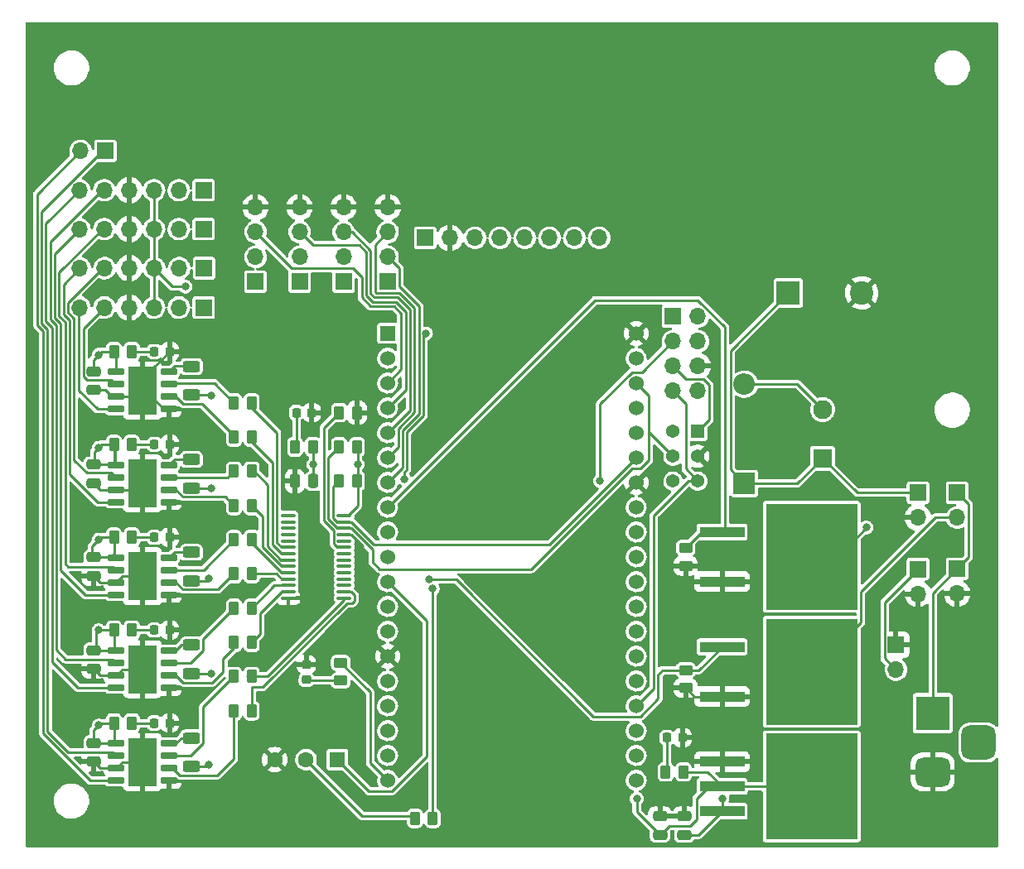
<source format=gbr>
%TF.GenerationSoftware,KiCad,Pcbnew,(6.0.9)*%
%TF.CreationDate,2023-04-06T06:38:54+10:00*%
%TF.ProjectId,Bulma,42756c6d-612e-46b6-9963-61645f706362,rev?*%
%TF.SameCoordinates,Original*%
%TF.FileFunction,Copper,L1,Top*%
%TF.FilePolarity,Positive*%
%FSLAX46Y46*%
G04 Gerber Fmt 4.6, Leading zero omitted, Abs format (unit mm)*
G04 Created by KiCad (PCBNEW (6.0.9)) date 2023-04-06 06:38:54*
%MOMM*%
%LPD*%
G01*
G04 APERTURE LIST*
G04 Aperture macros list*
%AMRoundRect*
0 Rectangle with rounded corners*
0 $1 Rounding radius*
0 $2 $3 $4 $5 $6 $7 $8 $9 X,Y pos of 4 corners*
0 Add a 4 corners polygon primitive as box body*
4,1,4,$2,$3,$4,$5,$6,$7,$8,$9,$2,$3,0*
0 Add four circle primitives for the rounded corners*
1,1,$1+$1,$2,$3*
1,1,$1+$1,$4,$5*
1,1,$1+$1,$6,$7*
1,1,$1+$1,$8,$9*
0 Add four rect primitives between the rounded corners*
20,1,$1+$1,$2,$3,$4,$5,0*
20,1,$1+$1,$4,$5,$6,$7,0*
20,1,$1+$1,$6,$7,$8,$9,0*
20,1,$1+$1,$8,$9,$2,$3,0*%
G04 Aperture macros list end*
%TA.AperFunction,ComponentPad*%
%ADD10R,1.605000X1.605000*%
%TD*%
%TA.AperFunction,ComponentPad*%
%ADD11C,1.605000*%
%TD*%
%TA.AperFunction,SMDPad,CuDef*%
%ADD12R,4.600000X1.100000*%
%TD*%
%TA.AperFunction,SMDPad,CuDef*%
%ADD13R,9.400000X10.800000*%
%TD*%
%TA.AperFunction,SMDPad,CuDef*%
%ADD14RoundRect,0.250000X-0.262500X-0.450000X0.262500X-0.450000X0.262500X0.450000X-0.262500X0.450000X0*%
%TD*%
%TA.AperFunction,ComponentPad*%
%ADD15R,1.700000X1.700000*%
%TD*%
%TA.AperFunction,ComponentPad*%
%ADD16O,1.700000X1.700000*%
%TD*%
%TA.AperFunction,SMDPad,CuDef*%
%ADD17RoundRect,0.250000X0.475000X-0.250000X0.475000X0.250000X-0.475000X0.250000X-0.475000X-0.250000X0*%
%TD*%
%TA.AperFunction,SMDPad,CuDef*%
%ADD18RoundRect,0.250000X-0.475000X0.250000X-0.475000X-0.250000X0.475000X-0.250000X0.475000X0.250000X0*%
%TD*%
%TA.AperFunction,ComponentPad*%
%ADD19R,2.400000X2.400000*%
%TD*%
%TA.AperFunction,ComponentPad*%
%ADD20C,2.400000*%
%TD*%
%TA.AperFunction,SMDPad,CuDef*%
%ADD21RoundRect,0.006000X0.769000X0.294000X-0.769000X0.294000X-0.769000X-0.294000X0.769000X-0.294000X0*%
%TD*%
%TA.AperFunction,SMDPad,CuDef*%
%ADD22R,2.950000X4.900000*%
%TD*%
%TA.AperFunction,ComponentPad*%
%ADD23C,0.300000*%
%TD*%
%TA.AperFunction,SMDPad,CuDef*%
%ADD24RoundRect,0.250000X0.250000X0.475000X-0.250000X0.475000X-0.250000X-0.475000X0.250000X-0.475000X0*%
%TD*%
%TA.AperFunction,SMDPad,CuDef*%
%ADD25RoundRect,0.250000X-0.625000X0.312500X-0.625000X-0.312500X0.625000X-0.312500X0.625000X0.312500X0*%
%TD*%
%TA.AperFunction,SMDPad,CuDef*%
%ADD26RoundRect,0.218750X0.218750X0.256250X-0.218750X0.256250X-0.218750X-0.256250X0.218750X-0.256250X0*%
%TD*%
%TA.AperFunction,SMDPad,CuDef*%
%ADD27RoundRect,0.250000X0.262500X0.450000X-0.262500X0.450000X-0.262500X-0.450000X0.262500X-0.450000X0*%
%TD*%
%TA.AperFunction,ComponentPad*%
%ADD28R,1.370000X1.370000*%
%TD*%
%TA.AperFunction,ComponentPad*%
%ADD29C,1.370000*%
%TD*%
%TA.AperFunction,ComponentPad*%
%ADD30R,1.530000X1.530000*%
%TD*%
%TA.AperFunction,ComponentPad*%
%ADD31C,1.530000*%
%TD*%
%TA.AperFunction,SMDPad,CuDef*%
%ADD32RoundRect,0.250000X-0.450000X0.262500X-0.450000X-0.262500X0.450000X-0.262500X0.450000X0.262500X0*%
%TD*%
%TA.AperFunction,ComponentPad*%
%ADD33R,1.950000X1.950000*%
%TD*%
%TA.AperFunction,ComponentPad*%
%ADD34C,1.950000*%
%TD*%
%TA.AperFunction,ComponentPad*%
%ADD35R,2.200000X2.200000*%
%TD*%
%TA.AperFunction,ComponentPad*%
%ADD36O,2.200000X2.200000*%
%TD*%
%TA.AperFunction,SMDPad,CuDef*%
%ADD37RoundRect,0.218750X-0.256250X0.218750X-0.256250X-0.218750X0.256250X-0.218750X0.256250X0.218750X0*%
%TD*%
%TA.AperFunction,ComponentPad*%
%ADD38R,3.500000X3.500000*%
%TD*%
%TA.AperFunction,ComponentPad*%
%ADD39RoundRect,0.750000X1.000000X-0.750000X1.000000X0.750000X-1.000000X0.750000X-1.000000X-0.750000X0*%
%TD*%
%TA.AperFunction,ComponentPad*%
%ADD40RoundRect,0.875000X0.875000X-0.875000X0.875000X0.875000X-0.875000X0.875000X-0.875000X-0.875000X0*%
%TD*%
%TA.AperFunction,SMDPad,CuDef*%
%ADD41RoundRect,0.250000X0.450000X-0.262500X0.450000X0.262500X-0.450000X0.262500X-0.450000X-0.262500X0*%
%TD*%
%TA.AperFunction,SMDPad,CuDef*%
%ADD42RoundRect,0.100000X-0.637500X-0.100000X0.637500X-0.100000X0.637500X0.100000X-0.637500X0.100000X0*%
%TD*%
%TA.AperFunction,ViaPad*%
%ADD43C,0.800000*%
%TD*%
%TA.AperFunction,Conductor*%
%ADD44C,0.250000*%
%TD*%
G04 APERTURE END LIST*
D10*
%TO.P,S1,1*%
%TO.N,/SW1*%
X137158444Y-135749400D03*
D11*
%TO.P,S1,2*%
%TO.N,Net-(R28-Pad1)*%
X133958444Y-135749400D03*
%TO.P,S1,3*%
%TO.N,GND*%
X130758444Y-135749400D03*
%TD*%
D12*
%TO.P,U10,1,GND*%
%TO.N,GND*%
X176475000Y-135960000D03*
%TO.P,U10,2,VO*%
%TO.N,+5V*%
X176475000Y-138500000D03*
D13*
X185625000Y-138500000D03*
D12*
%TO.P,U10,3,VI*%
%TO.N,+7.5V*%
X176475000Y-141040000D03*
%TD*%
D14*
%TO.P,R16,1*%
%TO.N,Net-(R16-Pad1)*%
X126587500Y-127250000D03*
%TO.P,R16,2*%
%TO.N,Net-(R16-Pad2)*%
X128412500Y-127250000D03*
%TD*%
D15*
%TO.P,J15,1,Pin_1*%
%TO.N,+5V*%
X137795000Y-86852500D03*
D16*
%TO.P,J15,2,Pin_2*%
%TO.N,/UTRIG*%
X137795000Y-84312500D03*
%TO.P,J15,3,Pin_3*%
%TO.N,/UECHO2*%
X137795000Y-81772500D03*
%TO.P,J15,4,Pin_4*%
%TO.N,GND*%
X137795000Y-79232500D03*
%TD*%
D17*
%TO.P,C2,1*%
%TO.N,+5V*%
X170125000Y-143450000D03*
%TO.P,C2,2*%
%TO.N,GND*%
X170125000Y-141550000D03*
%TD*%
D18*
%TO.P,C8,1*%
%TO.N,+15V*%
X112250000Y-134050000D03*
%TO.P,C8,2*%
%TO.N,GND*%
X112250000Y-135950000D03*
%TD*%
D15*
%TO.P,J13,1,Pin_1*%
%TO.N,Net-(J13-Pad1)*%
X113450000Y-73475000D03*
D16*
%TO.P,J13,2,Pin_2*%
%TO.N,Net-(J13-Pad2)*%
X110910000Y-73475000D03*
%TD*%
D14*
%TO.P,R23,1*%
%TO.N,/SDA*%
X137337500Y-107250000D03*
%TO.P,R23,2*%
%TO.N,+5V*%
X139162500Y-107250000D03*
%TD*%
D17*
%TO.P,C1,1*%
%TO.N,+7.5V*%
X172625000Y-143450000D03*
%TO.P,C1,2*%
%TO.N,GND*%
X172625000Y-141550000D03*
%TD*%
D19*
%TO.P,C7,1*%
%TO.N,+48V*%
X183237246Y-88000000D03*
D20*
%TO.P,C7,2*%
%TO.N,GND*%
X190737246Y-88000000D03*
%TD*%
D15*
%TO.P,J9,1,Pin_1*%
%TO.N,GND*%
X194250000Y-124000000D03*
D16*
%TO.P,J9,2,Pin_2*%
%TO.N,+7.5V*%
X194250000Y-126540000D03*
%TD*%
D21*
%TO.P,U2,1,GND*%
%TO.N,GND*%
X119950000Y-109405000D03*
%TO.P,U2,2,IN2*%
%TO.N,Net-(R11-Pad1)*%
X119950000Y-108135000D03*
%TO.P,U2,3,IN1*%
%TO.N,Net-(R8-Pad1)*%
X119950000Y-106865000D03*
%TO.P,U2,4,VREF*%
%TO.N,Net-(R4-Pad1)*%
X119950000Y-105595000D03*
%TO.P,U2,5,VM*%
%TO.N,+15V*%
X114550000Y-105595000D03*
%TO.P,U2,6,OUT1*%
%TO.N,Net-(J4-Pad5)*%
X114550000Y-106865000D03*
%TO.P,U2,7,ISEN*%
%TO.N,GND*%
X114550000Y-108135000D03*
%TO.P,U2,8,OUT2*%
%TO.N,Net-(J4-Pad6)*%
X114550000Y-109405000D03*
D22*
%TO.P,U2,9,PAD*%
%TO.N,GND*%
X117250000Y-107500000D03*
D23*
%TO.P,U2,10*%
%TO.N,N/C*%
X117900000Y-109450000D03*
%TO.P,U2,11*%
X116600000Y-109450000D03*
%TO.P,U2,12*%
X117900000Y-108150000D03*
%TO.P,U2,13*%
X116600000Y-108150000D03*
%TO.P,U2,14*%
X117900000Y-106850000D03*
%TO.P,U2,15*%
X116600000Y-106850000D03*
%TO.P,U2,16*%
X117900000Y-105550000D03*
%TO.P,U2,17*%
X116600000Y-105550000D03*
%TD*%
D24*
%TO.P,C9,1*%
%TO.N,+5V*%
X134700000Y-107250000D03*
%TO.P,C9,2*%
%TO.N,GND*%
X132800000Y-107250000D03*
%TD*%
D25*
%TO.P,R3,1*%
%TO.N,Net-(R3-Pad1)*%
X122250000Y-95537500D03*
%TO.P,R3,2*%
%TO.N,+5V*%
X122250000Y-98462500D03*
%TD*%
D14*
%TO.P,R14,1*%
%TO.N,Net-(R14-Pad1)*%
X126587500Y-120250000D03*
%TO.P,R14,2*%
%TO.N,Net-(R14-Pad2)*%
X128412500Y-120250000D03*
%TD*%
%TO.P,R28,1*%
%TO.N,Net-(R28-Pad1)*%
X145087500Y-141750000D03*
%TO.P,R28,2*%
%TO.N,+3.3V*%
X146912500Y-141750000D03*
%TD*%
D15*
%TO.P,J1,1,Pin_1*%
%TO.N,+15V*%
X200500000Y-108450000D03*
D16*
%TO.P,J1,2,Pin_2*%
%TO.N,Net-(J1-Pad2)*%
X200500000Y-110990000D03*
%TD*%
D14*
%TO.P,R27,1*%
%TO.N,Net-(D8-Pad2)*%
X132837500Y-103750000D03*
%TO.P,R27,2*%
%TO.N,+5V*%
X134662500Y-103750000D03*
%TD*%
D15*
%TO.P,U6,1,VCC*%
%TO.N,+5V*%
X146136500Y-82379000D03*
D16*
%TO.P,U6,2,GND*%
%TO.N,GND*%
X148676500Y-82379000D03*
%TO.P,U6,3,SCL*%
%TO.N,/SCL*%
X151216500Y-82379000D03*
%TO.P,U6,4,SDA*%
%TO.N,/SDA*%
X153756500Y-82379000D03*
%TO.P,U6,5,XCL*%
%TO.N,unconnected-(U6-Pad5)*%
X156296500Y-82379000D03*
%TO.P,U6,6,XDA*%
%TO.N,unconnected-(U6-Pad6)*%
X158836500Y-82379000D03*
%TO.P,U6,7,ADO*%
%TO.N,unconnected-(U6-Pad7)*%
X161376500Y-82379000D03*
%TO.P,U6,8,INT*%
%TO.N,unconnected-(U6-Pad8)*%
X163916500Y-82379000D03*
%TD*%
D15*
%TO.P,J17,1,Pin_1*%
%TO.N,+5V*%
X128795000Y-86852500D03*
D16*
%TO.P,J17,2,Pin_2*%
%TO.N,/UTRIG*%
X128795000Y-84312500D03*
%TO.P,J17,3,Pin_3*%
%TO.N,/UECHO4*%
X128795000Y-81772500D03*
%TO.P,J17,4,Pin_4*%
%TO.N,GND*%
X128795000Y-79232500D03*
%TD*%
D26*
%TO.P,D1,1,K*%
%TO.N,GND*%
X172412500Y-133500000D03*
%TO.P,D1,2,A*%
%TO.N,Net-(D1-Pad2)*%
X170837500Y-133500000D03*
%TD*%
D14*
%TO.P,R15,1*%
%TO.N,Net-(R15-Pad1)*%
X126587500Y-123750000D03*
%TO.P,R15,2*%
%TO.N,Net-(R15-Pad2)*%
X128412500Y-123750000D03*
%TD*%
%TO.P,R12,1*%
%TO.N,Net-(R12-Pad1)*%
X126587500Y-113250000D03*
%TO.P,R12,2*%
%TO.N,Net-(R12-Pad2)*%
X128412500Y-113250000D03*
%TD*%
%TO.P,R17,1*%
%TO.N,Net-(R17-Pad1)*%
X126587500Y-130750000D03*
%TO.P,R17,2*%
%TO.N,Net-(R17-Pad2)*%
X128412500Y-130750000D03*
%TD*%
D21*
%TO.P,U1,1,GND*%
%TO.N,GND*%
X119950000Y-99905000D03*
%TO.P,U1,2,IN2*%
%TO.N,Net-(R7-Pad1)*%
X119950000Y-98635000D03*
%TO.P,U1,3,IN1*%
%TO.N,Net-(R2-Pad1)*%
X119950000Y-97365000D03*
%TO.P,U1,4,VREF*%
%TO.N,Net-(R3-Pad1)*%
X119950000Y-96095000D03*
%TO.P,U1,5,VM*%
%TO.N,+15V*%
X114550000Y-96095000D03*
%TO.P,U1,6,OUT1*%
%TO.N,Net-(J3-Pad5)*%
X114550000Y-97365000D03*
%TO.P,U1,7,ISEN*%
%TO.N,GND*%
X114550000Y-98635000D03*
%TO.P,U1,8,OUT2*%
%TO.N,Net-(J3-Pad6)*%
X114550000Y-99905000D03*
D22*
%TO.P,U1,9,PAD*%
%TO.N,GND*%
X117250000Y-98000000D03*
D23*
%TO.P,U1,10*%
%TO.N,N/C*%
X117900000Y-99950000D03*
%TO.P,U1,11*%
X116600000Y-99950000D03*
%TO.P,U1,12*%
X117900000Y-98650000D03*
%TO.P,U1,13*%
X116600000Y-98650000D03*
%TO.P,U1,14*%
X117900000Y-97350000D03*
%TO.P,U1,15*%
X116600000Y-97350000D03*
%TO.P,U1,16*%
X117900000Y-96050000D03*
%TO.P,U1,17*%
X116600000Y-96050000D03*
%TD*%
D18*
%TO.P,C4,1*%
%TO.N,+15V*%
X112250000Y-105550000D03*
%TO.P,C4,2*%
%TO.N,GND*%
X112250000Y-107450000D03*
%TD*%
D21*
%TO.P,U7,1,GND*%
%TO.N,GND*%
X119950000Y-137905000D03*
%TO.P,U7,2,IN2*%
%TO.N,Net-(R17-Pad1)*%
X119950000Y-136635000D03*
%TO.P,U7,3,IN1*%
%TO.N,Net-(R16-Pad1)*%
X119950000Y-135365000D03*
%TO.P,U7,4,VREF*%
%TO.N,Net-(R1-Pad1)*%
X119950000Y-134095000D03*
%TO.P,U7,5,VM*%
%TO.N,+15V*%
X114550000Y-134095000D03*
%TO.P,U7,6,OUT1*%
%TO.N,Net-(J13-Pad1)*%
X114550000Y-135365000D03*
%TO.P,U7,7,ISEN*%
%TO.N,GND*%
X114550000Y-136635000D03*
%TO.P,U7,8,OUT2*%
%TO.N,Net-(J13-Pad2)*%
X114550000Y-137905000D03*
D22*
%TO.P,U7,9,PAD*%
%TO.N,GND*%
X117250000Y-136000000D03*
D23*
%TO.P,U7,10*%
%TO.N,N/C*%
X117900000Y-137950000D03*
%TO.P,U7,11*%
X116600000Y-137950000D03*
%TO.P,U7,12*%
X117900000Y-136650000D03*
%TO.P,U7,13*%
X116600000Y-136650000D03*
%TO.P,U7,14*%
X117900000Y-135350000D03*
%TO.P,U7,15*%
X116600000Y-135350000D03*
%TO.P,U7,16*%
X117900000Y-134050000D03*
%TO.P,U7,17*%
X116600000Y-134050000D03*
%TD*%
D18*
%TO.P,C5,1*%
%TO.N,+15V*%
X112250000Y-115050000D03*
%TO.P,C5,2*%
%TO.N,GND*%
X112250000Y-116950000D03*
%TD*%
D21*
%TO.P,U4,1,GND*%
%TO.N,GND*%
X119950000Y-128405000D03*
%TO.P,U4,2,IN2*%
%TO.N,Net-(R15-Pad1)*%
X119950000Y-127135000D03*
%TO.P,U4,3,IN1*%
%TO.N,Net-(R14-Pad1)*%
X119950000Y-125865000D03*
%TO.P,U4,4,VREF*%
%TO.N,Net-(R6-Pad1)*%
X119950000Y-124595000D03*
%TO.P,U4,5,VM*%
%TO.N,+15V*%
X114550000Y-124595000D03*
%TO.P,U4,6,OUT1*%
%TO.N,Net-(J6-Pad5)*%
X114550000Y-125865000D03*
%TO.P,U4,7,ISEN*%
%TO.N,GND*%
X114550000Y-127135000D03*
%TO.P,U4,8,OUT2*%
%TO.N,Net-(J6-Pad6)*%
X114550000Y-128405000D03*
D22*
%TO.P,U4,9,PAD*%
%TO.N,GND*%
X117250000Y-126500000D03*
D23*
%TO.P,U4,10*%
%TO.N,N/C*%
X117900000Y-128450000D03*
%TO.P,U4,11*%
X116600000Y-128450000D03*
%TO.P,U4,12*%
X117900000Y-127150000D03*
%TO.P,U4,13*%
X116600000Y-127150000D03*
%TO.P,U4,14*%
X117900000Y-125850000D03*
%TO.P,U4,15*%
X116600000Y-125850000D03*
%TO.P,U4,16*%
X117900000Y-124550000D03*
%TO.P,U4,17*%
X116600000Y-124550000D03*
%TD*%
D27*
%TO.P,R26,1*%
%TO.N,Net-(D7-Pad2)*%
X116162500Y-132000000D03*
%TO.P,R26,2*%
%TO.N,+15V*%
X114337500Y-132000000D03*
%TD*%
D14*
%TO.P,R22,1*%
%TO.N,/SCL*%
X137337500Y-103750000D03*
%TO.P,R22,2*%
%TO.N,+5V*%
X139162500Y-103750000D03*
%TD*%
D25*
%TO.P,R4,1*%
%TO.N,Net-(R4-Pad1)*%
X122250000Y-105037500D03*
%TO.P,R4,2*%
%TO.N,+5V*%
X122250000Y-107962500D03*
%TD*%
D15*
%TO.P,J18,1,Pin_1*%
%TO.N,/MOSI*%
X171455000Y-90410000D03*
D16*
%TO.P,J18,2,Pin_2*%
%TO.N,/MISO*%
X173995000Y-90410000D03*
%TO.P,J18,3,Pin_3*%
%TO.N,/SCK*%
X171455000Y-92950000D03*
%TO.P,J18,4,Pin_4*%
%TO.N,/CAM SS*%
X173995000Y-92950000D03*
%TO.P,J18,5,Pin_5*%
%TO.N,+5V*%
X171455000Y-95490000D03*
%TO.P,J18,6,Pin_6*%
%TO.N,GND*%
X173995000Y-95490000D03*
%TO.P,J18,7,Pin_7*%
%TO.N,/RST*%
X171455000Y-98030000D03*
%TO.P,J18,8,Pin_8*%
%TO.N,unconnected-(J18-Pad8)*%
X173995000Y-98030000D03*
%TD*%
D26*
%TO.P,D6,1,K*%
%TO.N,GND*%
X120037500Y-122500000D03*
%TO.P,D6,2,A*%
%TO.N,Net-(D6-Pad2)*%
X118462500Y-122500000D03*
%TD*%
D12*
%TO.P,Q4,1,G*%
%TO.N,/KCKEN*%
X176475000Y-112460000D03*
D13*
%TO.P,Q4,2,D*%
%TO.N,Net-(D3-Pad2)*%
X185625000Y-115000000D03*
D12*
%TO.P,Q4,3,S*%
%TO.N,GND*%
X176475000Y-117540000D03*
%TD*%
D15*
%TO.P,J3,1,Pin_1*%
%TO.N,/M1ENCB*%
X123500000Y-89500000D03*
D16*
%TO.P,J3,2,Pin_2*%
%TO.N,/M1ENCA*%
X120960000Y-89500000D03*
%TO.P,J3,3,Pin_3*%
%TO.N,+5V*%
X118420000Y-89500000D03*
%TO.P,J3,4,Pin_4*%
%TO.N,GND*%
X115880000Y-89500000D03*
%TO.P,J3,5,Pin_5*%
%TO.N,Net-(J3-Pad5)*%
X113340000Y-89500000D03*
%TO.P,J3,6,Pin_6*%
%TO.N,Net-(J3-Pad6)*%
X110800000Y-89500000D03*
%TD*%
D14*
%TO.P,R13,1*%
%TO.N,Net-(R13-Pad1)*%
X126587500Y-116750000D03*
%TO.P,R13,2*%
%TO.N,Net-(R13-Pad2)*%
X128412500Y-116750000D03*
%TD*%
D18*
%TO.P,C6,1*%
%TO.N,+15V*%
X112250000Y-124550000D03*
%TO.P,C6,2*%
%TO.N,GND*%
X112250000Y-126450000D03*
%TD*%
D28*
%TO.P,J7,01,01*%
%TO.N,+5V*%
X174000000Y-102170000D03*
D29*
%TO.P,J7,02,02*%
%TO.N,/SDA*%
X171460000Y-102170000D03*
%TO.P,J7,03,03*%
%TO.N,GND*%
X174000000Y-104710000D03*
%TO.P,J7,04,04*%
%TO.N,/SCL*%
X171460000Y-104710000D03*
%TO.P,J7,05,05*%
%TO.N,/RST*%
X174000000Y-107250000D03*
%TO.P,J7,06,06*%
%TO.N,unconnected-(J7-Pad06)*%
X171460000Y-107250000D03*
%TD*%
D30*
%TO.P,U5,1,3V3*%
%TO.N,+3.3V*%
X142300000Y-92150000D03*
D31*
%TO.P,U5,2,EN*%
%TO.N,unconnected-(U5-Pad2)*%
X142300000Y-94690000D03*
%TO.P,U5,3,SENSOR_VP*%
%TO.N,/UECHO4*%
X142300000Y-97230000D03*
%TO.P,U5,4,SENSOR_VN*%
%TO.N,/UECHO3*%
X142300000Y-99770000D03*
%TO.P,U5,5,IO34*%
%TO.N,/UECHO2*%
X142300000Y-102310000D03*
%TO.P,U5,6,IO35*%
%TO.N,/UECHO1*%
X142300000Y-104850000D03*
%TO.P,U5,7,IO32*%
%TO.N,/UTRIG*%
X142300000Y-107390000D03*
%TO.P,U5,8,IO33*%
%TO.N,/KCKEN*%
X142300000Y-109930000D03*
%TO.P,U5,9,IO25*%
%TO.N,/CHRGEN*%
X142300000Y-112470000D03*
%TO.P,U5,10,IO26*%
%TO.N,/M1ENCB*%
X142300000Y-115010000D03*
%TO.P,U5,11,IO27*%
%TO.N,/SW1*%
X142300000Y-117550000D03*
%TO.P,U5,12,IO14*%
%TO.N,/M1ENCA*%
X142300000Y-120090000D03*
%TO.P,U5,13,IO12*%
%TO.N,/CAM SS*%
X142300000Y-122630000D03*
%TO.P,U5,14,GND1*%
%TO.N,GND*%
X142300000Y-125170000D03*
%TO.P,U5,15,IO13*%
%TO.N,unconnected-(U5-Pad15)*%
X142300000Y-127710000D03*
%TO.P,U5,16,SD2*%
%TO.N,unconnected-(U5-Pad16)*%
X142300000Y-130250000D03*
%TO.P,U5,17,SD3*%
%TO.N,unconnected-(U5-Pad17)*%
X142300000Y-132790000D03*
%TO.P,U5,18,CMD*%
%TO.N,unconnected-(U5-Pad18)*%
X142300000Y-135330000D03*
%TO.P,U5,19,EXT_5V*%
%TO.N,+5V*%
X142300000Y-137870000D03*
%TO.P,U5,20,CLK*%
%TO.N,unconnected-(U5-Pad20)*%
X167700000Y-137870000D03*
%TO.P,U5,21,SD0*%
%TO.N,unconnected-(U5-Pad21)*%
X167700000Y-135330000D03*
%TO.P,U5,22,SD1*%
%TO.N,unconnected-(U5-Pad22)*%
X167700000Y-132790000D03*
%TO.P,U5,23,IO15*%
%TO.N,/RST*%
X167700000Y-130250000D03*
%TO.P,U5,24,IO2*%
%TO.N,/M4ENCA*%
X167700000Y-127710000D03*
%TO.P,U5,25,IO0*%
%TO.N,/M4ENCB*%
X167700000Y-125170000D03*
%TO.P,U5,26,IO4*%
%TO.N,/M3ENCA*%
X167700000Y-122630000D03*
%TO.P,U5,27,IO16*%
%TO.N,/M3ENCB*%
X167700000Y-120090000D03*
%TO.P,U5,28,IO17*%
%TO.N,/M2ENCA*%
X167700000Y-117550000D03*
%TO.P,U5,29,IO5*%
%TO.N,/M2ENCB*%
X167700000Y-115010000D03*
%TO.P,U5,30,IO18*%
%TO.N,/SCK*%
X167700000Y-112470000D03*
%TO.P,U5,31,IO19*%
%TO.N,/MISO*%
X167700000Y-109930000D03*
%TO.P,U5,32,GND2*%
%TO.N,GND*%
X167700000Y-107390000D03*
%TO.P,U5,33,IO21*%
%TO.N,/SDA*%
X167700000Y-104850000D03*
%TO.P,U5,34,RXD0*%
%TO.N,unconnected-(U5-Pad34)*%
X167700000Y-102310000D03*
%TO.P,U5,35,TXD0*%
%TO.N,unconnected-(U5-Pad35)*%
X167700000Y-99770000D03*
%TO.P,U5,36,IO22*%
%TO.N,/SCL*%
X167700000Y-97230000D03*
%TO.P,U5,37,IO23*%
%TO.N,/MOSI*%
X167700000Y-94690000D03*
%TO.P,U5,38,GND3*%
%TO.N,GND*%
X167700000Y-92150000D03*
%TD*%
D32*
%TO.P,R10,1*%
%TO.N,/KCKEN*%
X172750000Y-114087500D03*
%TO.P,R10,2*%
%TO.N,GND*%
X172750000Y-115912500D03*
%TD*%
D27*
%TO.P,R25,1*%
%TO.N,Net-(D6-Pad2)*%
X116162500Y-122500000D03*
%TO.P,R25,2*%
%TO.N,+15V*%
X114337500Y-122500000D03*
%TD*%
D26*
%TO.P,D4,1,K*%
%TO.N,GND*%
X120037500Y-103500000D03*
%TO.P,D4,2,A*%
%TO.N,Net-(D4-Pad2)*%
X118462500Y-103500000D03*
%TD*%
D15*
%TO.P,J5,1,Pin_1*%
%TO.N,/M3ENCB*%
X123500000Y-81475000D03*
D16*
%TO.P,J5,2,Pin_2*%
%TO.N,/M3ENCA*%
X120960000Y-81475000D03*
%TO.P,J5,3,Pin_3*%
%TO.N,+5V*%
X118420000Y-81475000D03*
%TO.P,J5,4,Pin_4*%
%TO.N,GND*%
X115880000Y-81475000D03*
%TO.P,J5,5,Pin_5*%
%TO.N,Net-(J5-Pad5)*%
X113340000Y-81475000D03*
%TO.P,J5,6,Pin_6*%
%TO.N,Net-(J5-Pad6)*%
X110800000Y-81475000D03*
%TD*%
D25*
%TO.P,R1,1*%
%TO.N,Net-(R1-Pad1)*%
X122250000Y-133537500D03*
%TO.P,R1,2*%
%TO.N,+5V*%
X122250000Y-136462500D03*
%TD*%
D33*
%TO.P,J8,1,Pin_1*%
%TO.N,+48V*%
X186750000Y-104920000D03*
D34*
%TO.P,J8,2,Pin_2*%
%TO.N,Net-(D3-Pad2)*%
X186750000Y-99920000D03*
%TD*%
D35*
%TO.P,D3,1,K*%
%TO.N,+48V*%
X178750000Y-107500000D03*
D36*
%TO.P,D3,2,A*%
%TO.N,Net-(D3-Pad2)*%
X178750000Y-97340000D03*
%TD*%
D25*
%TO.P,R5,1*%
%TO.N,Net-(R5-Pad1)*%
X122250000Y-114537500D03*
%TO.P,R5,2*%
%TO.N,+5V*%
X122250000Y-117462500D03*
%TD*%
D37*
%TO.P,D9,1,K*%
%TO.N,GND*%
X134000000Y-126000000D03*
%TO.P,D9,2,A*%
%TO.N,Net-(D9-Pad2)*%
X134000000Y-127575000D03*
%TD*%
D14*
%TO.P,R24,1*%
%TO.N,Net-(R24-Pad1)*%
X137337500Y-100250000D03*
%TO.P,R24,2*%
%TO.N,GND*%
X139162500Y-100250000D03*
%TD*%
D27*
%TO.P,R19,1*%
%TO.N,Net-(D2-Pad2)*%
X116162500Y-94000000D03*
%TO.P,R19,2*%
%TO.N,+15V*%
X114337500Y-94000000D03*
%TD*%
D38*
%TO.P,J10,1*%
%TO.N,+15V*%
X198000000Y-131000000D03*
D39*
%TO.P,J10,2*%
%TO.N,GND*%
X198000000Y-137000000D03*
D40*
%TO.P,J10,3*%
%TO.N,unconnected-(J10-Pad3)*%
X202700000Y-134000000D03*
%TD*%
D15*
%TO.P,J12,1,Pin_1*%
%TO.N,+7.5V*%
X196500000Y-116250000D03*
D16*
%TO.P,J12,2,Pin_2*%
%TO.N,GND*%
X196500000Y-118790000D03*
%TD*%
D15*
%TO.P,J11,1,Pin_1*%
%TO.N,+15V*%
X200500000Y-116225000D03*
D16*
%TO.P,J11,2,Pin_2*%
%TO.N,GND*%
X200500000Y-118765000D03*
%TD*%
D14*
%TO.P,R7,1*%
%TO.N,Net-(R7-Pad1)*%
X126587500Y-102750000D03*
%TO.P,R7,2*%
%TO.N,Net-(R7-Pad2)*%
X128412500Y-102750000D03*
%TD*%
D15*
%TO.P,J14,1,Pin_1*%
%TO.N,+5V*%
X142295000Y-86852500D03*
D16*
%TO.P,J14,2,Pin_2*%
%TO.N,/UTRIG*%
X142295000Y-84312500D03*
%TO.P,J14,3,Pin_3*%
%TO.N,/UECHO1*%
X142295000Y-81772500D03*
%TO.P,J14,4,Pin_4*%
%TO.N,GND*%
X142295000Y-79232500D03*
%TD*%
D26*
%TO.P,D2,1,K*%
%TO.N,GND*%
X120037500Y-94000000D03*
%TO.P,D2,2,A*%
%TO.N,Net-(D2-Pad2)*%
X118462500Y-94000000D03*
%TD*%
D27*
%TO.P,R20,1*%
%TO.N,Net-(D4-Pad2)*%
X116162500Y-103500000D03*
%TO.P,R20,2*%
%TO.N,+15V*%
X114337500Y-103500000D03*
%TD*%
D26*
%TO.P,D5,1,K*%
%TO.N,GND*%
X120037500Y-113000000D03*
%TO.P,D5,2,A*%
%TO.N,Net-(D5-Pad2)*%
X118462500Y-113000000D03*
%TD*%
D14*
%TO.P,R8,1*%
%TO.N,Net-(R8-Pad1)*%
X126587500Y-106250000D03*
%TO.P,R8,2*%
%TO.N,Net-(R8-Pad2)*%
X128412500Y-106250000D03*
%TD*%
D12*
%TO.P,Q3,1,G*%
%TO.N,/CHRGEN*%
X176475000Y-124210000D03*
D13*
%TO.P,Q3,2,D*%
%TO.N,Net-(J1-Pad2)*%
X185625000Y-126750000D03*
D12*
%TO.P,Q3,3,S*%
%TO.N,GND*%
X176475000Y-129290000D03*
%TD*%
D32*
%TO.P,R9,1*%
%TO.N,/CHRGEN*%
X172750000Y-126587500D03*
%TO.P,R9,2*%
%TO.N,GND*%
X172750000Y-128412500D03*
%TD*%
D15*
%TO.P,J16,1,Pin_1*%
%TO.N,+5V*%
X133295000Y-86852500D03*
D16*
%TO.P,J16,2,Pin_2*%
%TO.N,/UTRIG*%
X133295000Y-84312500D03*
%TO.P,J16,3,Pin_3*%
%TO.N,/UECHO3*%
X133295000Y-81772500D03*
%TO.P,J16,4,Pin_4*%
%TO.N,GND*%
X133295000Y-79232500D03*
%TD*%
D14*
%TO.P,R11,1*%
%TO.N,Net-(R11-Pad1)*%
X126587500Y-109750000D03*
%TO.P,R11,2*%
%TO.N,Net-(R11-Pad2)*%
X128412500Y-109750000D03*
%TD*%
D26*
%TO.P,D8,1,K*%
%TO.N,GND*%
X134537500Y-100250000D03*
%TO.P,D8,2,A*%
%TO.N,Net-(D8-Pad2)*%
X132962500Y-100250000D03*
%TD*%
D41*
%TO.P,R29,1*%
%TO.N,Net-(D9-Pad2)*%
X137500000Y-127662500D03*
%TO.P,R29,2*%
%TO.N,+5V*%
X137500000Y-125837500D03*
%TD*%
D21*
%TO.P,U3,1,GND*%
%TO.N,GND*%
X119950000Y-118905000D03*
%TO.P,U3,2,IN2*%
%TO.N,Net-(R13-Pad1)*%
X119950000Y-117635000D03*
%TO.P,U3,3,IN1*%
%TO.N,Net-(R12-Pad1)*%
X119950000Y-116365000D03*
%TO.P,U3,4,VREF*%
%TO.N,Net-(R5-Pad1)*%
X119950000Y-115095000D03*
%TO.P,U3,5,VM*%
%TO.N,+15V*%
X114550000Y-115095000D03*
%TO.P,U3,6,OUT1*%
%TO.N,Net-(J5-Pad5)*%
X114550000Y-116365000D03*
%TO.P,U3,7,ISEN*%
%TO.N,GND*%
X114550000Y-117635000D03*
%TO.P,U3,8,OUT2*%
%TO.N,Net-(J5-Pad6)*%
X114550000Y-118905000D03*
D22*
%TO.P,U3,9,PAD*%
%TO.N,GND*%
X117250000Y-117000000D03*
D23*
%TO.P,U3,10*%
%TO.N,N/C*%
X117900000Y-118950000D03*
%TO.P,U3,11*%
X116600000Y-118950000D03*
%TO.P,U3,12*%
X117900000Y-117650000D03*
%TO.P,U3,13*%
X116600000Y-117650000D03*
%TO.P,U3,14*%
X117900000Y-116350000D03*
%TO.P,U3,15*%
X116600000Y-116350000D03*
%TO.P,U3,16*%
X117900000Y-115050000D03*
%TO.P,U3,17*%
X116600000Y-115050000D03*
%TD*%
D15*
%TO.P,J2,1,Pin_1*%
%TO.N,+48V*%
X196500000Y-108450000D03*
D16*
%TO.P,J2,2,Pin_2*%
%TO.N,GND*%
X196500000Y-110990000D03*
%TD*%
D42*
%TO.P,U8,1,A0*%
%TO.N,unconnected-(U8-Pad1)*%
X132137500Y-110775000D03*
%TO.P,U8,2,A1*%
%TO.N,unconnected-(U8-Pad2)*%
X132137500Y-111425000D03*
%TO.P,U8,3,A2*%
%TO.N,unconnected-(U8-Pad3)*%
X132137500Y-112075000D03*
%TO.P,U8,4,A3*%
%TO.N,unconnected-(U8-Pad4)*%
X132137500Y-112725000D03*
%TO.P,U8,5,A4*%
%TO.N,unconnected-(U8-Pad5)*%
X132137500Y-113375000D03*
%TO.P,U8,6,LED0*%
%TO.N,Net-(R2-Pad2)*%
X132137500Y-114025000D03*
%TO.P,U8,7,LED1*%
%TO.N,Net-(R7-Pad2)*%
X132137500Y-114675000D03*
%TO.P,U8,8,LED2*%
%TO.N,Net-(R8-Pad2)*%
X132137500Y-115325000D03*
%TO.P,U8,9,LED3*%
%TO.N,Net-(R11-Pad2)*%
X132137500Y-115975000D03*
%TO.P,U8,10,LED4*%
%TO.N,Net-(R12-Pad2)*%
X132137500Y-116625000D03*
%TO.P,U8,11,LED5*%
%TO.N,Net-(R13-Pad2)*%
X132137500Y-117275000D03*
%TO.P,U8,12,LED6*%
%TO.N,Net-(R14-Pad2)*%
X132137500Y-117925000D03*
%TO.P,U8,13,LED7*%
%TO.N,Net-(R15-Pad2)*%
X132137500Y-118575000D03*
%TO.P,U8,14,VSS*%
%TO.N,GND*%
X132137500Y-119225000D03*
%TO.P,U8,15,LED8*%
%TO.N,Net-(R16-Pad2)*%
X137862500Y-119225000D03*
%TO.P,U8,16,LED9*%
%TO.N,Net-(R17-Pad2)*%
X137862500Y-118575000D03*
%TO.P,U8,17,LED10*%
%TO.N,unconnected-(U8-Pad17)*%
X137862500Y-117925000D03*
%TO.P,U8,18,LED11*%
%TO.N,unconnected-(U8-Pad18)*%
X137862500Y-117275000D03*
%TO.P,U8,19,LED12*%
%TO.N,unconnected-(U8-Pad19)*%
X137862500Y-116625000D03*
%TO.P,U8,20,LED13*%
%TO.N,unconnected-(U8-Pad20)*%
X137862500Y-115975000D03*
%TO.P,U8,21,LED14*%
%TO.N,unconnected-(U8-Pad21)*%
X137862500Y-115325000D03*
%TO.P,U8,22,LED15*%
%TO.N,unconnected-(U8-Pad22)*%
X137862500Y-114675000D03*
%TO.P,U8,23,~{OE}*%
%TO.N,Net-(R24-Pad1)*%
X137862500Y-114025000D03*
%TO.P,U8,24,A5*%
%TO.N,unconnected-(U8-Pad24)*%
X137862500Y-113375000D03*
%TO.P,U8,25,EXTCLK*%
%TO.N,GND*%
X137862500Y-112725000D03*
%TO.P,U8,26,SCL*%
%TO.N,/SCL*%
X137862500Y-112075000D03*
%TO.P,U8,27,SDA*%
%TO.N,/SDA*%
X137862500Y-111425000D03*
%TO.P,U8,28,VDD*%
%TO.N,+5V*%
X137862500Y-110775000D03*
%TD*%
D27*
%TO.P,R21,1*%
%TO.N,Net-(D5-Pad2)*%
X116162500Y-113000000D03*
%TO.P,R21,2*%
%TO.N,+15V*%
X114337500Y-113000000D03*
%TD*%
D14*
%TO.P,R2,1*%
%TO.N,Net-(R2-Pad1)*%
X126587500Y-99250000D03*
%TO.P,R2,2*%
%TO.N,Net-(R2-Pad2)*%
X128412500Y-99250000D03*
%TD*%
%TO.P,R18,1*%
%TO.N,Net-(D1-Pad2)*%
X170712500Y-137000000D03*
%TO.P,R18,2*%
%TO.N,+5V*%
X172537500Y-137000000D03*
%TD*%
D15*
%TO.P,J6,1,Pin_1*%
%TO.N,/M4ENCB*%
X123500000Y-77500000D03*
D16*
%TO.P,J6,2,Pin_2*%
%TO.N,/M4ENCA*%
X120960000Y-77500000D03*
%TO.P,J6,3,Pin_3*%
%TO.N,+5V*%
X118420000Y-77500000D03*
%TO.P,J6,4,Pin_4*%
%TO.N,GND*%
X115880000Y-77500000D03*
%TO.P,J6,5,Pin_5*%
%TO.N,Net-(J6-Pad5)*%
X113340000Y-77500000D03*
%TO.P,J6,6,Pin_6*%
%TO.N,Net-(J6-Pad6)*%
X110800000Y-77500000D03*
%TD*%
D26*
%TO.P,D7,1,K*%
%TO.N,GND*%
X120037500Y-132000000D03*
%TO.P,D7,2,A*%
%TO.N,Net-(D7-Pad2)*%
X118462500Y-132000000D03*
%TD*%
D15*
%TO.P,J4,1,Pin_1*%
%TO.N,/M2ENCB*%
X123525000Y-85475000D03*
D16*
%TO.P,J4,2,Pin_2*%
%TO.N,/M2ENCA*%
X120985000Y-85475000D03*
%TO.P,J4,3,Pin_3*%
%TO.N,+5V*%
X118445000Y-85475000D03*
%TO.P,J4,4,Pin_4*%
%TO.N,GND*%
X115905000Y-85475000D03*
%TO.P,J4,5,Pin_5*%
%TO.N,Net-(J4-Pad5)*%
X113365000Y-85475000D03*
%TO.P,J4,6,Pin_6*%
%TO.N,Net-(J4-Pad6)*%
X110825000Y-85475000D03*
%TD*%
D18*
%TO.P,C3,1*%
%TO.N,+15V*%
X112250000Y-96050000D03*
%TO.P,C3,2*%
%TO.N,GND*%
X112250000Y-97950000D03*
%TD*%
D25*
%TO.P,R6,1*%
%TO.N,Net-(R6-Pad1)*%
X122250000Y-124037500D03*
%TO.P,R6,2*%
%TO.N,+5V*%
X122250000Y-126962500D03*
%TD*%
D43*
%TO.N,+7.5V*%
X176500000Y-139750000D03*
%TO.N,GND*%
X163250000Y-108000000D03*
X171500000Y-110000000D03*
X165000000Y-109750000D03*
%TO.N,+5V*%
X124000000Y-136250000D03*
X167750000Y-139750000D03*
X121637299Y-87362701D03*
X124000000Y-117250000D03*
X124250000Y-108000000D03*
X134700000Y-105550000D03*
X124237701Y-126987701D03*
X124250000Y-98500000D03*
X139250000Y-105550000D03*
%TO.N,+15V*%
X112750000Y-94331250D03*
X112750000Y-132250000D03*
X112750000Y-103831250D03*
X112750000Y-113250000D03*
X112750000Y-122500000D03*
%TO.N,Net-(D3-Pad2)*%
X191250000Y-112000000D03*
%TO.N,/SCK*%
X164000000Y-107250000D03*
%TO.N,/CHRGEN*%
X146525500Y-117297243D03*
%TO.N,+3.3V*%
X146224500Y-92150000D03*
X146912500Y-118275500D03*
X143977701Y-107024500D03*
%TD*%
D44*
%TO.N,+7.5V*%
X176475000Y-139775000D02*
X176475000Y-141040000D01*
X196500000Y-116250000D02*
X193075000Y-119675000D01*
X193075000Y-125365000D02*
X194250000Y-126540000D01*
X172625000Y-143450000D02*
X174065000Y-143450000D01*
X176500000Y-139750000D02*
X176475000Y-139775000D01*
X174065000Y-143450000D02*
X176475000Y-141040000D01*
X193075000Y-119675000D02*
X193075000Y-125365000D01*
%TO.N,GND*%
X120037500Y-94000000D02*
X118375000Y-95662500D01*
X112250000Y-97950000D02*
X113456000Y-97950000D01*
X118375000Y-95662500D02*
X118375000Y-96246752D01*
X115185000Y-117000000D02*
X117250000Y-117000000D01*
X115185000Y-136000000D02*
X117250000Y-136000000D01*
X112250000Y-107450000D02*
X112935000Y-108135000D01*
X173627500Y-129290000D02*
X176475000Y-129290000D01*
X114141000Y-98635000D02*
X114550000Y-98635000D01*
X116125000Y-108135000D02*
X114550000Y-108135000D01*
X137862500Y-112725000D02*
X138564645Y-112725000D01*
X114550000Y-127135000D02*
X115185000Y-126500000D01*
X112935000Y-127135000D02*
X114550000Y-127135000D01*
X167700000Y-107390000D02*
X165340000Y-109750000D01*
X116125000Y-98453248D02*
X116125000Y-98635000D01*
X117834252Y-96787500D02*
X117250000Y-96787500D01*
X114550000Y-117635000D02*
X115185000Y-117000000D01*
X116125000Y-98635000D02*
X114550000Y-98635000D01*
X112250000Y-126450000D02*
X112935000Y-127135000D01*
X172775000Y-128437500D02*
X173627500Y-129290000D01*
X117250000Y-96787500D02*
X117250000Y-98000000D01*
X112250000Y-116950000D02*
X112935000Y-117635000D01*
X117921752Y-98000000D02*
X117250000Y-98000000D01*
X119433248Y-99905000D02*
X118375000Y-98846752D01*
X118375000Y-98453248D02*
X117921752Y-98000000D01*
X112250000Y-135950000D02*
X112935000Y-136635000D01*
X119950000Y-99905000D02*
X119433248Y-99905000D01*
X112935000Y-108135000D02*
X114550000Y-108135000D01*
X118375000Y-96246752D02*
X117834252Y-96787500D01*
X113456000Y-97950000D02*
X114141000Y-98635000D01*
X112935000Y-117635000D02*
X114550000Y-117635000D01*
X115185000Y-126500000D02*
X117250000Y-126500000D01*
X118375000Y-98846752D02*
X118375000Y-98453248D01*
X138564645Y-112725000D02*
X139750000Y-113910355D01*
X114550000Y-136635000D02*
X115185000Y-136000000D01*
X112935000Y-136635000D02*
X114550000Y-136635000D01*
X165340000Y-109750000D02*
X165000000Y-109750000D01*
%TO.N,+5V*%
X139250000Y-109750000D02*
X138225000Y-110775000D01*
X123787500Y-136462500D02*
X124000000Y-136250000D01*
X175125000Y-138500000D02*
X176475000Y-138500000D01*
X140500000Y-136070000D02*
X140500000Y-128837500D01*
X172537500Y-137000000D02*
X174975000Y-137000000D01*
X173213173Y-142500000D02*
X173850000Y-141863173D01*
X123787500Y-117462500D02*
X124000000Y-117250000D01*
X139250000Y-105550000D02*
X139250000Y-103887500D01*
X170125000Y-143450000D02*
X171075000Y-142500000D01*
X174605000Y-96855000D02*
X175170000Y-97420000D01*
X139162500Y-107337500D02*
X139250000Y-107425000D01*
X124212500Y-126962500D02*
X124237701Y-126987701D01*
X142300000Y-137870000D02*
X140500000Y-136070000D01*
X171455000Y-95490000D02*
X172820000Y-96855000D01*
X175170000Y-101000000D02*
X174000000Y-102170000D01*
X167750000Y-139750000D02*
X167750000Y-141075000D01*
X120332701Y-87362701D02*
X121637299Y-87362701D01*
X122250000Y-136462500D02*
X123787500Y-136462500D01*
X118420000Y-77500000D02*
X118420000Y-89500000D01*
X173850000Y-141863173D02*
X173850000Y-139775000D01*
X134700000Y-105550000D02*
X134700000Y-103787500D01*
X175170000Y-97420000D02*
X175170000Y-101000000D01*
X173850000Y-139775000D02*
X175125000Y-138500000D01*
X122250000Y-107962500D02*
X124212500Y-107962500D01*
X139250000Y-105550000D02*
X139250000Y-107350000D01*
X118445000Y-85475000D02*
X120332701Y-87362701D01*
X185625000Y-138500000D02*
X176475000Y-138500000D01*
X167750000Y-141075000D02*
X170125000Y-143450000D01*
X124212500Y-98462500D02*
X124250000Y-98500000D01*
X138225000Y-110775000D02*
X137862500Y-110775000D01*
X122250000Y-98462500D02*
X124212500Y-98462500D01*
X172820000Y-96855000D02*
X174605000Y-96855000D01*
X140500000Y-128837500D02*
X137500000Y-125837500D01*
X171075000Y-142500000D02*
X173213173Y-142500000D01*
X134700000Y-105550000D02*
X134700000Y-107250000D01*
X124212500Y-107962500D02*
X124250000Y-108000000D01*
X174975000Y-137000000D02*
X176475000Y-138500000D01*
X139250000Y-107425000D02*
X139250000Y-109750000D01*
X122250000Y-126962500D02*
X124212500Y-126962500D01*
X122250000Y-117462500D02*
X123787500Y-117462500D01*
%TO.N,+15V*%
X112750000Y-113250000D02*
X113000000Y-113000000D01*
X114337500Y-113000000D02*
X114337500Y-114713750D01*
X112250000Y-124550000D02*
X112500000Y-124300000D01*
X114337500Y-114713750D02*
X114168750Y-114882500D01*
X112750000Y-103831250D02*
X113081250Y-103500000D01*
X112250000Y-134050000D02*
X114505000Y-134050000D01*
X113081250Y-94000000D02*
X114337500Y-94000000D01*
X112081250Y-115050000D02*
X114336250Y-115050000D01*
X114505000Y-134050000D02*
X114550000Y-134095000D01*
X114337500Y-132000000D02*
X113000000Y-132000000D01*
X112250000Y-124550000D02*
X114505000Y-124550000D01*
X112250000Y-94831250D02*
X112250000Y-96050000D01*
X114550000Y-94212500D02*
X114337500Y-94000000D01*
X114505000Y-124550000D02*
X114550000Y-124595000D01*
X113000000Y-132000000D02*
X112750000Y-132250000D01*
X114337500Y-105382500D02*
X114550000Y-105595000D01*
X112250000Y-132750000D02*
X112250000Y-134050000D01*
X114337500Y-122500000D02*
X112750000Y-122500000D01*
X112250000Y-115050000D02*
X114505000Y-115050000D01*
X112500000Y-124300000D02*
X112500000Y-122750000D01*
X113000000Y-113000000D02*
X114337500Y-113000000D01*
X200500000Y-108450000D02*
X201675000Y-109625000D01*
X112750000Y-132250000D02*
X112250000Y-132750000D01*
X114418750Y-105382500D02*
X114586250Y-105550000D01*
X112750000Y-113250000D02*
X112081250Y-113918750D01*
X114337500Y-133882500D02*
X114550000Y-134095000D01*
X201675000Y-109625000D02*
X201675000Y-115050000D01*
X114586250Y-105550000D02*
X112331250Y-105550000D01*
X200500000Y-116225000D02*
X198000000Y-118725000D01*
X114337500Y-122500000D02*
X114337500Y-124382500D01*
X112750000Y-94331250D02*
X112250000Y-94831250D01*
X201675000Y-115050000D02*
X200500000Y-116225000D01*
X114337500Y-103500000D02*
X114337500Y-105382500D01*
X112500000Y-122750000D02*
X112750000Y-122500000D01*
X112750000Y-103831250D02*
X112331250Y-104250000D01*
X112081250Y-113918750D02*
X112081250Y-115050000D01*
X113081250Y-103500000D02*
X114418750Y-103500000D01*
X198000000Y-118725000D02*
X198000000Y-131000000D01*
X114550000Y-96095000D02*
X114550000Y-94212500D01*
X114505000Y-105550000D02*
X114550000Y-105595000D01*
X112250000Y-105550000D02*
X114505000Y-105550000D01*
X114418750Y-103500000D02*
X114418750Y-105382500D01*
X112331250Y-105550000D02*
X112331250Y-104250000D01*
X113081250Y-103500000D02*
X112831250Y-103750000D01*
X112331250Y-104250000D02*
X112831250Y-103750000D01*
X114337500Y-132000000D02*
X114337500Y-133882500D01*
X112750000Y-94331250D02*
X113081250Y-94000000D01*
X114337500Y-124382500D02*
X114550000Y-124595000D01*
%TO.N,+48V*%
X183237246Y-88000000D02*
X177325000Y-93912246D01*
X184170000Y-107500000D02*
X186750000Y-104920000D01*
X190280000Y-108450000D02*
X186750000Y-104920000D01*
X178750000Y-107500000D02*
X184170000Y-107500000D01*
X177325000Y-93912246D02*
X177325000Y-106075000D01*
X177325000Y-106075000D02*
X178750000Y-107500000D01*
X196500000Y-108450000D02*
X190280000Y-108450000D01*
%TO.N,Net-(D1-Pad2)*%
X170837500Y-136875000D02*
X170712500Y-137000000D01*
X170837500Y-133500000D02*
X170837500Y-136875000D01*
%TO.N,Net-(D2-Pad2)*%
X118462500Y-94000000D02*
X116162500Y-94000000D01*
%TO.N,Net-(D3-Pad2)*%
X188250000Y-115000000D02*
X185625000Y-115000000D01*
X191250000Y-112000000D02*
X188250000Y-115000000D01*
X178750000Y-97340000D02*
X184170000Y-97340000D01*
X184170000Y-97340000D02*
X186750000Y-99920000D01*
%TO.N,Net-(D4-Pad2)*%
X118462500Y-103500000D02*
X116162500Y-103500000D01*
%TO.N,Net-(D5-Pad2)*%
X118462500Y-113000000D02*
X116162500Y-113000000D01*
%TO.N,Net-(D6-Pad2)*%
X118462500Y-122500000D02*
X116162500Y-122500000D01*
%TO.N,Net-(D7-Pad2)*%
X116162500Y-132000000D02*
X118462500Y-132000000D01*
%TO.N,Net-(D8-Pad2)*%
X132962500Y-100250000D02*
X132962500Y-103625000D01*
X132962500Y-103625000D02*
X132837500Y-103750000D01*
%TO.N,Net-(D9-Pad2)*%
X137500000Y-127662500D02*
X133587500Y-127662500D01*
%TO.N,Net-(J1-Pad2)*%
X198260000Y-110990000D02*
X190650000Y-118600000D01*
X190650000Y-121725000D02*
X185625000Y-126750000D01*
X200500000Y-110990000D02*
X198260000Y-110990000D01*
X190650000Y-118600000D02*
X190650000Y-121725000D01*
%TO.N,Net-(J3-Pad5)*%
X111200000Y-96538173D02*
X111536827Y-96875000D01*
X111200000Y-91640000D02*
X111200000Y-96500000D01*
X111536827Y-96875000D02*
X114060000Y-96875000D01*
X113340000Y-89500000D02*
X111200000Y-91640000D01*
X114060000Y-96875000D02*
X114550000Y-97365000D01*
%TO.N,Net-(J3-Pad6)*%
X112666827Y-99905000D02*
X114550000Y-99905000D01*
X110750000Y-89550000D02*
X110750000Y-97988173D01*
X110750000Y-97988173D02*
X112666827Y-99905000D01*
X110800000Y-89500000D02*
X110750000Y-89550000D01*
%TO.N,Net-(J4-Pad5)*%
X114060000Y-106375000D02*
X114550000Y-106865000D01*
X109625000Y-89013299D02*
X109625000Y-89986701D01*
X111536827Y-106375000D02*
X114060000Y-106375000D01*
X110250000Y-105088173D02*
X111536827Y-106375000D01*
X109625000Y-89986701D02*
X110250000Y-90611701D01*
X113365000Y-85475000D02*
X113163299Y-85475000D01*
X113163299Y-85475000D02*
X109625000Y-89013299D01*
X110250000Y-90611701D02*
X110250000Y-105088173D01*
%TO.N,Net-(J4-Pad6)*%
X110825000Y-85475000D02*
X109175000Y-87125000D01*
X109800000Y-90798097D02*
X109800000Y-106538173D01*
X109175000Y-90173097D02*
X109800000Y-90798097D01*
X109800000Y-106538173D02*
X112666827Y-109405000D01*
X112666827Y-109405000D02*
X114550000Y-109405000D01*
X109175000Y-87125000D02*
X109175000Y-90173097D01*
%TO.N,Net-(J5-Pad5)*%
X108725000Y-90359493D02*
X109350000Y-90984493D01*
X109350000Y-115688173D02*
X109661827Y-116000000D01*
X108725000Y-85913299D02*
X108725000Y-90359493D01*
X113163299Y-81475000D02*
X108725000Y-85913299D01*
X114185000Y-116000000D02*
X114550000Y-116365000D01*
X109350000Y-90984493D02*
X109350000Y-115688173D01*
X109661827Y-116000000D02*
X114185000Y-116000000D01*
X113340000Y-81475000D02*
X113163299Y-81475000D01*
%TO.N,Net-(J5-Pad6)*%
X108275000Y-90545889D02*
X108900000Y-91170889D01*
X110800000Y-81475000D02*
X108275000Y-84000000D01*
X108275000Y-84000000D02*
X108275000Y-90545889D01*
X108900000Y-91170889D02*
X108900000Y-116400000D01*
X108900000Y-116400000D02*
X111405000Y-118905000D01*
X111405000Y-118905000D02*
X114550000Y-118905000D01*
%TO.N,Net-(J6-Pad5)*%
X113340000Y-77500000D02*
X113113299Y-77500000D01*
X108450000Y-91357285D02*
X108450000Y-124538173D01*
X113113299Y-77500000D02*
X107825000Y-82788299D01*
X107825000Y-82788299D02*
X107825000Y-90732285D01*
X109411827Y-125500000D02*
X114185000Y-125500000D01*
X107825000Y-90732285D02*
X108450000Y-91357285D01*
X108450000Y-124538173D02*
X109411827Y-125500000D01*
X114185000Y-125500000D02*
X114550000Y-125865000D01*
%TO.N,Net-(J6-Pad6)*%
X110666827Y-128405000D02*
X114550000Y-128405000D01*
X108000000Y-91543681D02*
X108000000Y-125738173D01*
X107375000Y-90918681D02*
X108000000Y-91543681D01*
X110800000Y-77500000D02*
X107375000Y-80925000D01*
X107375000Y-80925000D02*
X107375000Y-90918681D01*
X108000000Y-125738173D02*
X110666827Y-128405000D01*
%TO.N,/SDA*%
X140876041Y-113750000D02*
X158800000Y-113750000D01*
X137173959Y-111425000D02*
X137862500Y-111425000D01*
X137862500Y-111425000D02*
X138551041Y-111425000D01*
X158800000Y-113750000D02*
X167700000Y-104850000D01*
X137337500Y-107250000D02*
X136750000Y-107837500D01*
X138551041Y-111425000D02*
X140876041Y-113750000D01*
X136750000Y-111001041D02*
X137173959Y-111425000D01*
X136750000Y-107837500D02*
X136750000Y-111001041D01*
%TO.N,/SCL*%
X168151493Y-105940000D02*
X169000000Y-105091493D01*
X140750000Y-114273959D02*
X140750000Y-115500000D01*
X141500000Y-116250000D02*
X156938507Y-116250000D01*
X140750000Y-115500000D02*
X141500000Y-116250000D01*
X167248507Y-105940000D02*
X168151493Y-105940000D01*
X136250000Y-104837500D02*
X136250000Y-111151041D01*
X171460000Y-104710000D02*
X169000000Y-102250000D01*
X137862500Y-112075000D02*
X138551041Y-112075000D01*
X137173959Y-112075000D02*
X137862500Y-112075000D01*
X136250000Y-111151041D02*
X137173959Y-112075000D01*
X169000000Y-105091493D02*
X169000000Y-98530000D01*
X156938507Y-116250000D02*
X167248507Y-105940000D01*
X169000000Y-98530000D02*
X167700000Y-97230000D01*
X169000000Y-102250000D02*
X169000000Y-98530000D01*
X137337500Y-103750000D02*
X136250000Y-104837500D01*
X138551041Y-112075000D02*
X140750000Y-114273959D01*
%TO.N,/RST*%
X169500000Y-128450000D02*
X167700000Y-130250000D01*
X169500000Y-110750000D02*
X169500000Y-128450000D01*
X172750000Y-99325000D02*
X172750000Y-106000000D01*
X171455000Y-98030000D02*
X172750000Y-99325000D01*
X174000000Y-107250000D02*
X173000000Y-107250000D01*
X172750000Y-106000000D02*
X174000000Y-107250000D01*
X173000000Y-107250000D02*
X169500000Y-110750000D01*
%TO.N,Net-(J13-Pad1)*%
X107550000Y-91730077D02*
X107550000Y-132888172D01*
X107550000Y-132888172D02*
X109661828Y-135000000D01*
X106925000Y-79713299D02*
X106925000Y-91105077D01*
X114185000Y-135000000D02*
X114550000Y-135365000D01*
X113163299Y-73475000D02*
X106925000Y-79713299D01*
X113450000Y-73475000D02*
X113163299Y-73475000D01*
X106925000Y-91105077D02*
X107550000Y-91730077D01*
X114310000Y-135125000D02*
X114550000Y-135365000D01*
X109661828Y-135000000D02*
X114185000Y-135000000D01*
%TO.N,Net-(J13-Pad2)*%
X106475000Y-77910000D02*
X106475000Y-91291473D01*
X107100000Y-133074568D02*
X111930432Y-137905000D01*
X111930432Y-137905000D02*
X114550000Y-137905000D01*
X107100000Y-91916473D02*
X107100000Y-133074568D01*
X110910000Y-73475000D02*
X106475000Y-77910000D01*
X106475000Y-91291473D02*
X107100000Y-91916473D01*
%TO.N,/UTRIG*%
X145500000Y-100382792D02*
X143840000Y-102042792D01*
X143470000Y-87333604D02*
X145500000Y-89363604D01*
X143840000Y-105850000D02*
X142300000Y-107390000D01*
X143840000Y-102042792D02*
X143840000Y-105850000D01*
X145500000Y-89363604D02*
X145500000Y-100382792D01*
X142295000Y-84312500D02*
X143470000Y-85487500D01*
X143470000Y-85487500D02*
X143470000Y-87333604D01*
%TO.N,/UECHO1*%
X142295000Y-81772500D02*
X141000000Y-83067500D01*
X143390000Y-101856396D02*
X143390000Y-103760000D01*
X141000000Y-83067500D02*
X141000000Y-87907500D01*
X141120000Y-88027500D02*
X143527500Y-88027500D01*
X145050000Y-100196396D02*
X143390000Y-101856396D01*
X143527500Y-88027500D02*
X145050000Y-89550000D01*
X143390000Y-103760000D02*
X142300000Y-104850000D01*
X145050000Y-89550000D02*
X145050000Y-100196396D01*
X141000000Y-87907500D02*
X141120000Y-88027500D01*
%TO.N,/UECHO2*%
X144600000Y-89736396D02*
X144600000Y-100010000D01*
X144600000Y-100010000D02*
X142300000Y-102310000D01*
X140550000Y-83663604D02*
X140550000Y-88093896D01*
X137795000Y-81772500D02*
X138658896Y-81772500D01*
X140933604Y-88477500D02*
X143341104Y-88477500D01*
X140550000Y-88093896D02*
X140933604Y-88477500D01*
X138658896Y-81772500D02*
X140550000Y-83663604D01*
X143341104Y-88477500D02*
X144600000Y-89736396D01*
%TO.N,/UECHO3*%
X134660000Y-83137500D02*
X139387500Y-83137500D01*
X140100000Y-88280292D02*
X140747208Y-88927500D01*
X140100000Y-83850000D02*
X140100000Y-88280292D01*
X133295000Y-81772500D02*
X134660000Y-83137500D01*
X140747208Y-88927500D02*
X143154708Y-88927500D01*
X144150000Y-97920000D02*
X142300000Y-99770000D01*
X143154708Y-88927500D02*
X144150000Y-89922792D01*
X139387500Y-83137500D02*
X140100000Y-83850000D01*
X144150000Y-89922792D02*
X144150000Y-97920000D01*
%TO.N,/UECHO4*%
X139650000Y-88466688D02*
X139650000Y-86400000D01*
X142968312Y-89377500D02*
X140560812Y-89377500D01*
X140560812Y-89377500D02*
X139650000Y-88466688D01*
X142300000Y-97230000D02*
X143700000Y-95830000D01*
X139650000Y-86400000D02*
X138750000Y-85500000D01*
X143700000Y-90109188D02*
X142968312Y-89377500D01*
X132522500Y-85500000D02*
X128795000Y-81772500D01*
X143700000Y-95830000D02*
X143700000Y-90109188D01*
X138750000Y-85500000D02*
X132522500Y-85500000D01*
%TO.N,/SCK*%
X168265000Y-96140000D02*
X167248507Y-96140000D01*
X171455000Y-92950000D02*
X168265000Y-96140000D01*
X167248507Y-96140000D02*
X164000000Y-99388507D01*
X164000000Y-99388507D02*
X164000000Y-107250000D01*
%TO.N,/CHRGEN*%
X169950000Y-127050000D02*
X170412500Y-126587500D01*
X149297243Y-117297243D02*
X163340000Y-131340000D01*
X163340000Y-131340000D02*
X168151493Y-131340000D01*
X174097500Y-126587500D02*
X176475000Y-124210000D01*
X168151493Y-131340000D02*
X169950000Y-129541493D01*
X170412500Y-126587500D02*
X174097500Y-126587500D01*
X169950000Y-129541493D02*
X169950000Y-127050000D01*
X146525500Y-117297243D02*
X149297243Y-117297243D01*
%TO.N,/KCKEN*%
X174377500Y-112460000D02*
X172750000Y-114087500D01*
X176475000Y-112460000D02*
X174377500Y-112460000D01*
X163480000Y-88750000D02*
X142300000Y-109930000D01*
X176475000Y-112460000D02*
X176750000Y-112185000D01*
X174000000Y-88750000D02*
X163480000Y-88750000D01*
X176750000Y-112185000D02*
X176750000Y-91500000D01*
X176750000Y-91500000D02*
X174000000Y-88750000D01*
%TO.N,Net-(R1-Pad1)*%
X121212500Y-133537500D02*
X122250000Y-133537500D01*
X119950000Y-134095000D02*
X120655000Y-134095000D01*
X120655000Y-134095000D02*
X121212500Y-133537500D01*
%TO.N,Net-(R2-Pad1)*%
X124587500Y-97250000D02*
X120065000Y-97250000D01*
X126587500Y-99250000D02*
X124587500Y-97250000D01*
X120065000Y-97250000D02*
X119950000Y-97365000D01*
%TO.N,Net-(R2-Pad2)*%
X131000000Y-113589645D02*
X131435355Y-114025000D01*
X131000000Y-102337500D02*
X131000000Y-113589645D01*
X131435355Y-114025000D02*
X132137500Y-114025000D01*
X128412500Y-99750000D02*
X131000000Y-102337500D01*
X128412500Y-99250000D02*
X128412500Y-99750000D01*
%TO.N,Net-(R3-Pad1)*%
X120545000Y-95500000D02*
X122212500Y-95500000D01*
X119950000Y-96095000D02*
X120545000Y-95500000D01*
X122212500Y-95500000D02*
X122250000Y-95537500D01*
%TO.N,Net-(R4-Pad1)*%
X122212500Y-105000000D02*
X120545000Y-105000000D01*
X122250000Y-105037500D02*
X122212500Y-105000000D01*
X120545000Y-105000000D02*
X119950000Y-105595000D01*
%TO.N,Net-(R5-Pad1)*%
X122212500Y-114500000D02*
X122250000Y-114537500D01*
X120545000Y-114500000D02*
X122212500Y-114500000D01*
X119950000Y-115095000D02*
X120545000Y-114500000D01*
%TO.N,Net-(R6-Pad1)*%
X121212500Y-124037500D02*
X122250000Y-124037500D01*
X120655000Y-124595000D02*
X121212500Y-124037500D01*
X119950000Y-124595000D02*
X120655000Y-124595000D01*
%TO.N,Net-(R7-Pad1)*%
X126587500Y-102750000D02*
X126587500Y-102587500D01*
X126587500Y-102587500D02*
X123350000Y-99350000D01*
X120671827Y-98635000D02*
X119950000Y-98635000D01*
X121386827Y-99350000D02*
X120671827Y-98635000D01*
X123350000Y-99350000D02*
X121386827Y-99350000D01*
%TO.N,Net-(R7-Pad2)*%
X130500000Y-113726041D02*
X130500000Y-105337500D01*
X130500000Y-105337500D02*
X128412500Y-103250000D01*
X132137500Y-114675000D02*
X131448959Y-114675000D01*
X131448959Y-114675000D02*
X130500000Y-113726041D01*
X128412500Y-103250000D02*
X128412500Y-102750000D01*
%TO.N,Net-(R8-Pad1)*%
X125972500Y-106865000D02*
X119950000Y-106865000D01*
X126587500Y-106250000D02*
X125972500Y-106865000D01*
%TO.N,Net-(R8-Pad2)*%
X130050000Y-113950000D02*
X130050000Y-107637500D01*
X131425000Y-115325000D02*
X130050000Y-113950000D01*
X132137500Y-115325000D02*
X131425000Y-115325000D01*
X130050000Y-107637500D02*
X128412500Y-106000000D01*
%TO.N,Net-(R11-Pad1)*%
X121386827Y-108850000D02*
X120671827Y-108135000D01*
X125687500Y-108850000D02*
X121386827Y-108850000D01*
X120671827Y-108135000D02*
X119950000Y-108135000D01*
X126587500Y-109750000D02*
X125687500Y-108850000D01*
%TO.N,Net-(R11-Pad2)*%
X129500000Y-114036396D02*
X129500000Y-110837500D01*
X129500000Y-110837500D02*
X128412500Y-109750000D01*
X131438604Y-115975000D02*
X129500000Y-114036396D01*
X132137500Y-115975000D02*
X131438604Y-115975000D01*
%TO.N,Net-(R12-Pad1)*%
X123472500Y-116365000D02*
X119950000Y-116365000D01*
X126587500Y-113250000D02*
X123472500Y-116365000D01*
%TO.N,Net-(R12-Pad2)*%
X131448959Y-116625000D02*
X128412500Y-113588541D01*
X132137500Y-116625000D02*
X131448959Y-116625000D01*
%TO.N,Net-(R13-Pad1)*%
X126587500Y-116750000D02*
X124987500Y-118350000D01*
X121386827Y-118350000D02*
X120671827Y-117635000D01*
X120671827Y-117635000D02*
X119950000Y-117635000D01*
X124987500Y-118350000D02*
X121386827Y-118350000D01*
%TO.N,Net-(R13-Pad2)*%
X132137500Y-117275000D02*
X131448959Y-117275000D01*
X130923959Y-116750000D02*
X128412500Y-116750000D01*
X131448959Y-117275000D02*
X130923959Y-116750000D01*
%TO.N,Net-(R14-Pad1)*%
X123450000Y-124588173D02*
X122173173Y-125865000D01*
X126587500Y-120250000D02*
X123450000Y-123387500D01*
X123450000Y-123387500D02*
X123450000Y-124588173D01*
X122173173Y-125865000D02*
X119950000Y-125865000D01*
%TO.N,Net-(R14-Pad2)*%
X132137500Y-117925000D02*
X130737500Y-117925000D01*
X130737500Y-117925000D02*
X128412500Y-120250000D01*
%TO.N,Net-(R15-Pad1)*%
X124400000Y-127850000D02*
X121386827Y-127850000D01*
X126587500Y-124375673D02*
X125500000Y-125463173D01*
X120671827Y-127135000D02*
X119950000Y-127135000D01*
X125500000Y-126750000D02*
X124400000Y-127850000D01*
X126587500Y-123750000D02*
X126587500Y-124375673D01*
X125500000Y-125463173D02*
X125500000Y-126750000D01*
X121386827Y-127850000D02*
X120671827Y-127135000D01*
%TO.N,Net-(R15-Pad2)*%
X131448959Y-118575000D02*
X129250000Y-120773959D01*
X129250000Y-122912500D02*
X128412500Y-123750000D01*
X129250000Y-120773959D02*
X129250000Y-122912500D01*
X132137500Y-118575000D02*
X131448959Y-118575000D01*
%TO.N,Net-(R16-Pad1)*%
X126587500Y-127250000D02*
X123450000Y-130387500D01*
X123450000Y-130387500D02*
X123450000Y-134088173D01*
X123450000Y-134088173D02*
X122173173Y-135365000D01*
X122173173Y-135365000D02*
X119950000Y-135365000D01*
%TO.N,Net-(R16-Pad2)*%
X130000000Y-127250000D02*
X137862500Y-119387500D01*
X137862500Y-119387500D02*
X137862500Y-119225000D01*
X127912500Y-127250000D02*
X130000000Y-127250000D01*
%TO.N,Net-(R17-Pad1)*%
X121044000Y-137350000D02*
X120329000Y-136635000D01*
X126587500Y-130750000D02*
X126587500Y-135662500D01*
X120329000Y-136635000D02*
X119950000Y-136635000D01*
X124900000Y-137350000D02*
X121044000Y-137350000D01*
X126587500Y-135662500D02*
X124900000Y-137350000D01*
%TO.N,Net-(R17-Pad2)*%
X128412500Y-128337500D02*
X129548896Y-128337500D01*
X138925000Y-118948959D02*
X138551041Y-118575000D01*
X128412500Y-130750000D02*
X128412500Y-128337500D01*
X138551041Y-118575000D02*
X137862500Y-118575000D01*
X138676041Y-119750000D02*
X138925000Y-119501041D01*
X138925000Y-119501041D02*
X138925000Y-118948959D01*
X138136396Y-119750000D02*
X138676041Y-119750000D01*
X129548896Y-128337500D02*
X138136396Y-119750000D01*
%TO.N,Net-(R24-Pad1)*%
X136800000Y-112337437D02*
X136800000Y-113651041D01*
X137337500Y-100250000D02*
X135800000Y-101787500D01*
X135800000Y-111337437D02*
X136800000Y-112337437D01*
X137173959Y-114025000D02*
X137862500Y-114025000D01*
X136800000Y-113651041D02*
X137173959Y-114025000D01*
X135800000Y-101787500D02*
X135800000Y-111337437D01*
%TO.N,+3.3V*%
X144290000Y-102229188D02*
X144290000Y-106036396D01*
X145950000Y-100569188D02*
X144290000Y-102229188D01*
X146912500Y-118275500D02*
X146912500Y-141750000D01*
X143977701Y-106348695D02*
X143977701Y-107024500D01*
X145950000Y-92424500D02*
X145950000Y-100569188D01*
X144290000Y-106036396D02*
X143977701Y-106348695D01*
X146224500Y-92150000D02*
X145950000Y-92424500D01*
%TO.N,Net-(R28-Pad1)*%
X144837500Y-141500000D02*
X145087500Y-141750000D01*
X139709044Y-141500000D02*
X144837500Y-141500000D01*
X133958444Y-135749400D02*
X139709044Y-141500000D01*
%TO.N,/SW1*%
X146250000Y-121500000D02*
X142300000Y-117550000D01*
X140369044Y-138960000D02*
X142751493Y-138960000D01*
X142751493Y-138960000D02*
X146250000Y-135461493D01*
X146250000Y-135461493D02*
X146250000Y-121500000D01*
X137158444Y-135749400D02*
X140369044Y-138960000D01*
%TD*%
%TA.AperFunction,Conductor*%
%TO.N,GND*%
G36*
X204641621Y-60320502D02*
G01*
X204688114Y-60374158D01*
X204699500Y-60426500D01*
X204699500Y-132283150D01*
X204679498Y-132351271D01*
X204625842Y-132397764D01*
X204555568Y-132407868D01*
X204490988Y-132378374D01*
X204482051Y-132369262D01*
X204481986Y-132369327D01*
X204380029Y-132267548D01*
X204329088Y-132216696D01*
X204150936Y-132094484D01*
X203985907Y-132021181D01*
X203958777Y-132009130D01*
X203958775Y-132009129D01*
X203953495Y-132006784D01*
X203947878Y-132005441D01*
X203947876Y-132005440D01*
X203748378Y-131957729D01*
X203748372Y-131957728D01*
X203743379Y-131956534D01*
X203705539Y-131953821D01*
X203647503Y-131949661D01*
X203647495Y-131949661D01*
X203645253Y-131949500D01*
X202708486Y-131949500D01*
X201754748Y-131949501D01*
X201752455Y-131949669D01*
X201752448Y-131949669D01*
X201659717Y-131956453D01*
X201659713Y-131956454D01*
X201654582Y-131956829D01*
X201444554Y-132007446D01*
X201247266Y-132095491D01*
X201242512Y-132098764D01*
X201242511Y-132098765D01*
X201106047Y-132192730D01*
X201069327Y-132218014D01*
X200916696Y-132370912D01*
X200913430Y-132375673D01*
X200803198Y-132536362D01*
X200794484Y-132549064D01*
X200738678Y-132674702D01*
X200720372Y-132715915D01*
X200706784Y-132746505D01*
X200705441Y-132752122D01*
X200705440Y-132752124D01*
X200657729Y-132951622D01*
X200657728Y-132951628D01*
X200656534Y-132956621D01*
X200653876Y-132993705D01*
X200650208Y-133044877D01*
X200649500Y-133054747D01*
X200649501Y-134945252D01*
X200649669Y-134947545D01*
X200649669Y-134947552D01*
X200656096Y-135035394D01*
X200656829Y-135045418D01*
X200707446Y-135255446D01*
X200795491Y-135452734D01*
X200798764Y-135457488D01*
X200798765Y-135457489D01*
X200906083Y-135613345D01*
X200918014Y-135630673D01*
X200922101Y-135634753D01*
X200922102Y-135634754D01*
X200987642Y-135700179D01*
X201070912Y-135783304D01*
X201075673Y-135786570D01*
X201232786Y-135894349D01*
X201249064Y-135905516D01*
X201353314Y-135951822D01*
X201439711Y-135990198D01*
X201446505Y-135993216D01*
X201452122Y-135994559D01*
X201452124Y-135994560D01*
X201651622Y-136042271D01*
X201651628Y-136042272D01*
X201656621Y-136043466D01*
X201694461Y-136046179D01*
X201752497Y-136050339D01*
X201752505Y-136050339D01*
X201754747Y-136050500D01*
X202691514Y-136050500D01*
X203645252Y-136050499D01*
X203647545Y-136050331D01*
X203647552Y-136050331D01*
X203740283Y-136043547D01*
X203740287Y-136043546D01*
X203745418Y-136043171D01*
X203955446Y-135992554D01*
X204152734Y-135904509D01*
X204233862Y-135848647D01*
X204325917Y-135785261D01*
X204325918Y-135785260D01*
X204330673Y-135781986D01*
X204340712Y-135771930D01*
X204483304Y-135629088D01*
X204484954Y-135630735D01*
X204535469Y-135596751D01*
X204606450Y-135595259D01*
X204666969Y-135632378D01*
X204697813Y-135696325D01*
X204699500Y-135716874D01*
X204699500Y-144573500D01*
X204679498Y-144641621D01*
X204625842Y-144688114D01*
X204573500Y-144699500D01*
X105426500Y-144699500D01*
X105358379Y-144679498D01*
X105311886Y-144625842D01*
X105300500Y-144573500D01*
X105300500Y-139952736D01*
X108195070Y-139952736D01*
X108195832Y-139968601D01*
X108207909Y-140220041D01*
X108260118Y-140482512D01*
X108350549Y-140734383D01*
X108374529Y-140779013D01*
X108420982Y-140865465D01*
X108477215Y-140970121D01*
X108480010Y-140973864D01*
X108480012Y-140973867D01*
X108630575Y-141175494D01*
X108637335Y-141184547D01*
X108640642Y-141187825D01*
X108640647Y-141187831D01*
X108789343Y-141335234D01*
X108827390Y-141372950D01*
X108831156Y-141375712D01*
X108831158Y-141375713D01*
X108899299Y-141425676D01*
X109043205Y-141531192D01*
X109047340Y-141533368D01*
X109047344Y-141533370D01*
X109176918Y-141601542D01*
X109280039Y-141655797D01*
X109284458Y-141657340D01*
X109528273Y-141742484D01*
X109528279Y-141742486D01*
X109532690Y-141744026D01*
X109795606Y-141793943D01*
X109922616Y-141798933D01*
X110058345Y-141804266D01*
X110058350Y-141804266D01*
X110063013Y-141804449D01*
X110158943Y-141793943D01*
X110324382Y-141775825D01*
X110324387Y-141775824D01*
X110329035Y-141775315D01*
X110345634Y-141770945D01*
X110583309Y-141708370D01*
X110587829Y-141707180D01*
X110765184Y-141630983D01*
X110829407Y-141603391D01*
X110829410Y-141603389D01*
X110833710Y-141601542D01*
X110837690Y-141599079D01*
X110837694Y-141599077D01*
X111057302Y-141463179D01*
X111057306Y-141463176D01*
X111061275Y-141460720D01*
X111157591Y-141379183D01*
X111261960Y-141290828D01*
X111261961Y-141290827D01*
X111265526Y-141287809D01*
X111330884Y-141213283D01*
X111438894Y-141090122D01*
X111438898Y-141090117D01*
X111441976Y-141086607D01*
X111444506Y-141082674D01*
X111584219Y-140865465D01*
X111584222Y-140865460D01*
X111586747Y-140861534D01*
X111696661Y-140617534D01*
X111699748Y-140606588D01*
X111768032Y-140364473D01*
X111768033Y-140364470D01*
X111769302Y-140359969D01*
X111787593Y-140216191D01*
X111802677Y-140097625D01*
X111802677Y-140097621D01*
X111803075Y-140094495D01*
X111803166Y-140091044D01*
X111805466Y-140003160D01*
X111805549Y-140000000D01*
X111798945Y-139911135D01*
X111786064Y-139737788D01*
X111786063Y-139737784D01*
X111785717Y-139733123D01*
X111775161Y-139686470D01*
X111738005Y-139522270D01*
X111726655Y-139472109D01*
X111708008Y-139424158D01*
X111631355Y-139227044D01*
X111631354Y-139227042D01*
X111629662Y-139222691D01*
X111615195Y-139197378D01*
X111554522Y-139091224D01*
X111496868Y-138990350D01*
X111331190Y-138780189D01*
X111136269Y-138596825D01*
X110916385Y-138444286D01*
X110912194Y-138442219D01*
X110680559Y-138327989D01*
X110680556Y-138327988D01*
X110676371Y-138325924D01*
X110667512Y-138323088D01*
X110516494Y-138274747D01*
X110421497Y-138244338D01*
X110276134Y-138220665D01*
X110161976Y-138202073D01*
X110161975Y-138202073D01*
X110157364Y-138201322D01*
X110023569Y-138199570D01*
X109894451Y-138197880D01*
X109894448Y-138197880D01*
X109889774Y-138197819D01*
X109624605Y-138233907D01*
X109620118Y-138235215D01*
X109620117Y-138235215D01*
X109583935Y-138245761D01*
X109367683Y-138308792D01*
X109363430Y-138310752D01*
X109363429Y-138310753D01*
X109321061Y-138330285D01*
X109124652Y-138420831D01*
X109120743Y-138423394D01*
X108904764Y-138564996D01*
X108904759Y-138565000D01*
X108900851Y-138567562D01*
X108854527Y-138608908D01*
X108737903Y-138712999D01*
X108701197Y-138745760D01*
X108675412Y-138776763D01*
X108542960Y-138936020D01*
X108530075Y-138951512D01*
X108527652Y-138955505D01*
X108394088Y-139175612D01*
X108391244Y-139180298D01*
X108389437Y-139184606D01*
X108389437Y-139184607D01*
X108304237Y-139387787D01*
X108287755Y-139427091D01*
X108286604Y-139431623D01*
X108286603Y-139431626D01*
X108227189Y-139665570D01*
X108221881Y-139686470D01*
X108195070Y-139952736D01*
X105300500Y-139952736D01*
X105300500Y-91358866D01*
X106049500Y-91358866D01*
X106056914Y-91381683D01*
X106061528Y-91400902D01*
X106065281Y-91424599D01*
X106069784Y-91433436D01*
X106069784Y-91433437D01*
X106076172Y-91445975D01*
X106083736Y-91464236D01*
X106088085Y-91477620D01*
X106088087Y-91477623D01*
X106091151Y-91487054D01*
X106105253Y-91506464D01*
X106115577Y-91523310D01*
X106126472Y-91544693D01*
X106637595Y-92055816D01*
X106671621Y-92118128D01*
X106674500Y-92144911D01*
X106674500Y-133141961D01*
X106681914Y-133164778D01*
X106686528Y-133183997D01*
X106690281Y-133207694D01*
X106694784Y-133216531D01*
X106694784Y-133216532D01*
X106701172Y-133229070D01*
X106708736Y-133247331D01*
X106713085Y-133260715D01*
X106713087Y-133260718D01*
X106716151Y-133270149D01*
X106721980Y-133278172D01*
X106730253Y-133289559D01*
X106740577Y-133306405D01*
X106751472Y-133327788D01*
X111677212Y-138253528D01*
X111698595Y-138264423D01*
X111715441Y-138274747D01*
X111734851Y-138288849D01*
X111744282Y-138291913D01*
X111744285Y-138291915D01*
X111757669Y-138296264D01*
X111775930Y-138303828D01*
X111779163Y-138305475D01*
X111797306Y-138314719D01*
X111821003Y-138318472D01*
X111840222Y-138323086D01*
X111863039Y-138330500D01*
X113429319Y-138330500D01*
X113497440Y-138350502D01*
X113523689Y-138375953D01*
X113524030Y-138375611D01*
X113604838Y-138456278D01*
X113615476Y-138460981D01*
X113700604Y-138498616D01*
X113700606Y-138498617D01*
X113709268Y-138502446D01*
X113735463Y-138505500D01*
X113764962Y-138505500D01*
X115165911Y-138505499D01*
X115234032Y-138525501D01*
X115280525Y-138579157D01*
X115283893Y-138587269D01*
X115321676Y-138688054D01*
X115330214Y-138703649D01*
X115406715Y-138805724D01*
X115419276Y-138818285D01*
X115521351Y-138894786D01*
X115536946Y-138903324D01*
X115657394Y-138948478D01*
X115672649Y-138952105D01*
X115723514Y-138957631D01*
X115730328Y-138958000D01*
X116977885Y-138958000D01*
X116993124Y-138953525D01*
X116994329Y-138952135D01*
X116996000Y-138944452D01*
X116996000Y-138194871D01*
X117008607Y-138139934D01*
X117033588Y-138088375D01*
X117054997Y-137961120D01*
X117055133Y-137950000D01*
X117054337Y-137944440D01*
X117444901Y-137944440D01*
X117446065Y-137953342D01*
X117446065Y-137953345D01*
X117460468Y-138063489D01*
X117460469Y-138063493D01*
X117461633Y-138072394D01*
X117465250Y-138080614D01*
X117493329Y-138144429D01*
X117504000Y-138195175D01*
X117504000Y-138939884D01*
X117508475Y-138955123D01*
X117509865Y-138956328D01*
X117517548Y-138957999D01*
X118769669Y-138957999D01*
X118776490Y-138957629D01*
X118827352Y-138952105D01*
X118842604Y-138948479D01*
X118963054Y-138903324D01*
X118978649Y-138894786D01*
X119080724Y-138818285D01*
X119093285Y-138805724D01*
X119124979Y-138763435D01*
X119181838Y-138720920D01*
X119225805Y-138713000D01*
X119677885Y-138713000D01*
X119693124Y-138708525D01*
X119694329Y-138707135D01*
X119696000Y-138699452D01*
X119696000Y-138694884D01*
X120204000Y-138694884D01*
X120208475Y-138710123D01*
X120209865Y-138711328D01*
X120217548Y-138712999D01*
X120755135Y-138712999D01*
X120762695Y-138712543D01*
X120834730Y-138703828D01*
X120850279Y-138699879D01*
X120965715Y-138654174D01*
X120980534Y-138645824D01*
X121079035Y-138571058D01*
X121091058Y-138559035D01*
X121165824Y-138460534D01*
X121174174Y-138445715D01*
X121219876Y-138330285D01*
X121223829Y-138314718D01*
X121232544Y-138242697D01*
X121233000Y-138235142D01*
X121233000Y-138177115D01*
X121228525Y-138161876D01*
X121227135Y-138160671D01*
X121219452Y-138159000D01*
X120222115Y-138159000D01*
X120206876Y-138163475D01*
X120205671Y-138164865D01*
X120204000Y-138172548D01*
X120204000Y-138694884D01*
X119696000Y-138694884D01*
X119696000Y-137777000D01*
X119716002Y-137708879D01*
X119769658Y-137662386D01*
X119822000Y-137651000D01*
X120691062Y-137651000D01*
X120759183Y-137671002D01*
X120780157Y-137687905D01*
X120790780Y-137698528D01*
X120812156Y-137709419D01*
X120829008Y-137719747D01*
X120848419Y-137733850D01*
X120871237Y-137741264D01*
X120889498Y-137748827D01*
X120910874Y-137759719D01*
X120920665Y-137761270D01*
X120920672Y-137761272D01*
X120934569Y-137763473D01*
X120953788Y-137768087D01*
X120967173Y-137772436D01*
X120967180Y-137772437D01*
X120976607Y-137775500D01*
X124967393Y-137775500D01*
X124990210Y-137768086D01*
X125009429Y-137763472D01*
X125033126Y-137759719D01*
X125041964Y-137755216D01*
X125054502Y-137748828D01*
X125072763Y-137741264D01*
X125086147Y-137736915D01*
X125086150Y-137736913D01*
X125095581Y-137733849D01*
X125114991Y-137719747D01*
X125131837Y-137709423D01*
X125153220Y-137698528D01*
X126014491Y-136837257D01*
X130035141Y-136837257D01*
X130044438Y-136849273D01*
X130096186Y-136885507D01*
X130105672Y-136890985D01*
X130303529Y-136983246D01*
X130313825Y-136986994D01*
X130524699Y-137043498D01*
X130535486Y-137045400D01*
X130752969Y-137064427D01*
X130763919Y-137064427D01*
X130981402Y-137045400D01*
X130992189Y-137043498D01*
X131203063Y-136986994D01*
X131213359Y-136983246D01*
X131411216Y-136890985D01*
X131420702Y-136885507D01*
X131473288Y-136848687D01*
X131481663Y-136838209D01*
X131474595Y-136824761D01*
X130771256Y-136121422D01*
X130757312Y-136113808D01*
X130755479Y-136113939D01*
X130748864Y-136118190D01*
X130041571Y-136825483D01*
X130035141Y-136837257D01*
X126014491Y-136837257D01*
X126936028Y-135915720D01*
X126946923Y-135894337D01*
X126957247Y-135877491D01*
X126965520Y-135866104D01*
X126971349Y-135858081D01*
X126974413Y-135848650D01*
X126974415Y-135848647D01*
X126978764Y-135835263D01*
X126986328Y-135817002D01*
X126992716Y-135804464D01*
X126992716Y-135804463D01*
X126997219Y-135795626D01*
X127000972Y-135771929D01*
X127005066Y-135754875D01*
X129443417Y-135754875D01*
X129462444Y-135972358D01*
X129464346Y-135983145D01*
X129520850Y-136194019D01*
X129524598Y-136204315D01*
X129616859Y-136402172D01*
X129622337Y-136411658D01*
X129659157Y-136464244D01*
X129669635Y-136472619D01*
X129683083Y-136465551D01*
X130386422Y-135762212D01*
X130392800Y-135750532D01*
X131122852Y-135750532D01*
X131122983Y-135752365D01*
X131127234Y-135758980D01*
X131834527Y-136466273D01*
X131846301Y-136472703D01*
X131858317Y-136463406D01*
X131894551Y-136411658D01*
X131900029Y-136402172D01*
X131992290Y-136204315D01*
X131996038Y-136194019D01*
X132052542Y-135983145D01*
X132054444Y-135972358D01*
X132073471Y-135754875D01*
X132073471Y-135743925D01*
X132054444Y-135526442D01*
X132052542Y-135515655D01*
X131996038Y-135304781D01*
X131992290Y-135294485D01*
X131900029Y-135096628D01*
X131894551Y-135087142D01*
X131857731Y-135034556D01*
X131847253Y-135026181D01*
X131833805Y-135033249D01*
X131130466Y-135736588D01*
X131122852Y-135750532D01*
X130392800Y-135750532D01*
X130394036Y-135748268D01*
X130393905Y-135746435D01*
X130389654Y-135739820D01*
X129682361Y-135032527D01*
X129670587Y-135026097D01*
X129658571Y-135035394D01*
X129622337Y-135087142D01*
X129616859Y-135096628D01*
X129524598Y-135294485D01*
X129520850Y-135304781D01*
X129464346Y-135515655D01*
X129462444Y-135526442D01*
X129443417Y-135743925D01*
X129443417Y-135754875D01*
X127005066Y-135754875D01*
X127005586Y-135752710D01*
X127013000Y-135729893D01*
X127013000Y-134660591D01*
X130035225Y-134660591D01*
X130042293Y-134674039D01*
X130745632Y-135377378D01*
X130759576Y-135384992D01*
X130761409Y-135384861D01*
X130768024Y-135380610D01*
X131475317Y-134673317D01*
X131481747Y-134661543D01*
X131472450Y-134649527D01*
X131420702Y-134613293D01*
X131411216Y-134607815D01*
X131213359Y-134515554D01*
X131203063Y-134511806D01*
X130992189Y-134455302D01*
X130981402Y-134453400D01*
X130763919Y-134434373D01*
X130752969Y-134434373D01*
X130535486Y-134453400D01*
X130524699Y-134455302D01*
X130313825Y-134511806D01*
X130303529Y-134515554D01*
X130105672Y-134607815D01*
X130096186Y-134613293D01*
X130043600Y-134650113D01*
X130035225Y-134660591D01*
X127013000Y-134660591D01*
X127013000Y-131813209D01*
X127033002Y-131745088D01*
X127092616Y-131696057D01*
X127102312Y-131692218D01*
X127122783Y-131684113D01*
X127242922Y-131592922D01*
X127334113Y-131472783D01*
X127382849Y-131349690D01*
X127426522Y-131293718D01*
X127493525Y-131270241D01*
X127562584Y-131286717D01*
X127611773Y-131337912D01*
X127617150Y-131349687D01*
X127665887Y-131472783D01*
X127757078Y-131592922D01*
X127877217Y-131684113D01*
X127925946Y-131703406D01*
X128009923Y-131736655D01*
X128009925Y-131736656D01*
X128017453Y-131739636D01*
X128107228Y-131750500D01*
X128717772Y-131750500D01*
X128807547Y-131739636D01*
X128815075Y-131736656D01*
X128815077Y-131736655D01*
X128899054Y-131703406D01*
X128947783Y-131684113D01*
X129067922Y-131592922D01*
X129159113Y-131472783D01*
X129195861Y-131379968D01*
X129211655Y-131340077D01*
X129211656Y-131340075D01*
X129214636Y-131332547D01*
X129225500Y-131242772D01*
X129225500Y-130257228D01*
X129214636Y-130167453D01*
X129209964Y-130155651D01*
X129167411Y-130048175D01*
X129159113Y-130027217D01*
X129067922Y-129907078D01*
X128947783Y-129815887D01*
X128917616Y-129803943D01*
X128861642Y-129760268D01*
X128838000Y-129686791D01*
X128838000Y-128889000D01*
X128858002Y-128820879D01*
X128911658Y-128774386D01*
X128964000Y-128763000D01*
X129616289Y-128763000D01*
X129639106Y-128755586D01*
X129658325Y-128750972D01*
X129682022Y-128747219D01*
X129690897Y-128742697D01*
X129703398Y-128736328D01*
X129721659Y-128728764D01*
X129735043Y-128724415D01*
X129735046Y-128724413D01*
X129744477Y-128721349D01*
X129763887Y-128707247D01*
X129780733Y-128696923D01*
X129802116Y-128686028D01*
X132808563Y-125679581D01*
X132870875Y-125645555D01*
X132941690Y-125650620D01*
X132998526Y-125693167D01*
X133018554Y-125733177D01*
X133021475Y-125743124D01*
X133022865Y-125744329D01*
X133030548Y-125746000D01*
X133727885Y-125746000D01*
X133743124Y-125741525D01*
X133744329Y-125740135D01*
X133746000Y-125732452D01*
X133746000Y-125727885D01*
X134254000Y-125727885D01*
X134258475Y-125743124D01*
X134259865Y-125744329D01*
X134267548Y-125746000D01*
X134964885Y-125746000D01*
X134980124Y-125741525D01*
X134981329Y-125740135D01*
X134982842Y-125733177D01*
X134982663Y-125729718D01*
X134973196Y-125638479D01*
X134970303Y-125625083D01*
X134921170Y-125477813D01*
X134914996Y-125464634D01*
X134833530Y-125332986D01*
X134824494Y-125321585D01*
X134714920Y-125212202D01*
X134703509Y-125203190D01*
X134571709Y-125121947D01*
X134558532Y-125115803D01*
X134411157Y-125066921D01*
X134397790Y-125064055D01*
X134307730Y-125054828D01*
X134301315Y-125054500D01*
X134272115Y-125054500D01*
X134256876Y-125058975D01*
X134255671Y-125060365D01*
X134254000Y-125068048D01*
X134254000Y-125727885D01*
X133746000Y-125727885D01*
X133746000Y-125072615D01*
X133741525Y-125057376D01*
X133740135Y-125056171D01*
X133719217Y-125051621D01*
X133719746Y-125049189D01*
X133669713Y-125034498D01*
X133623220Y-124980842D01*
X133613116Y-124910568D01*
X133642610Y-124845988D01*
X133648739Y-124839405D01*
X135873093Y-122615051D01*
X141229449Y-122615051D01*
X141230411Y-122626511D01*
X141246314Y-122815887D01*
X141246934Y-122823274D01*
X141276247Y-122925500D01*
X141298385Y-123002703D01*
X141304530Y-123024134D01*
X141307345Y-123029611D01*
X141307346Y-123029614D01*
X141390759Y-123191919D01*
X141400043Y-123209983D01*
X141403866Y-123214807D01*
X141403869Y-123214811D01*
X141498584Y-123334310D01*
X141529835Y-123373739D01*
X141534529Y-123377734D01*
X141675754Y-123497926D01*
X141688963Y-123509168D01*
X141694341Y-123512174D01*
X141694343Y-123512175D01*
X141758203Y-123547865D01*
X141871364Y-123611108D01*
X142067013Y-123674678D01*
X142125617Y-123714750D01*
X142153254Y-123780147D01*
X142141147Y-123850104D01*
X142093141Y-123902410D01*
X142060686Y-123916217D01*
X141868255Y-123967779D01*
X141857963Y-123971525D01*
X141666056Y-124061012D01*
X141656561Y-124066495D01*
X141612081Y-124097640D01*
X141603706Y-124108117D01*
X141610774Y-124121564D01*
X142287188Y-124797978D01*
X142301132Y-124805592D01*
X142302965Y-124805461D01*
X142309580Y-124801210D01*
X142989947Y-124120843D01*
X142996377Y-124109068D01*
X142987084Y-124097055D01*
X142943431Y-124066488D01*
X142933953Y-124061016D01*
X142742038Y-123971525D01*
X142731745Y-123967779D01*
X142533254Y-123914594D01*
X142472631Y-123877642D01*
X142441610Y-123813782D01*
X142450038Y-123743287D01*
X142495241Y-123688540D01*
X142531981Y-123671529D01*
X142681233Y-123629857D01*
X142681242Y-123629854D01*
X142687175Y-123628197D01*
X142705212Y-123619086D01*
X142868185Y-123536763D01*
X142868187Y-123536762D01*
X142873686Y-123533984D01*
X143008158Y-123428923D01*
X143033484Y-123409136D01*
X143033485Y-123409135D01*
X143038345Y-123405338D01*
X143166190Y-123257228D01*
X143170856Y-123251822D01*
X143170857Y-123251821D01*
X143174880Y-123247160D01*
X143184843Y-123229623D01*
X143242862Y-123127491D01*
X143278092Y-123065475D01*
X143344049Y-122867202D01*
X143353262Y-122794276D01*
X143369796Y-122663396D01*
X143369797Y-122663389D01*
X143370238Y-122659894D01*
X143370655Y-122630000D01*
X143350265Y-122422042D01*
X143289870Y-122222005D01*
X143285663Y-122214093D01*
X143194667Y-122042955D01*
X143194666Y-122042953D01*
X143191771Y-122037509D01*
X143112235Y-121939988D01*
X143063594Y-121880348D01*
X143063592Y-121880346D01*
X143059705Y-121875580D01*
X142898703Y-121742387D01*
X142714896Y-121643003D01*
X142615091Y-121612108D01*
X142521172Y-121583035D01*
X142521169Y-121583034D01*
X142515285Y-121581213D01*
X142509160Y-121580569D01*
X142509159Y-121580569D01*
X142313603Y-121560015D01*
X142313602Y-121560015D01*
X142307475Y-121559371D01*
X142178824Y-121571079D01*
X142105520Y-121577750D01*
X142105519Y-121577750D01*
X142099379Y-121578309D01*
X142093465Y-121580050D01*
X142093463Y-121580050D01*
X141956352Y-121620404D01*
X141898926Y-121637306D01*
X141713749Y-121734114D01*
X141550902Y-121865046D01*
X141546944Y-121869763D01*
X141546942Y-121869765D01*
X141474346Y-121956282D01*
X141416588Y-122025115D01*
X141413624Y-122030507D01*
X141413621Y-122030511D01*
X141389972Y-122073529D01*
X141315923Y-122208224D01*
X141314062Y-122214091D01*
X141314061Y-122214093D01*
X141282260Y-122314342D01*
X141252741Y-122407398D01*
X141229449Y-122615051D01*
X135873093Y-122615051D01*
X138275739Y-120212405D01*
X138338051Y-120178379D01*
X138364834Y-120175500D01*
X138743434Y-120175500D01*
X138766251Y-120168086D01*
X138785470Y-120163472D01*
X138809167Y-120159719D01*
X138818005Y-120155216D01*
X138830543Y-120148828D01*
X138848804Y-120141264D01*
X138862188Y-120136915D01*
X138862191Y-120136913D01*
X138871622Y-120133849D01*
X138891032Y-120119747D01*
X138907878Y-120109423D01*
X138929261Y-120098528D01*
X138952738Y-120075051D01*
X141229449Y-120075051D01*
X141229965Y-120081195D01*
X141237627Y-120172435D01*
X141246934Y-120283274D01*
X141283004Y-120409063D01*
X141300720Y-120470846D01*
X141304530Y-120484134D01*
X141307345Y-120489611D01*
X141307346Y-120489614D01*
X141350279Y-120573153D01*
X141400043Y-120669983D01*
X141403866Y-120674807D01*
X141403869Y-120674811D01*
X141522156Y-120824050D01*
X141529835Y-120833739D01*
X141534529Y-120837734D01*
X141566964Y-120865338D01*
X141688963Y-120969168D01*
X141694341Y-120972174D01*
X141694343Y-120972175D01*
X141780164Y-121020138D01*
X141871364Y-121071108D01*
X142070093Y-121135679D01*
X142277578Y-121160420D01*
X142283713Y-121159948D01*
X142283715Y-121159948D01*
X142479776Y-121144862D01*
X142479781Y-121144861D01*
X142485917Y-121144389D01*
X142491847Y-121142733D01*
X142491849Y-121142733D01*
X142651670Y-121098110D01*
X142687175Y-121088197D01*
X142692675Y-121085419D01*
X142868185Y-120996763D01*
X142868187Y-120996762D01*
X142873686Y-120993984D01*
X143038345Y-120865338D01*
X143174880Y-120707160D01*
X143178664Y-120700500D01*
X143251007Y-120573153D01*
X143278092Y-120525475D01*
X143344049Y-120327202D01*
X143362850Y-120178379D01*
X143369796Y-120123396D01*
X143369797Y-120123389D01*
X143370238Y-120119894D01*
X143370655Y-120090000D01*
X143350265Y-119882042D01*
X143289870Y-119682005D01*
X143285509Y-119673804D01*
X143194667Y-119502955D01*
X143194666Y-119502953D01*
X143191771Y-119497509D01*
X143099027Y-119383794D01*
X143063594Y-119340348D01*
X143063592Y-119340346D01*
X143059705Y-119335580D01*
X142898703Y-119202387D01*
X142714896Y-119103003D01*
X142583077Y-119062198D01*
X142521172Y-119043035D01*
X142521169Y-119043034D01*
X142515285Y-119041213D01*
X142509160Y-119040569D01*
X142509159Y-119040569D01*
X142313603Y-119020015D01*
X142313602Y-119020015D01*
X142307475Y-119019371D01*
X142178286Y-119031128D01*
X142105520Y-119037750D01*
X142105519Y-119037750D01*
X142099379Y-119038309D01*
X142093465Y-119040050D01*
X142093463Y-119040050D01*
X142023485Y-119060646D01*
X141898926Y-119097306D01*
X141713749Y-119194114D01*
X141550902Y-119325046D01*
X141546944Y-119329763D01*
X141546942Y-119329765D01*
X141488614Y-119399278D01*
X141416588Y-119485115D01*
X141413624Y-119490507D01*
X141413621Y-119490511D01*
X141361787Y-119584797D01*
X141315923Y-119668224D01*
X141314062Y-119674091D01*
X141314061Y-119674093D01*
X141290833Y-119747317D01*
X141252741Y-119867398D01*
X141229449Y-120075051D01*
X138952738Y-120075051D01*
X139024569Y-120003220D01*
X139178218Y-119849570D01*
X139178220Y-119849569D01*
X139273528Y-119754261D01*
X139284421Y-119732882D01*
X139294749Y-119716029D01*
X139303021Y-119704644D01*
X139303022Y-119704642D01*
X139308849Y-119696622D01*
X139311914Y-119687190D01*
X139316264Y-119673804D01*
X139323828Y-119655543D01*
X139330216Y-119643005D01*
X139330216Y-119643004D01*
X139334719Y-119634167D01*
X139338472Y-119610470D01*
X139343086Y-119591251D01*
X139350500Y-119568434D01*
X139350500Y-118881566D01*
X139343086Y-118858749D01*
X139338472Y-118839529D01*
X139336270Y-118825627D01*
X139334719Y-118815833D01*
X139325621Y-118797976D01*
X139323828Y-118794457D01*
X139316264Y-118776196D01*
X139311915Y-118762812D01*
X139311913Y-118762809D01*
X139308849Y-118753378D01*
X139294747Y-118733968D01*
X139284423Y-118717122D01*
X139273528Y-118695739D01*
X138897197Y-118319408D01*
X138863171Y-118257096D01*
X138868236Y-118186281D01*
X138874027Y-118173107D01*
X138881145Y-118159138D01*
X138881145Y-118159137D01*
X138885646Y-118150304D01*
X138888123Y-118134669D01*
X138899725Y-118061412D01*
X138900500Y-118056519D01*
X138900499Y-117793482D01*
X138899690Y-117788375D01*
X138887198Y-117709494D01*
X138887197Y-117709492D01*
X138885646Y-117699696D01*
X138881143Y-117690859D01*
X138881142Y-117690855D01*
X138863995Y-117657202D01*
X138850891Y-117587425D01*
X138863995Y-117542798D01*
X138881144Y-117509140D01*
X138881144Y-117509139D01*
X138885646Y-117500304D01*
X138900500Y-117406519D01*
X138900499Y-117143482D01*
X138895937Y-117114677D01*
X138887198Y-117059494D01*
X138887197Y-117059492D01*
X138885646Y-117049696D01*
X138881143Y-117040859D01*
X138881142Y-117040855D01*
X138863995Y-117007202D01*
X138850891Y-116937425D01*
X138863995Y-116892798D01*
X138881144Y-116859140D01*
X138881144Y-116859139D01*
X138885646Y-116850304D01*
X138900500Y-116756519D01*
X138900499Y-116493482D01*
X138893713Y-116450632D01*
X138887198Y-116409494D01*
X138887197Y-116409492D01*
X138885646Y-116399696D01*
X138881143Y-116390859D01*
X138881142Y-116390855D01*
X138863995Y-116357202D01*
X138850891Y-116287425D01*
X138863995Y-116242798D01*
X138881144Y-116209140D01*
X138881144Y-116209139D01*
X138885646Y-116200304D01*
X138889576Y-116175494D01*
X138899725Y-116111412D01*
X138900500Y-116106519D01*
X138900499Y-115843482D01*
X138885646Y-115749696D01*
X138881143Y-115740859D01*
X138881142Y-115740855D01*
X138863995Y-115707202D01*
X138850891Y-115637425D01*
X138863995Y-115592798D01*
X138881144Y-115559140D01*
X138881144Y-115559139D01*
X138885646Y-115550304D01*
X138900500Y-115456519D01*
X138900499Y-115193482D01*
X138894559Y-115155977D01*
X138887198Y-115109494D01*
X138887197Y-115109492D01*
X138885646Y-115099696D01*
X138881143Y-115090859D01*
X138881142Y-115090855D01*
X138863995Y-115057202D01*
X138850891Y-114987425D01*
X138863995Y-114942798D01*
X138881144Y-114909140D01*
X138881144Y-114909139D01*
X138885646Y-114900304D01*
X138889852Y-114873752D01*
X138892459Y-114857290D01*
X138900500Y-114806519D01*
X138900499Y-114543482D01*
X138893245Y-114497680D01*
X138887198Y-114459494D01*
X138887197Y-114459492D01*
X138885646Y-114449696D01*
X138881143Y-114440859D01*
X138881142Y-114440855D01*
X138863995Y-114407202D01*
X138850891Y-114337425D01*
X138863995Y-114292798D01*
X138881144Y-114259140D01*
X138881144Y-114259139D01*
X138885646Y-114250304D01*
X138900500Y-114156519D01*
X138900499Y-113893482D01*
X138896145Y-113865988D01*
X138887198Y-113809494D01*
X138887197Y-113809492D01*
X138885646Y-113799696D01*
X138881143Y-113790859D01*
X138881142Y-113790855D01*
X138863995Y-113757202D01*
X138850891Y-113687425D01*
X138863995Y-113642798D01*
X138881144Y-113609140D01*
X138881144Y-113609139D01*
X138885646Y-113600304D01*
X138887287Y-113589947D01*
X138893262Y-113552217D01*
X138900500Y-113506519D01*
X138900499Y-113342427D01*
X138920501Y-113274307D01*
X138937411Y-113253324D01*
X138943427Y-113247309D01*
X139005742Y-113213289D01*
X139076557Y-113218360D01*
X139121610Y-113247317D01*
X140287595Y-114413302D01*
X140321621Y-114475614D01*
X140324500Y-114502397D01*
X140324500Y-115567393D01*
X140331914Y-115590210D01*
X140336528Y-115609429D01*
X140340281Y-115633126D01*
X140344784Y-115641963D01*
X140344784Y-115641964D01*
X140351172Y-115654502D01*
X140358736Y-115672763D01*
X140363085Y-115686147D01*
X140363087Y-115686150D01*
X140366151Y-115695581D01*
X140371980Y-115703604D01*
X140380253Y-115714991D01*
X140390577Y-115731837D01*
X140401472Y-115753220D01*
X140425446Y-115777194D01*
X141151471Y-116503218D01*
X141151472Y-116503220D01*
X141246780Y-116598528D01*
X141268159Y-116609421D01*
X141285009Y-116619747D01*
X141304419Y-116633849D01*
X141313850Y-116636913D01*
X141313851Y-116636914D01*
X141327237Y-116641264D01*
X141345498Y-116648828D01*
X141353402Y-116652855D01*
X141366874Y-116659719D01*
X141390571Y-116663472D01*
X141409796Y-116668088D01*
X141417403Y-116670560D01*
X141420130Y-116671446D01*
X141478735Y-116711521D01*
X141506370Y-116776918D01*
X141494262Y-116846874D01*
X141477713Y-116872269D01*
X141476565Y-116873637D01*
X141416588Y-116945115D01*
X141413624Y-116950507D01*
X141413621Y-116950511D01*
X141345416Y-117074577D01*
X141315923Y-117128224D01*
X141314062Y-117134091D01*
X141314061Y-117134093D01*
X141266403Y-117284329D01*
X141252741Y-117327398D01*
X141229449Y-117535051D01*
X141232013Y-117565584D01*
X141246307Y-117735804D01*
X141246934Y-117743274D01*
X141275940Y-117844429D01*
X141295869Y-117913928D01*
X141304530Y-117944134D01*
X141307345Y-117949611D01*
X141307346Y-117949614D01*
X141397228Y-118124506D01*
X141400043Y-118129983D01*
X141403866Y-118134807D01*
X141403869Y-118134811D01*
X141485201Y-118237425D01*
X141529835Y-118293739D01*
X141534529Y-118297734D01*
X141666555Y-118410097D01*
X141688963Y-118429168D01*
X141694341Y-118432174D01*
X141694343Y-118432175D01*
X141773863Y-118476617D01*
X141871364Y-118531108D01*
X142070093Y-118595679D01*
X142277578Y-118620420D01*
X142283713Y-118619948D01*
X142283715Y-118619948D01*
X142479776Y-118604862D01*
X142479781Y-118604861D01*
X142485917Y-118604389D01*
X142491852Y-118602732D01*
X142623511Y-118565973D01*
X142694501Y-118566920D01*
X142746489Y-118598237D01*
X145787595Y-121639343D01*
X145821621Y-121701655D01*
X145824500Y-121728438D01*
X145824500Y-135233056D01*
X145804498Y-135301177D01*
X145787595Y-135322151D01*
X143521728Y-137588018D01*
X143459416Y-137622044D01*
X143388601Y-137616979D01*
X143331765Y-137574432D01*
X143312011Y-137535340D01*
X143307453Y-137520241D01*
X143289870Y-137462005D01*
X143285663Y-137454093D01*
X143194667Y-137282955D01*
X143194666Y-137282953D01*
X143191771Y-137277509D01*
X143106613Y-137173095D01*
X143063594Y-137120348D01*
X143063592Y-137120346D01*
X143059705Y-137115580D01*
X142898703Y-136982387D01*
X142714896Y-136883003D01*
X142590284Y-136844429D01*
X142521172Y-136823035D01*
X142521169Y-136823034D01*
X142515285Y-136821213D01*
X142509160Y-136820569D01*
X142509159Y-136820569D01*
X142313603Y-136800015D01*
X142313602Y-136800015D01*
X142307475Y-136799371D01*
X142178286Y-136811128D01*
X142105520Y-136817750D01*
X142105519Y-136817750D01*
X142099379Y-136818309D01*
X142093465Y-136820050D01*
X142093463Y-136820050D01*
X141978520Y-136853880D01*
X141907524Y-136853926D01*
X141853850Y-136822102D01*
X140962405Y-135930657D01*
X140928379Y-135868345D01*
X140925500Y-135841562D01*
X140925500Y-135315051D01*
X141229449Y-135315051D01*
X141229965Y-135321195D01*
X141245607Y-135507468D01*
X141246934Y-135523274D01*
X141282251Y-135646438D01*
X141298911Y-135704537D01*
X141304530Y-135724134D01*
X141307345Y-135729611D01*
X141307346Y-135729614D01*
X141389475Y-135889420D01*
X141400043Y-135909983D01*
X141403866Y-135914807D01*
X141403869Y-135914811D01*
X141471355Y-135999956D01*
X141529835Y-136073739D01*
X141534529Y-136077734D01*
X141682891Y-136204000D01*
X141688963Y-136209168D01*
X141694341Y-136212174D01*
X141694343Y-136212175D01*
X141754673Y-136245892D01*
X141871364Y-136311108D01*
X142070093Y-136375679D01*
X142277578Y-136400420D01*
X142283713Y-136399948D01*
X142283715Y-136399948D01*
X142479776Y-136384862D01*
X142479781Y-136384861D01*
X142485917Y-136384389D01*
X142491847Y-136382733D01*
X142491849Y-136382733D01*
X142586546Y-136356293D01*
X142687175Y-136328197D01*
X142697028Y-136323220D01*
X142868185Y-136236763D01*
X142868187Y-136236762D01*
X142873686Y-136233984D01*
X143010012Y-136127474D01*
X143033484Y-136109136D01*
X143033485Y-136109135D01*
X143038345Y-136105338D01*
X143174880Y-135947160D01*
X143192599Y-135915970D01*
X143256397Y-135803665D01*
X143278092Y-135765475D01*
X143344049Y-135567202D01*
X143360646Y-135435824D01*
X143369796Y-135363396D01*
X143369797Y-135363389D01*
X143370238Y-135359894D01*
X143370655Y-135330000D01*
X143350265Y-135122042D01*
X143289870Y-134922005D01*
X143284296Y-134911521D01*
X143194667Y-134742955D01*
X143194666Y-134742953D01*
X143191771Y-134737509D01*
X143090463Y-134613293D01*
X143063594Y-134580348D01*
X143063592Y-134580346D01*
X143059705Y-134575580D01*
X142898703Y-134442387D01*
X142888169Y-134436691D01*
X142859463Y-134421170D01*
X142714896Y-134343003D01*
X142590536Y-134304507D01*
X142521172Y-134283035D01*
X142521169Y-134283034D01*
X142515285Y-134281213D01*
X142509160Y-134280569D01*
X142509159Y-134280569D01*
X142313603Y-134260015D01*
X142313602Y-134260015D01*
X142307475Y-134259371D01*
X142178286Y-134271128D01*
X142105520Y-134277750D01*
X142105519Y-134277750D01*
X142099379Y-134278309D01*
X142093465Y-134280050D01*
X142093463Y-134280050D01*
X141987690Y-134311181D01*
X141898926Y-134337306D01*
X141713749Y-134434114D01*
X141550902Y-134565046D01*
X141546944Y-134569763D01*
X141546942Y-134569765D01*
X141480021Y-134649518D01*
X141416588Y-134725115D01*
X141413624Y-134730507D01*
X141413621Y-134730511D01*
X141338359Y-134867413D01*
X141315923Y-134908224D01*
X141314062Y-134914091D01*
X141314061Y-134914093D01*
X141267237Y-135061701D01*
X141252741Y-135107398D01*
X141229449Y-135315051D01*
X140925500Y-135315051D01*
X140925500Y-132775051D01*
X141229449Y-132775051D01*
X141229965Y-132781195D01*
X141246109Y-132973445D01*
X141246934Y-132983274D01*
X141268078Y-133057010D01*
X141298978Y-133164771D01*
X141304530Y-133184134D01*
X141307345Y-133189611D01*
X141307346Y-133189614D01*
X141373818Y-133318954D01*
X141400043Y-133369983D01*
X141403866Y-133374807D01*
X141403869Y-133374811D01*
X141501155Y-133497554D01*
X141529835Y-133533739D01*
X141534529Y-133537734D01*
X141636876Y-133624838D01*
X141688963Y-133669168D01*
X141694341Y-133672174D01*
X141694343Y-133672175D01*
X141750212Y-133703399D01*
X141871364Y-133771108D01*
X142070093Y-133835679D01*
X142277578Y-133860420D01*
X142283713Y-133859948D01*
X142283715Y-133859948D01*
X142479776Y-133844862D01*
X142479781Y-133844861D01*
X142485917Y-133844389D01*
X142491847Y-133842733D01*
X142491849Y-133842733D01*
X142640191Y-133801315D01*
X142687175Y-133788197D01*
X142692675Y-133785419D01*
X142868185Y-133696763D01*
X142868187Y-133696762D01*
X142873686Y-133693984D01*
X143038345Y-133565338D01*
X143174880Y-133407160D01*
X143196842Y-133368501D01*
X143224988Y-133318954D01*
X143278092Y-133225475D01*
X143344049Y-133027202D01*
X143351237Y-132970303D01*
X143369796Y-132823396D01*
X143369797Y-132823389D01*
X143370238Y-132819894D01*
X143370655Y-132790000D01*
X143350265Y-132582042D01*
X143289870Y-132382005D01*
X143283094Y-132369262D01*
X143194667Y-132202955D01*
X143194666Y-132202953D01*
X143191771Y-132197509D01*
X143091458Y-132074513D01*
X143063594Y-132040348D01*
X143063592Y-132040346D01*
X143059705Y-132035580D01*
X142898703Y-131902387D01*
X142714896Y-131803003D01*
X142583842Y-131762435D01*
X142521172Y-131743035D01*
X142521169Y-131743034D01*
X142515285Y-131741213D01*
X142509160Y-131740569D01*
X142509159Y-131740569D01*
X142313603Y-131720015D01*
X142313602Y-131720015D01*
X142307475Y-131719371D01*
X142178286Y-131731128D01*
X142105520Y-131737750D01*
X142105519Y-131737750D01*
X142099379Y-131738309D01*
X142093465Y-131740050D01*
X142093463Y-131740050D01*
X141982064Y-131772837D01*
X141898926Y-131797306D01*
X141713749Y-131894114D01*
X141550902Y-132025046D01*
X141546944Y-132029763D01*
X141546942Y-132029765D01*
X141489894Y-132097752D01*
X141416588Y-132185115D01*
X141413624Y-132190507D01*
X141413621Y-132190511D01*
X141349180Y-132307730D01*
X141315923Y-132368224D01*
X141314062Y-132374091D01*
X141314061Y-132374093D01*
X141263015Y-132535009D01*
X141252741Y-132567398D01*
X141229449Y-132775051D01*
X140925500Y-132775051D01*
X140925500Y-130235051D01*
X141229449Y-130235051D01*
X141230411Y-130246511D01*
X141238934Y-130348000D01*
X141246934Y-130443274D01*
X141304530Y-130644134D01*
X141400043Y-130829983D01*
X141403866Y-130834807D01*
X141403869Y-130834811D01*
X141522156Y-130984050D01*
X141529835Y-130993739D01*
X141534529Y-130997734D01*
X141637071Y-131085004D01*
X141688963Y-131129168D01*
X141694341Y-131132174D01*
X141694343Y-131132175D01*
X141738902Y-131157078D01*
X141871364Y-131231108D01*
X142070093Y-131295679D01*
X142277578Y-131320420D01*
X142283713Y-131319948D01*
X142283715Y-131319948D01*
X142479776Y-131304862D01*
X142479781Y-131304861D01*
X142485917Y-131304389D01*
X142491847Y-131302733D01*
X142491849Y-131302733D01*
X142608222Y-131270241D01*
X142687175Y-131248197D01*
X142705416Y-131238983D01*
X142868185Y-131156763D01*
X142868187Y-131156762D01*
X142873686Y-131153984D01*
X143038345Y-131025338D01*
X143174880Y-130867160D01*
X143278092Y-130685475D01*
X143344049Y-130487202D01*
X143361634Y-130348000D01*
X143369796Y-130283396D01*
X143369797Y-130283389D01*
X143370238Y-130279894D01*
X143370655Y-130250000D01*
X143350265Y-130042042D01*
X143289870Y-129842005D01*
X143285663Y-129834093D01*
X143194667Y-129662955D01*
X143194666Y-129662953D01*
X143191771Y-129657509D01*
X143059705Y-129495580D01*
X142898703Y-129362387D01*
X142714896Y-129263003D01*
X142553363Y-129213000D01*
X142521172Y-129203035D01*
X142521169Y-129203034D01*
X142515285Y-129201213D01*
X142509160Y-129200569D01*
X142509159Y-129200569D01*
X142313603Y-129180015D01*
X142313602Y-129180015D01*
X142307475Y-129179371D01*
X142200746Y-129189084D01*
X142105520Y-129197750D01*
X142105519Y-129197750D01*
X142099379Y-129198309D01*
X142093465Y-129200050D01*
X142093463Y-129200050D01*
X142022554Y-129220920D01*
X141898926Y-129257306D01*
X141713749Y-129354114D01*
X141708949Y-129357974D01*
X141708948Y-129357974D01*
X141692682Y-129371052D01*
X141550902Y-129485046D01*
X141546944Y-129489763D01*
X141546942Y-129489765D01*
X141486233Y-129562115D01*
X141416588Y-129645115D01*
X141413624Y-129650507D01*
X141413621Y-129650511D01*
X141350954Y-129764503D01*
X141315923Y-129828224D01*
X141314062Y-129834091D01*
X141314061Y-129834093D01*
X141279719Y-129942352D01*
X141252741Y-130027398D01*
X141229449Y-130235051D01*
X140925500Y-130235051D01*
X140925500Y-128770107D01*
X140922437Y-128760680D01*
X140922436Y-128760673D01*
X140918087Y-128747288D01*
X140913473Y-128728069D01*
X140911272Y-128714172D01*
X140911270Y-128714165D01*
X140909719Y-128704374D01*
X140898827Y-128682998D01*
X140891264Y-128664737D01*
X140886914Y-128651350D01*
X140883850Y-128641919D01*
X140869749Y-128622511D01*
X140859417Y-128605652D01*
X140853031Y-128593118D01*
X140848528Y-128584280D01*
X139959299Y-127695051D01*
X141229449Y-127695051D01*
X141229965Y-127701195D01*
X141245634Y-127887790D01*
X141246934Y-127903274D01*
X141274898Y-128000794D01*
X141302803Y-128098110D01*
X141304530Y-128104134D01*
X141307345Y-128109611D01*
X141307346Y-128109614D01*
X141396848Y-128283767D01*
X141400043Y-128289983D01*
X141403866Y-128294807D01*
X141403869Y-128294811D01*
X141494465Y-128409113D01*
X141529835Y-128453739D01*
X141534529Y-128457734D01*
X141683220Y-128584280D01*
X141688963Y-128589168D01*
X141694341Y-128592174D01*
X141694343Y-128592175D01*
X141768995Y-128633896D01*
X141871364Y-128691108D01*
X142070093Y-128755679D01*
X142277578Y-128780420D01*
X142283713Y-128779948D01*
X142283715Y-128779948D01*
X142479776Y-128764862D01*
X142479781Y-128764861D01*
X142485917Y-128764389D01*
X142491847Y-128762733D01*
X142491849Y-128762733D01*
X142629088Y-128724415D01*
X142687175Y-128708197D01*
X142694480Y-128704507D01*
X142868185Y-128616763D01*
X142868187Y-128616762D01*
X142873686Y-128613984D01*
X143038345Y-128485338D01*
X143174880Y-128327160D01*
X143180691Y-128316932D01*
X143221935Y-128244328D01*
X143278092Y-128145475D01*
X143344049Y-127947202D01*
X143355858Y-127853722D01*
X143369796Y-127743396D01*
X143369797Y-127743389D01*
X143370238Y-127739894D01*
X143370655Y-127710000D01*
X143350265Y-127502042D01*
X143289870Y-127302005D01*
X143282623Y-127288375D01*
X143194667Y-127122955D01*
X143194666Y-127122953D01*
X143191771Y-127117509D01*
X143114087Y-127022259D01*
X143063594Y-126960348D01*
X143063592Y-126960346D01*
X143059705Y-126955580D01*
X142898703Y-126822387D01*
X142714896Y-126723003D01*
X142532314Y-126666484D01*
X142473155Y-126627234D01*
X142444608Y-126562229D01*
X142455737Y-126492110D01*
X142503008Y-126439139D01*
X142536963Y-126424413D01*
X142731745Y-126372221D01*
X142742038Y-126368475D01*
X142933953Y-126278984D01*
X142943431Y-126273512D01*
X142987920Y-126242359D01*
X142996294Y-126231883D01*
X142989226Y-126218436D01*
X142312812Y-125542022D01*
X142298868Y-125534408D01*
X142297035Y-125534539D01*
X142290420Y-125538790D01*
X141610053Y-126219157D01*
X141603623Y-126230932D01*
X141612916Y-126242945D01*
X141656569Y-126273512D01*
X141666047Y-126278984D01*
X141857962Y-126368475D01*
X141868255Y-126372221D01*
X142065065Y-126424956D01*
X142125688Y-126461908D01*
X142156709Y-126525768D01*
X142148281Y-126596263D01*
X142103078Y-126651010D01*
X142068035Y-126667534D01*
X141898926Y-126717306D01*
X141713749Y-126814114D01*
X141550902Y-126945046D01*
X141546944Y-126949763D01*
X141546942Y-126949765D01*
X141483140Y-127025801D01*
X141416588Y-127105115D01*
X141413624Y-127110507D01*
X141413621Y-127110511D01*
X141330652Y-127261433D01*
X141315923Y-127288224D01*
X141314062Y-127294091D01*
X141314061Y-127294093D01*
X141267813Y-127439884D01*
X141252741Y-127487398D01*
X141229449Y-127695051D01*
X139959299Y-127695051D01*
X138533767Y-126269519D01*
X138499741Y-126207207D01*
X138497775Y-126165289D01*
X138500500Y-126142772D01*
X138500500Y-125532228D01*
X138489636Y-125442453D01*
X138480593Y-125419611D01*
X138458287Y-125363274D01*
X138434113Y-125302217D01*
X138342922Y-125182078D01*
X138334223Y-125175475D01*
X141022616Y-125175475D01*
X141041072Y-125386419D01*
X141042975Y-125397214D01*
X141097779Y-125601745D01*
X141101525Y-125612037D01*
X141191012Y-125803944D01*
X141196495Y-125813439D01*
X141227640Y-125857919D01*
X141238117Y-125866294D01*
X141251564Y-125859226D01*
X141927978Y-125182812D01*
X141934356Y-125171132D01*
X142664408Y-125171132D01*
X142664539Y-125172965D01*
X142668790Y-125179580D01*
X143349157Y-125859947D01*
X143360932Y-125866377D01*
X143372947Y-125857081D01*
X143403505Y-125813439D01*
X143408988Y-125803944D01*
X143498475Y-125612037D01*
X143502221Y-125601745D01*
X143557025Y-125397214D01*
X143558928Y-125386419D01*
X143577384Y-125175475D01*
X143577384Y-125164525D01*
X143558928Y-124953581D01*
X143557025Y-124942786D01*
X143502221Y-124738255D01*
X143498475Y-124727963D01*
X143408988Y-124536056D01*
X143403505Y-124526561D01*
X143372360Y-124482081D01*
X143361883Y-124473706D01*
X143348436Y-124480774D01*
X142672022Y-125157188D01*
X142664408Y-125171132D01*
X141934356Y-125171132D01*
X141935592Y-125168868D01*
X141935461Y-125167035D01*
X141931210Y-125160420D01*
X141250843Y-124480053D01*
X141239068Y-124473623D01*
X141227053Y-124482919D01*
X141196495Y-124526561D01*
X141191012Y-124536056D01*
X141101525Y-124727963D01*
X141097779Y-124738255D01*
X141042975Y-124942786D01*
X141041072Y-124953581D01*
X141022616Y-125164525D01*
X141022616Y-125175475D01*
X138334223Y-125175475D01*
X138222783Y-125090887D01*
X138142182Y-125058975D01*
X138090077Y-125038345D01*
X138090075Y-125038344D01*
X138082547Y-125035364D01*
X137992772Y-125024500D01*
X137007228Y-125024500D01*
X136917453Y-125035364D01*
X136909925Y-125038344D01*
X136909923Y-125038345D01*
X136857818Y-125058975D01*
X136777217Y-125090887D01*
X136657078Y-125182078D01*
X136565887Y-125302217D01*
X136541713Y-125363274D01*
X136519408Y-125419611D01*
X136510364Y-125442453D01*
X136499500Y-125532228D01*
X136499500Y-126142772D01*
X136510364Y-126232547D01*
X136513344Y-126240075D01*
X136513345Y-126240077D01*
X136536980Y-126299773D01*
X136565887Y-126372783D01*
X136657078Y-126492922D01*
X136777217Y-126584113D01*
X136900310Y-126632849D01*
X136956282Y-126676522D01*
X136979759Y-126743525D01*
X136963283Y-126812584D01*
X136912088Y-126861773D01*
X136900313Y-126867150D01*
X136777217Y-126915887D01*
X136657078Y-127007078D01*
X136565887Y-127127217D01*
X136556867Y-127150000D01*
X136553943Y-127157384D01*
X136510268Y-127213358D01*
X136436791Y-127237000D01*
X134853168Y-127237000D01*
X134785047Y-127216998D01*
X134736016Y-127157384D01*
X134734417Y-127153345D01*
X134712881Y-127098952D01*
X134637554Y-126999712D01*
X134612301Y-126933359D01*
X134626929Y-126863886D01*
X134671614Y-126816388D01*
X134704520Y-126796025D01*
X134715915Y-126786994D01*
X134825298Y-126677420D01*
X134834310Y-126666009D01*
X134915553Y-126534209D01*
X134921697Y-126521032D01*
X134970579Y-126373657D01*
X134973445Y-126360290D01*
X134982614Y-126270800D01*
X134978525Y-126256876D01*
X134977135Y-126255671D01*
X134969452Y-126254000D01*
X133035115Y-126254000D01*
X133019876Y-126258475D01*
X133018671Y-126259865D01*
X133017158Y-126266821D01*
X133017337Y-126270282D01*
X133026804Y-126361521D01*
X133029697Y-126374917D01*
X133078830Y-126522187D01*
X133085004Y-126535366D01*
X133166470Y-126667014D01*
X133175506Y-126678415D01*
X133285080Y-126787798D01*
X133296494Y-126796812D01*
X133328157Y-126816330D01*
X133375650Y-126869102D01*
X133387072Y-126939174D01*
X133362403Y-126999768D01*
X133292311Y-127092111D01*
X133292309Y-127092114D01*
X133287119Y-127098952D01*
X133234747Y-127231227D01*
X133224500Y-127315906D01*
X133224500Y-127407432D01*
X133210767Y-127464635D01*
X133205722Y-127474536D01*
X133177781Y-127529374D01*
X133176231Y-127539163D01*
X133176230Y-127539165D01*
X133158879Y-127648714D01*
X133156696Y-127662500D01*
X133158247Y-127672293D01*
X133174882Y-127777320D01*
X133177781Y-127795626D01*
X133182282Y-127804459D01*
X133224741Y-127887790D01*
X133233963Y-127912294D01*
X133234747Y-127918773D01*
X133287119Y-128051048D01*
X133373133Y-128164367D01*
X133486452Y-128250381D01*
X133618727Y-128302753D01*
X133626764Y-128303726D01*
X133626766Y-128303726D01*
X133657450Y-128307439D01*
X133703406Y-128313000D01*
X134296594Y-128313000D01*
X134342550Y-128307439D01*
X134373234Y-128303726D01*
X134373236Y-128303726D01*
X134381273Y-128302753D01*
X134513548Y-128250381D01*
X134626867Y-128164367D01*
X134632055Y-128157532D01*
X134632058Y-128157529D01*
X134647017Y-128137821D01*
X134704134Y-128095654D01*
X134747380Y-128088000D01*
X136436791Y-128088000D01*
X136504912Y-128108002D01*
X136553943Y-128167616D01*
X136565887Y-128197783D01*
X136657078Y-128317922D01*
X136777217Y-128409113D01*
X136840832Y-128434300D01*
X136909923Y-128461655D01*
X136909925Y-128461656D01*
X136917453Y-128464636D01*
X137007228Y-128475500D01*
X137992772Y-128475500D01*
X138082547Y-128464636D01*
X138090075Y-128461656D01*
X138090077Y-128461655D01*
X138159168Y-128434300D01*
X138222783Y-128409113D01*
X138342922Y-128317922D01*
X138434113Y-128197783D01*
X138471678Y-128102905D01*
X138486655Y-128065077D01*
X138486656Y-128065075D01*
X138489636Y-128057547D01*
X138500500Y-127967772D01*
X138500500Y-127743938D01*
X138520502Y-127675817D01*
X138574158Y-127629324D01*
X138644432Y-127619220D01*
X138709012Y-127648714D01*
X138715595Y-127654843D01*
X140037595Y-128976843D01*
X140071621Y-129039155D01*
X140074500Y-129065938D01*
X140074500Y-136137393D01*
X140081914Y-136160210D01*
X140086528Y-136179429D01*
X140090281Y-136203126D01*
X140094784Y-136211963D01*
X140094784Y-136211964D01*
X140101172Y-136224502D01*
X140108736Y-136242763D01*
X140113085Y-136256147D01*
X140113087Y-136256150D01*
X140116151Y-136265581D01*
X140121980Y-136273604D01*
X140130253Y-136284991D01*
X140140577Y-136301837D01*
X140151472Y-136323220D01*
X141252252Y-137424000D01*
X141286278Y-137486312D01*
X141283259Y-137551193D01*
X141252741Y-137647398D01*
X141229449Y-137855051D01*
X141229965Y-137861195D01*
X141237948Y-137956258D01*
X141246934Y-138063274D01*
X141279578Y-138177115D01*
X141301489Y-138253528D01*
X141304530Y-138264134D01*
X141330527Y-138314718D01*
X141349124Y-138350905D01*
X141362472Y-138420636D01*
X141336002Y-138486513D01*
X141278118Y-138527622D01*
X141237058Y-138534500D01*
X140597481Y-138534500D01*
X140529360Y-138514498D01*
X140508386Y-138497595D01*
X138298349Y-136287557D01*
X138264323Y-136225245D01*
X138261444Y-136198462D01*
X138261444Y-134902254D01*
X138260562Y-134894838D01*
X138259443Y-134885441D01*
X138258326Y-134876054D01*
X138212883Y-134773747D01*
X138201527Y-134762410D01*
X138141889Y-134702877D01*
X138133657Y-134694659D01*
X138123020Y-134689956D01*
X138123018Y-134689955D01*
X138056598Y-134660591D01*
X138031271Y-134649394D01*
X138005590Y-134646400D01*
X136311298Y-134646400D01*
X136307594Y-134646841D01*
X136307591Y-134646841D01*
X136300652Y-134647667D01*
X136285098Y-134649518D01*
X136276458Y-134653356D01*
X136276457Y-134653356D01*
X136195236Y-134689433D01*
X136182791Y-134694961D01*
X136174572Y-134703194D01*
X136174571Y-134703195D01*
X136147303Y-134730511D01*
X136103703Y-134774187D01*
X136099000Y-134784824D01*
X136098999Y-134784826D01*
X136072679Y-134844362D01*
X136058438Y-134876573D01*
X136055444Y-134902254D01*
X136055444Y-136596546D01*
X136058562Y-136622746D01*
X136062400Y-136631386D01*
X136062400Y-136631387D01*
X136072826Y-136654859D01*
X136104005Y-136725053D01*
X136112238Y-136733272D01*
X136112239Y-136733273D01*
X136127046Y-136748054D01*
X136183231Y-136804141D01*
X136193868Y-136808844D01*
X136193870Y-136808845D01*
X136231505Y-136825483D01*
X136285617Y-136849406D01*
X136311298Y-136852400D01*
X137607506Y-136852400D01*
X137675627Y-136872402D01*
X137696601Y-136889305D01*
X140020515Y-139213218D01*
X140020516Y-139213220D01*
X140115824Y-139308528D01*
X140137203Y-139319421D01*
X140154053Y-139329747D01*
X140173463Y-139343849D01*
X140182894Y-139346913D01*
X140182895Y-139346914D01*
X140196281Y-139351264D01*
X140214542Y-139358828D01*
X140227080Y-139365216D01*
X140235918Y-139369719D01*
X140259615Y-139373472D01*
X140278834Y-139378086D01*
X140301651Y-139385500D01*
X142818886Y-139385500D01*
X142841703Y-139378086D01*
X142860922Y-139373472D01*
X142884619Y-139369719D01*
X142893457Y-139365216D01*
X142905995Y-139358828D01*
X142924256Y-139351264D01*
X142937640Y-139346915D01*
X142937643Y-139346913D01*
X142947074Y-139343849D01*
X142966484Y-139329747D01*
X142983330Y-139319423D01*
X143004713Y-139308528D01*
X143100021Y-139213220D01*
X146271905Y-136041335D01*
X146334217Y-136007309D01*
X146405032Y-136012374D01*
X146461868Y-136054921D01*
X146486679Y-136121441D01*
X146487000Y-136130430D01*
X146487000Y-140686791D01*
X146466998Y-140754912D01*
X146407384Y-140803943D01*
X146377217Y-140815887D01*
X146257078Y-140907078D01*
X146165887Y-141027217D01*
X146147167Y-141074500D01*
X146117152Y-141150309D01*
X146073478Y-141206282D01*
X146006475Y-141229759D01*
X145937416Y-141213283D01*
X145888227Y-141162088D01*
X145882848Y-141150309D01*
X145852834Y-141074500D01*
X145834113Y-141027217D01*
X145742922Y-140907078D01*
X145622783Y-140815887D01*
X145559168Y-140790700D01*
X145490077Y-140763345D01*
X145490075Y-140763344D01*
X145482547Y-140760364D01*
X145392772Y-140749500D01*
X144782228Y-140749500D01*
X144692453Y-140760364D01*
X144684925Y-140763344D01*
X144684923Y-140763345D01*
X144615832Y-140790700D01*
X144552217Y-140815887D01*
X144432078Y-140907078D01*
X144370246Y-140988539D01*
X144342813Y-141024680D01*
X144285695Y-141066847D01*
X144242450Y-141074500D01*
X139937482Y-141074500D01*
X139869361Y-141054498D01*
X139848387Y-141037595D01*
X135036028Y-136225236D01*
X135002002Y-136162924D01*
X135005810Y-136095640D01*
X135033706Y-136013462D01*
X135033707Y-136013457D01*
X135035562Y-136007993D01*
X135036728Y-135999956D01*
X135057299Y-135858081D01*
X135064651Y-135807374D01*
X135066169Y-135749400D01*
X135052143Y-135596751D01*
X135048149Y-135553287D01*
X135048148Y-135553284D01*
X135047620Y-135547533D01*
X135041672Y-135526442D01*
X134994162Y-135357986D01*
X134994161Y-135357984D01*
X134992594Y-135352427D01*
X134990040Y-135347247D01*
X134905490Y-135175795D01*
X134905487Y-135175791D01*
X134902935Y-135170615D01*
X134871244Y-135128175D01*
X134785097Y-135012811D01*
X134785096Y-135012810D01*
X134781644Y-135008187D01*
X134777408Y-135004271D01*
X134637025Y-134874503D01*
X134637023Y-134874501D01*
X134632784Y-134870583D01*
X134611323Y-134857042D01*
X134466220Y-134765488D01*
X134466216Y-134765486D01*
X134461341Y-134762410D01*
X134273055Y-134687291D01*
X134267387Y-134686164D01*
X134267385Y-134686163D01*
X134079900Y-134648870D01*
X134079898Y-134648870D01*
X134074233Y-134647743D01*
X134068458Y-134647667D01*
X134068454Y-134647667D01*
X133967415Y-134646345D01*
X133871533Y-134645090D01*
X133865836Y-134646069D01*
X133865835Y-134646069D01*
X133677441Y-134678441D01*
X133671744Y-134679420D01*
X133481556Y-134749584D01*
X133476595Y-134752536D01*
X133476594Y-134752536D01*
X133456485Y-134764500D01*
X133307340Y-134853232D01*
X133154929Y-134986892D01*
X133136621Y-135010116D01*
X133053039Y-135116140D01*
X133029428Y-135146090D01*
X133026737Y-135151206D01*
X133026735Y-135151208D01*
X132943756Y-135308926D01*
X132935040Y-135325492D01*
X132874925Y-135519091D01*
X132874246Y-135524826D01*
X132874246Y-135524827D01*
X132863770Y-135613345D01*
X132851099Y-135720403D01*
X132864357Y-135922686D01*
X132914256Y-136119166D01*
X132999126Y-136303262D01*
X133002459Y-136307978D01*
X133107982Y-136457290D01*
X133116123Y-136468810D01*
X133120265Y-136472845D01*
X133165522Y-136516932D01*
X133261330Y-136610264D01*
X133266134Y-136613474D01*
X133287284Y-136627606D01*
X133429883Y-136722888D01*
X133435191Y-136725169D01*
X133435192Y-136725169D01*
X133610835Y-136800631D01*
X133610838Y-136800632D01*
X133616138Y-136802909D01*
X133621767Y-136804183D01*
X133621768Y-136804183D01*
X133808220Y-136846373D01*
X133808225Y-136846374D01*
X133813857Y-136847648D01*
X133819628Y-136847875D01*
X133819630Y-136847875D01*
X133879906Y-136850243D01*
X134016418Y-136855607D01*
X134022127Y-136854779D01*
X134022132Y-136854779D01*
X134211323Y-136827347D01*
X134211328Y-136827346D01*
X134217037Y-136826518D01*
X134222501Y-136824663D01*
X134222506Y-136824662D01*
X134304684Y-136796766D01*
X134375619Y-136793810D01*
X134434280Y-136826984D01*
X139455824Y-141848528D01*
X139477198Y-141859418D01*
X139494050Y-141869744D01*
X139513464Y-141883850D01*
X139522893Y-141886914D01*
X139522896Y-141886915D01*
X139536283Y-141891265D01*
X139554547Y-141898830D01*
X139575918Y-141909719D01*
X139585710Y-141911270D01*
X139585713Y-141911271D01*
X139599613Y-141913473D01*
X139618832Y-141918087D01*
X139632217Y-141922436D01*
X139632224Y-141922437D01*
X139641651Y-141925500D01*
X144148500Y-141925500D01*
X144216621Y-141945502D01*
X144263114Y-141999158D01*
X144274500Y-142051500D01*
X144274500Y-142242772D01*
X144285364Y-142332547D01*
X144288344Y-142340075D01*
X144288345Y-142340077D01*
X144315700Y-142409168D01*
X144340887Y-142472783D01*
X144432078Y-142592922D01*
X144552217Y-142684113D01*
X144615832Y-142709300D01*
X144684923Y-142736655D01*
X144684925Y-142736656D01*
X144692453Y-142739636D01*
X144782228Y-142750500D01*
X145392772Y-142750500D01*
X145482547Y-142739636D01*
X145490075Y-142736656D01*
X145490077Y-142736655D01*
X145559168Y-142709300D01*
X145622783Y-142684113D01*
X145742922Y-142592922D01*
X145834113Y-142472783D01*
X145882849Y-142349690D01*
X145926522Y-142293718D01*
X145993525Y-142270241D01*
X146062584Y-142286717D01*
X146111773Y-142337912D01*
X146117150Y-142349687D01*
X146165887Y-142472783D01*
X146257078Y-142592922D01*
X146377217Y-142684113D01*
X146440832Y-142709300D01*
X146509923Y-142736655D01*
X146509925Y-142736656D01*
X146517453Y-142739636D01*
X146607228Y-142750500D01*
X147217772Y-142750500D01*
X147307547Y-142739636D01*
X147315075Y-142736656D01*
X147315077Y-142736655D01*
X147384168Y-142709300D01*
X147447783Y-142684113D01*
X147567922Y-142592922D01*
X147659113Y-142472783D01*
X147684300Y-142409168D01*
X147711655Y-142340077D01*
X147711656Y-142340075D01*
X147714636Y-142332547D01*
X147725500Y-142242772D01*
X147725500Y-141257228D01*
X147714636Y-141167453D01*
X147707849Y-141150309D01*
X147681070Y-141082674D01*
X147659113Y-141027217D01*
X147567922Y-140907078D01*
X147447783Y-140815887D01*
X147417616Y-140803943D01*
X147361642Y-140760268D01*
X147338000Y-140686791D01*
X147338000Y-137855051D01*
X166629449Y-137855051D01*
X166629965Y-137861195D01*
X166637948Y-137956258D01*
X166646934Y-138063274D01*
X166679578Y-138177115D01*
X166701489Y-138253528D01*
X166704530Y-138264134D01*
X166707345Y-138269611D01*
X166707346Y-138269614D01*
X166784055Y-138418874D01*
X166800043Y-138449983D01*
X166803866Y-138454807D01*
X166803869Y-138454811D01*
X166908855Y-138587269D01*
X166929835Y-138613739D01*
X166934529Y-138617734D01*
X167046465Y-138712999D01*
X167088963Y-138749168D01*
X167094341Y-138752174D01*
X167094343Y-138752175D01*
X167138743Y-138776989D01*
X167271364Y-138851108D01*
X167315409Y-138865419D01*
X167409360Y-138895946D01*
X167467966Y-138936020D01*
X167495603Y-139001416D01*
X167483496Y-139071373D01*
X167435490Y-139123679D01*
X167428213Y-139127745D01*
X167360120Y-139162890D01*
X167360117Y-139162892D01*
X167353369Y-139166375D01*
X167347647Y-139171367D01*
X167347645Y-139171368D01*
X167299669Y-139213220D01*
X167225604Y-139277831D01*
X167193211Y-139323922D01*
X167158387Y-139373472D01*
X167128113Y-139416547D01*
X167066524Y-139574513D01*
X167065532Y-139582046D01*
X167065532Y-139582047D01*
X167050244Y-139698176D01*
X167044394Y-139742611D01*
X167062999Y-139911135D01*
X167121266Y-140070356D01*
X167125502Y-140076659D01*
X167125502Y-140076660D01*
X167211596Y-140204783D01*
X167211599Y-140204786D01*
X167215830Y-140211083D01*
X167239977Y-140233055D01*
X167283300Y-140272476D01*
X167320222Y-140333117D01*
X167324500Y-140365670D01*
X167324500Y-141142393D01*
X167331914Y-141165210D01*
X167336528Y-141184429D01*
X167340281Y-141208126D01*
X167344784Y-141216963D01*
X167344784Y-141216964D01*
X167351172Y-141229502D01*
X167358736Y-141247763D01*
X167363085Y-141261147D01*
X167363087Y-141261150D01*
X167366151Y-141270581D01*
X167371980Y-141278604D01*
X167380253Y-141289991D01*
X167390577Y-141306837D01*
X167401472Y-141328220D01*
X167425446Y-141352194D01*
X169070281Y-142997028D01*
X169104307Y-143059340D01*
X169106273Y-143101260D01*
X169099500Y-143157228D01*
X169099500Y-143742772D01*
X169110364Y-143832547D01*
X169113344Y-143840075D01*
X169113345Y-143840077D01*
X169126157Y-143872435D01*
X169165887Y-143972783D01*
X169257078Y-144092922D01*
X169377217Y-144184113D01*
X169417533Y-144200075D01*
X169509923Y-144236655D01*
X169509925Y-144236656D01*
X169517453Y-144239636D01*
X169607228Y-144250500D01*
X170642772Y-144250500D01*
X170732547Y-144239636D01*
X170740075Y-144236656D01*
X170740077Y-144236655D01*
X170832467Y-144200075D01*
X170872783Y-144184113D01*
X170992922Y-144092922D01*
X171084113Y-143972783D01*
X171123843Y-143872435D01*
X171136655Y-143840077D01*
X171136656Y-143840075D01*
X171139636Y-143832547D01*
X171150500Y-143742772D01*
X171150500Y-143157228D01*
X171143727Y-143101261D01*
X171155400Y-143031231D01*
X171179719Y-142997029D01*
X171214343Y-142962405D01*
X171276655Y-142928379D01*
X171303438Y-142925500D01*
X171485484Y-142925500D01*
X171553605Y-142945502D01*
X171600098Y-142999158D01*
X171609910Y-143067398D01*
X171610364Y-143067453D01*
X171599500Y-143157228D01*
X171599500Y-143742772D01*
X171610364Y-143832547D01*
X171613344Y-143840075D01*
X171613345Y-143840077D01*
X171626157Y-143872435D01*
X171665887Y-143972783D01*
X171757078Y-144092922D01*
X171877217Y-144184113D01*
X171917533Y-144200075D01*
X172009923Y-144236655D01*
X172009925Y-144236656D01*
X172017453Y-144239636D01*
X172107228Y-144250500D01*
X173142772Y-144250500D01*
X173232547Y-144239636D01*
X173240075Y-144236656D01*
X173240077Y-144236655D01*
X173332467Y-144200075D01*
X173372783Y-144184113D01*
X173492922Y-144092922D01*
X173584113Y-143972783D01*
X173591108Y-143955116D01*
X173634783Y-143899142D01*
X173708260Y-143875500D01*
X174132393Y-143875500D01*
X174155210Y-143868086D01*
X174174429Y-143863472D01*
X174198126Y-143859719D01*
X174206964Y-143855216D01*
X174219502Y-143848828D01*
X174237763Y-143841264D01*
X174251147Y-143836915D01*
X174251150Y-143836913D01*
X174260581Y-143833849D01*
X174279991Y-143819747D01*
X174296837Y-143809423D01*
X174318220Y-143798528D01*
X176189343Y-141927405D01*
X176251655Y-141893379D01*
X176278438Y-141890500D01*
X178819646Y-141890500D01*
X178823350Y-141890059D01*
X178823353Y-141890059D01*
X178830746Y-141889179D01*
X178845846Y-141887382D01*
X178948153Y-141841939D01*
X179027241Y-141762713D01*
X179034577Y-141746121D01*
X179068675Y-141668992D01*
X179072506Y-141660327D01*
X179075500Y-141634646D01*
X179075500Y-140445354D01*
X179072382Y-140419154D01*
X179026939Y-140316847D01*
X179017929Y-140307852D01*
X178955945Y-140245977D01*
X178947713Y-140237759D01*
X178937076Y-140233056D01*
X178937074Y-140233055D01*
X178853992Y-140196325D01*
X178853993Y-140196325D01*
X178845327Y-140192494D01*
X178819646Y-140189500D01*
X177264793Y-140189500D01*
X177196672Y-140169498D01*
X177150179Y-140115842D01*
X177140075Y-140045568D01*
X177147886Y-140016504D01*
X177178765Y-139939691D01*
X177178767Y-139939684D01*
X177181601Y-139932634D01*
X177205490Y-139764778D01*
X177205645Y-139750000D01*
X177203840Y-139735080D01*
X177199374Y-139698176D01*
X177185276Y-139581680D01*
X177162361Y-139521037D01*
X177156993Y-139450245D01*
X177190750Y-139387787D01*
X177252916Y-139353495D01*
X177280227Y-139350500D01*
X178819646Y-139350500D01*
X178823350Y-139350059D01*
X178823353Y-139350059D01*
X178830746Y-139349179D01*
X178845846Y-139347382D01*
X178898665Y-139323921D01*
X178937518Y-139306663D01*
X178948153Y-139301939D01*
X179027241Y-139222713D01*
X179048065Y-139175612D01*
X179068675Y-139128992D01*
X179072506Y-139120327D01*
X179075500Y-139094646D01*
X179075500Y-139051500D01*
X179095502Y-138983379D01*
X179149158Y-138936886D01*
X179201500Y-138925500D01*
X180498500Y-138925500D01*
X180566621Y-138945502D01*
X180613114Y-138999158D01*
X180624500Y-139051500D01*
X180624500Y-143944646D01*
X180627618Y-143970846D01*
X180631456Y-143979486D01*
X180631456Y-143979487D01*
X180668140Y-144062074D01*
X180673061Y-144073153D01*
X180681294Y-144081372D01*
X180681295Y-144081373D01*
X180712835Y-144112858D01*
X180752287Y-144152241D01*
X180762924Y-144156944D01*
X180762926Y-144156945D01*
X180812635Y-144178921D01*
X180854673Y-144197506D01*
X180880354Y-144200500D01*
X190369646Y-144200500D01*
X190373350Y-144200059D01*
X190373353Y-144200059D01*
X190380746Y-144199179D01*
X190395846Y-144197382D01*
X190418601Y-144187275D01*
X190487518Y-144156663D01*
X190498153Y-144151939D01*
X190577241Y-144072713D01*
X190622506Y-143970327D01*
X190625500Y-143944646D01*
X190625500Y-137809961D01*
X195742001Y-137809961D01*
X195742209Y-137815071D01*
X195753082Y-137948767D01*
X195754852Y-137959320D01*
X195807967Y-138166185D01*
X195811701Y-138176731D01*
X195900510Y-138370705D01*
X195906046Y-138380412D01*
X196027803Y-138555597D01*
X196034976Y-138564176D01*
X196185824Y-138715024D01*
X196194403Y-138722197D01*
X196369588Y-138843954D01*
X196379295Y-138849490D01*
X196573269Y-138938299D01*
X196583815Y-138942033D01*
X196790679Y-138995147D01*
X196801234Y-138996918D01*
X196934930Y-139007793D01*
X196940036Y-139008000D01*
X197727885Y-139008000D01*
X197743124Y-139003525D01*
X197744329Y-139002135D01*
X197746000Y-138994452D01*
X197746000Y-138989884D01*
X198254000Y-138989884D01*
X198258475Y-139005123D01*
X198259865Y-139006328D01*
X198267548Y-139007999D01*
X199059961Y-139007999D01*
X199065071Y-139007791D01*
X199198767Y-138996918D01*
X199209320Y-138995148D01*
X199416185Y-138942033D01*
X199426731Y-138938299D01*
X199620705Y-138849490D01*
X199630412Y-138843954D01*
X199805597Y-138722197D01*
X199814176Y-138715024D01*
X199965024Y-138564176D01*
X199972197Y-138555597D01*
X200093954Y-138380412D01*
X200099490Y-138370705D01*
X200188299Y-138176731D01*
X200192033Y-138166185D01*
X200245147Y-137959321D01*
X200246918Y-137948766D01*
X200257793Y-137815070D01*
X200258000Y-137809964D01*
X200258000Y-137272115D01*
X200253525Y-137256876D01*
X200252135Y-137255671D01*
X200244452Y-137254000D01*
X198272115Y-137254000D01*
X198256876Y-137258475D01*
X198255671Y-137259865D01*
X198254000Y-137267548D01*
X198254000Y-138989884D01*
X197746000Y-138989884D01*
X197746000Y-137272115D01*
X197741525Y-137256876D01*
X197740135Y-137255671D01*
X197732452Y-137254000D01*
X195760116Y-137254000D01*
X195744877Y-137258475D01*
X195743672Y-137259865D01*
X195742001Y-137267548D01*
X195742001Y-137809961D01*
X190625500Y-137809961D01*
X190625500Y-136727885D01*
X195742000Y-136727885D01*
X195746475Y-136743124D01*
X195747865Y-136744329D01*
X195755548Y-136746000D01*
X197727885Y-136746000D01*
X197743124Y-136741525D01*
X197744329Y-136740135D01*
X197746000Y-136732452D01*
X197746000Y-136727885D01*
X198254000Y-136727885D01*
X198258475Y-136743124D01*
X198259865Y-136744329D01*
X198267548Y-136746000D01*
X200239884Y-136746000D01*
X200255123Y-136741525D01*
X200256328Y-136740135D01*
X200257999Y-136732452D01*
X200257999Y-136190039D01*
X200257791Y-136184929D01*
X200246918Y-136051233D01*
X200245148Y-136040680D01*
X200192033Y-135833815D01*
X200188299Y-135823269D01*
X200099490Y-135629295D01*
X200093954Y-135619588D01*
X199972197Y-135444403D01*
X199965024Y-135435824D01*
X199814176Y-135284976D01*
X199805597Y-135277803D01*
X199630412Y-135156046D01*
X199620705Y-135150510D01*
X199426731Y-135061701D01*
X199416185Y-135057967D01*
X199209321Y-135004853D01*
X199198766Y-135003082D01*
X199065070Y-134992207D01*
X199059964Y-134992000D01*
X198272115Y-134992000D01*
X198256876Y-134996475D01*
X198255671Y-134997865D01*
X198254000Y-135005548D01*
X198254000Y-136727885D01*
X197746000Y-136727885D01*
X197746000Y-135010116D01*
X197741525Y-134994877D01*
X197740135Y-134993672D01*
X197732452Y-134992001D01*
X196940039Y-134992001D01*
X196934929Y-134992209D01*
X196801233Y-135003082D01*
X196790680Y-135004852D01*
X196583815Y-135057967D01*
X196573269Y-135061701D01*
X196379295Y-135150510D01*
X196369588Y-135156046D01*
X196194403Y-135277803D01*
X196185824Y-135284976D01*
X196034976Y-135435824D01*
X196027803Y-135444403D01*
X195906046Y-135619588D01*
X195900510Y-135629295D01*
X195811701Y-135823269D01*
X195807967Y-135833815D01*
X195754853Y-136040679D01*
X195753082Y-136051234D01*
X195742207Y-136184930D01*
X195742000Y-136190036D01*
X195742000Y-136727885D01*
X190625500Y-136727885D01*
X190625500Y-133055354D01*
X190622382Y-133029154D01*
X190613999Y-133010280D01*
X190581663Y-132937482D01*
X190576939Y-132926847D01*
X190565696Y-132915623D01*
X190517934Y-132867945D01*
X190497713Y-132847759D01*
X190487076Y-132843056D01*
X190487074Y-132843055D01*
X190414377Y-132810916D01*
X190395327Y-132802494D01*
X190369646Y-132799500D01*
X180880354Y-132799500D01*
X180876650Y-132799941D01*
X180876647Y-132799941D01*
X180869254Y-132800821D01*
X180854154Y-132802618D01*
X180845514Y-132806456D01*
X180845513Y-132806456D01*
X180763117Y-132843055D01*
X180751847Y-132848061D01*
X180743628Y-132856294D01*
X180743627Y-132856295D01*
X180717654Y-132882314D01*
X180672759Y-132927287D01*
X180668056Y-132937924D01*
X180668055Y-132937926D01*
X180643255Y-132994023D01*
X180627494Y-133029673D01*
X180624500Y-133055354D01*
X180624500Y-137948500D01*
X180604498Y-138016621D01*
X180550842Y-138063114D01*
X180498500Y-138074500D01*
X179201500Y-138074500D01*
X179133379Y-138054498D01*
X179086886Y-138000842D01*
X179075500Y-137948500D01*
X179075500Y-137905354D01*
X179072382Y-137879154D01*
X179056289Y-137842922D01*
X179031663Y-137787482D01*
X179026939Y-137776847D01*
X179015095Y-137765023D01*
X178969739Y-137719747D01*
X178947713Y-137697759D01*
X178937076Y-137693056D01*
X178937074Y-137693055D01*
X178853992Y-137656325D01*
X178853993Y-137656325D01*
X178845327Y-137652494D01*
X178819646Y-137649500D01*
X176278438Y-137649500D01*
X176210317Y-137629498D01*
X176189343Y-137612595D01*
X175809843Y-137233095D01*
X175775817Y-137170783D01*
X175780882Y-137099968D01*
X175823429Y-137043132D01*
X175889949Y-137018321D01*
X175898938Y-137018000D01*
X176202885Y-137018000D01*
X176218124Y-137013525D01*
X176219329Y-137012135D01*
X176221000Y-137004452D01*
X176221000Y-136999884D01*
X176729000Y-136999884D01*
X176733475Y-137015123D01*
X176734865Y-137016328D01*
X176742548Y-137017999D01*
X178819669Y-137017999D01*
X178826490Y-137017629D01*
X178877352Y-137012105D01*
X178892604Y-137008479D01*
X179013054Y-136963324D01*
X179028649Y-136954786D01*
X179130724Y-136878285D01*
X179143285Y-136865724D01*
X179219786Y-136763649D01*
X179228324Y-136748054D01*
X179273478Y-136627606D01*
X179277105Y-136612351D01*
X179282631Y-136561486D01*
X179283000Y-136554672D01*
X179283000Y-136232115D01*
X179278525Y-136216876D01*
X179277135Y-136215671D01*
X179269452Y-136214000D01*
X176747115Y-136214000D01*
X176731876Y-136218475D01*
X176730671Y-136219865D01*
X176729000Y-136227548D01*
X176729000Y-136999884D01*
X176221000Y-136999884D01*
X176221000Y-136232115D01*
X176216525Y-136216876D01*
X176215135Y-136215671D01*
X176207452Y-136214000D01*
X173685116Y-136214000D01*
X173669877Y-136218475D01*
X173668672Y-136219865D01*
X173667001Y-136227548D01*
X173667001Y-136448500D01*
X173646999Y-136516621D01*
X173593343Y-136563114D01*
X173541001Y-136574500D01*
X173470312Y-136574500D01*
X173402191Y-136554498D01*
X173355698Y-136500842D01*
X173345225Y-136463638D01*
X173340609Y-136425494D01*
X173339636Y-136417453D01*
X173332849Y-136400309D01*
X173287275Y-136285204D01*
X173284113Y-136277217D01*
X173192922Y-136157078D01*
X173072783Y-136065887D01*
X173001222Y-136037554D01*
X172940077Y-136013345D01*
X172940075Y-136013344D01*
X172932547Y-136010364D01*
X172842772Y-135999500D01*
X172232228Y-135999500D01*
X172142453Y-136010364D01*
X172134925Y-136013344D01*
X172134923Y-136013345D01*
X172073778Y-136037554D01*
X172002217Y-136065887D01*
X171882078Y-136157078D01*
X171790887Y-136277217D01*
X171742397Y-136399691D01*
X171742152Y-136400309D01*
X171698478Y-136456282D01*
X171631475Y-136479759D01*
X171562416Y-136463283D01*
X171513227Y-136412088D01*
X171507848Y-136400309D01*
X171507604Y-136399691D01*
X171459113Y-136277217D01*
X171367922Y-136157078D01*
X171312818Y-136115251D01*
X171270653Y-136058135D01*
X171263000Y-136014891D01*
X171263000Y-135687885D01*
X173667000Y-135687885D01*
X173671475Y-135703124D01*
X173672865Y-135704329D01*
X173680548Y-135706000D01*
X176202885Y-135706000D01*
X176218124Y-135701525D01*
X176219329Y-135700135D01*
X176221000Y-135692452D01*
X176221000Y-135687885D01*
X176729000Y-135687885D01*
X176733475Y-135703124D01*
X176734865Y-135704329D01*
X176742548Y-135706000D01*
X179264884Y-135706000D01*
X179280123Y-135701525D01*
X179281328Y-135700135D01*
X179282999Y-135692452D01*
X179282999Y-135365331D01*
X179282629Y-135358510D01*
X179277105Y-135307648D01*
X179273479Y-135292396D01*
X179228324Y-135171946D01*
X179219786Y-135156351D01*
X179143285Y-135054276D01*
X179130724Y-135041715D01*
X179028649Y-134965214D01*
X179013054Y-134956676D01*
X178892606Y-134911522D01*
X178877351Y-134907895D01*
X178826486Y-134902369D01*
X178819672Y-134902000D01*
X176747115Y-134902000D01*
X176731876Y-134906475D01*
X176730671Y-134907865D01*
X176729000Y-134915548D01*
X176729000Y-135687885D01*
X176221000Y-135687885D01*
X176221000Y-134920116D01*
X176216525Y-134904877D01*
X176215135Y-134903672D01*
X176207452Y-134902001D01*
X174130331Y-134902001D01*
X174123510Y-134902371D01*
X174072648Y-134907895D01*
X174057396Y-134911521D01*
X173936946Y-134956676D01*
X173921351Y-134965214D01*
X173819276Y-135041715D01*
X173806715Y-135054276D01*
X173730214Y-135156351D01*
X173721676Y-135171946D01*
X173676522Y-135292394D01*
X173672895Y-135307649D01*
X173667369Y-135358514D01*
X173667000Y-135365328D01*
X173667000Y-135687885D01*
X171263000Y-135687885D01*
X171263000Y-134313654D01*
X171283002Y-134245533D01*
X171315245Y-134215117D01*
X171313548Y-134212881D01*
X171357495Y-134179523D01*
X171412788Y-134137554D01*
X171479141Y-134112301D01*
X171548614Y-134126929D01*
X171596112Y-134171614D01*
X171616475Y-134204520D01*
X171625506Y-134215915D01*
X171735080Y-134325298D01*
X171746491Y-134334310D01*
X171878291Y-134415553D01*
X171891468Y-134421697D01*
X172038843Y-134470579D01*
X172052210Y-134473445D01*
X172141700Y-134482614D01*
X172155624Y-134478525D01*
X172156829Y-134477135D01*
X172158500Y-134469452D01*
X172158500Y-134464885D01*
X172666500Y-134464885D01*
X172670975Y-134480124D01*
X172672365Y-134481329D01*
X172679321Y-134482842D01*
X172682782Y-134482663D01*
X172774021Y-134473196D01*
X172787417Y-134470303D01*
X172934687Y-134421170D01*
X172947866Y-134414996D01*
X173079514Y-134333530D01*
X173090915Y-134324494D01*
X173200298Y-134214920D01*
X173209310Y-134203509D01*
X173290553Y-134071709D01*
X173296697Y-134058532D01*
X173345579Y-133911157D01*
X173348445Y-133897790D01*
X173357672Y-133807730D01*
X173358000Y-133801315D01*
X173358000Y-133772115D01*
X173353525Y-133756876D01*
X173352135Y-133755671D01*
X173344452Y-133754000D01*
X172684615Y-133754000D01*
X172669376Y-133758475D01*
X172668171Y-133759865D01*
X172666500Y-133767548D01*
X172666500Y-134464885D01*
X172158500Y-134464885D01*
X172158500Y-133227885D01*
X172666500Y-133227885D01*
X172670975Y-133243124D01*
X172672365Y-133244329D01*
X172680048Y-133246000D01*
X173339885Y-133246000D01*
X173355124Y-133241525D01*
X173356329Y-133240135D01*
X173358000Y-133232452D01*
X173358000Y-133198734D01*
X173357663Y-133192218D01*
X173348196Y-133100979D01*
X173345303Y-133087583D01*
X173296170Y-132940313D01*
X173289996Y-132927134D01*
X173208530Y-132795486D01*
X173199494Y-132784085D01*
X173089920Y-132674702D01*
X173078509Y-132665690D01*
X172946709Y-132584447D01*
X172933532Y-132578303D01*
X172786157Y-132529421D01*
X172772790Y-132526555D01*
X172683300Y-132517386D01*
X172669376Y-132521475D01*
X172668171Y-132522865D01*
X172666500Y-132530548D01*
X172666500Y-133227885D01*
X172158500Y-133227885D01*
X172158500Y-132535115D01*
X172154025Y-132519876D01*
X172152635Y-132518671D01*
X172145679Y-132517158D01*
X172142218Y-132517337D01*
X172050979Y-132526804D01*
X172037583Y-132529697D01*
X171890313Y-132578830D01*
X171877134Y-132585004D01*
X171745486Y-132666470D01*
X171734085Y-132675506D01*
X171624702Y-132785080D01*
X171615688Y-132796494D01*
X171596170Y-132828157D01*
X171543398Y-132875650D01*
X171473326Y-132887072D01*
X171412732Y-132862403D01*
X171320389Y-132792311D01*
X171320386Y-132792309D01*
X171313548Y-132787119D01*
X171181273Y-132734747D01*
X171173236Y-132733774D01*
X171173234Y-132733774D01*
X171138929Y-132729623D01*
X171096594Y-132724500D01*
X170578406Y-132724500D01*
X170536071Y-132729623D01*
X170501766Y-132733774D01*
X170501764Y-132733774D01*
X170493727Y-132734747D01*
X170361452Y-132787119D01*
X170248133Y-132873133D01*
X170162119Y-132986452D01*
X170109747Y-133118727D01*
X170099500Y-133203406D01*
X170099500Y-133796594D01*
X170100492Y-133804788D01*
X170107224Y-133860420D01*
X170109747Y-133881273D01*
X170162119Y-134013548D01*
X170248133Y-134126867D01*
X170315993Y-134178376D01*
X170361452Y-134212881D01*
X170359331Y-134215675D01*
X170397370Y-134254724D01*
X170412000Y-134313654D01*
X170412000Y-135889420D01*
X170391998Y-135957541D01*
X170338342Y-136004034D01*
X170321890Y-136009827D01*
X170317453Y-136010364D01*
X170177217Y-136065887D01*
X170057078Y-136157078D01*
X169965887Y-136277217D01*
X169962725Y-136285204D01*
X169917152Y-136400309D01*
X169910364Y-136417453D01*
X169899500Y-136507228D01*
X169899500Y-137492772D01*
X169910364Y-137582547D01*
X169913344Y-137590075D01*
X169913345Y-137590077D01*
X169926002Y-137622044D01*
X169965887Y-137722783D01*
X170057078Y-137842922D01*
X170177217Y-137934113D01*
X170225792Y-137953345D01*
X170309923Y-137986655D01*
X170309925Y-137986656D01*
X170317453Y-137989636D01*
X170407228Y-138000500D01*
X171017772Y-138000500D01*
X171107547Y-137989636D01*
X171115075Y-137986656D01*
X171115077Y-137986655D01*
X171199208Y-137953345D01*
X171247783Y-137934113D01*
X171367922Y-137842922D01*
X171459113Y-137722783D01*
X171507849Y-137599690D01*
X171551522Y-137543718D01*
X171618525Y-137520241D01*
X171687584Y-137536717D01*
X171736773Y-137587912D01*
X171742150Y-137599687D01*
X171790887Y-137722783D01*
X171882078Y-137842922D01*
X172002217Y-137934113D01*
X172050792Y-137953345D01*
X172134923Y-137986655D01*
X172134925Y-137986656D01*
X172142453Y-137989636D01*
X172232228Y-138000500D01*
X172842772Y-138000500D01*
X172932547Y-137989636D01*
X172940075Y-137986656D01*
X172940077Y-137986655D01*
X173024208Y-137953345D01*
X173072783Y-137934113D01*
X173192922Y-137842922D01*
X173284113Y-137722783D01*
X173323998Y-137622044D01*
X173336655Y-137590077D01*
X173336656Y-137590075D01*
X173339636Y-137582547D01*
X173345225Y-137536362D01*
X173373266Y-137471138D01*
X173432118Y-137431428D01*
X173470312Y-137425500D01*
X174021413Y-137425500D01*
X174089534Y-137445502D01*
X174136027Y-137499158D01*
X174146131Y-137569432D01*
X174116637Y-137634012D01*
X174072561Y-137666651D01*
X174062766Y-137671002D01*
X174001847Y-137698061D01*
X173993628Y-137706294D01*
X173993627Y-137706295D01*
X173985141Y-137714796D01*
X173922759Y-137777287D01*
X173918056Y-137787924D01*
X173918055Y-137787926D01*
X173896763Y-137836087D01*
X173877494Y-137879673D01*
X173874500Y-137905354D01*
X173874500Y-139094646D01*
X173873089Y-139094646D01*
X173858442Y-139158198D01*
X173837702Y-139185550D01*
X173501472Y-139521780D01*
X173490577Y-139543163D01*
X173480253Y-139560009D01*
X173466151Y-139579419D01*
X173463087Y-139588850D01*
X173463085Y-139588853D01*
X173458736Y-139602237D01*
X173451172Y-139620498D01*
X173440281Y-139641874D01*
X173438730Y-139651668D01*
X173436528Y-139665570D01*
X173431914Y-139684790D01*
X173424500Y-139707607D01*
X173424500Y-140434454D01*
X173404498Y-140502575D01*
X173350842Y-140549068D01*
X173280568Y-140559172D01*
X173268034Y-140556217D01*
X173268015Y-140556304D01*
X173247914Y-140551995D01*
X173153562Y-140542328D01*
X173147145Y-140542000D01*
X172897115Y-140542000D01*
X172881876Y-140546475D01*
X172880671Y-140547865D01*
X172879000Y-140555548D01*
X172879000Y-141678000D01*
X172858998Y-141746121D01*
X172805342Y-141792614D01*
X172753000Y-141804000D01*
X171392001Y-141804000D01*
X171392001Y-141803896D01*
X171350746Y-141805369D01*
X171344453Y-141804000D01*
X169997000Y-141804000D01*
X169928879Y-141783998D01*
X169882386Y-141730342D01*
X169871000Y-141678000D01*
X169871000Y-141277885D01*
X170379000Y-141277885D01*
X170383475Y-141293124D01*
X170384865Y-141294329D01*
X170392548Y-141296000D01*
X171357999Y-141296000D01*
X171357999Y-141296104D01*
X171399254Y-141294631D01*
X171405547Y-141296000D01*
X172352885Y-141296000D01*
X172368124Y-141291525D01*
X172369329Y-141290135D01*
X172371000Y-141282452D01*
X172371000Y-140560116D01*
X172366525Y-140544877D01*
X172365135Y-140543672D01*
X172357452Y-140542001D01*
X172102905Y-140542001D01*
X172096386Y-140542338D01*
X172000794Y-140552257D01*
X171987400Y-140555149D01*
X171833216Y-140606588D01*
X171820038Y-140612761D01*
X171682193Y-140698063D01*
X171670792Y-140707099D01*
X171556261Y-140821829D01*
X171547249Y-140833240D01*
X171482304Y-140938601D01*
X171429532Y-140986094D01*
X171359460Y-140997518D01*
X171294337Y-140969244D01*
X171267900Y-140938788D01*
X171201937Y-140832193D01*
X171192901Y-140820792D01*
X171078171Y-140706261D01*
X171066760Y-140697249D01*
X170928757Y-140612184D01*
X170915576Y-140606037D01*
X170761290Y-140554862D01*
X170747914Y-140551995D01*
X170653562Y-140542328D01*
X170647145Y-140542000D01*
X170397115Y-140542000D01*
X170381876Y-140546475D01*
X170380671Y-140547865D01*
X170379000Y-140555548D01*
X170379000Y-141277885D01*
X169871000Y-141277885D01*
X169871000Y-140560116D01*
X169866525Y-140544877D01*
X169865135Y-140543672D01*
X169857452Y-140542001D01*
X169602905Y-140542001D01*
X169596386Y-140542338D01*
X169500794Y-140552257D01*
X169487400Y-140555149D01*
X169333216Y-140606588D01*
X169320038Y-140612761D01*
X169182193Y-140698063D01*
X169170792Y-140707099D01*
X169056261Y-140821829D01*
X169047249Y-140833240D01*
X168962184Y-140971243D01*
X168956037Y-140984424D01*
X168904862Y-141138710D01*
X168901995Y-141152084D01*
X168892328Y-141246438D01*
X168892000Y-141252855D01*
X168892000Y-141311062D01*
X168871998Y-141379183D01*
X168818342Y-141425676D01*
X168748068Y-141435780D01*
X168683488Y-141406286D01*
X168676905Y-141400157D01*
X168212405Y-140935657D01*
X168178379Y-140873345D01*
X168175500Y-140846562D01*
X168175500Y-140365939D01*
X168195502Y-140297818D01*
X168219669Y-140270128D01*
X168263651Y-140232564D01*
X168263652Y-140232563D01*
X168269423Y-140227634D01*
X168368361Y-140089947D01*
X168378993Y-140063500D01*
X168428766Y-139939687D01*
X168428767Y-139939685D01*
X168431601Y-139932634D01*
X168455490Y-139764778D01*
X168455645Y-139750000D01*
X168453840Y-139735080D01*
X168449374Y-139698176D01*
X168435276Y-139581680D01*
X168375345Y-139423077D01*
X168331188Y-139358828D01*
X168283614Y-139289608D01*
X168283613Y-139289607D01*
X168279312Y-139283349D01*
X168267514Y-139272837D01*
X168158392Y-139175612D01*
X168158388Y-139175610D01*
X168152721Y-139170560D01*
X168146011Y-139167007D01*
X168146005Y-139167003D01*
X168035306Y-139108391D01*
X167984463Y-139058839D01*
X167968481Y-138989664D01*
X167992435Y-138922831D01*
X168048719Y-138879557D01*
X168060381Y-138875678D01*
X168061479Y-138875371D01*
X168087175Y-138868197D01*
X168092675Y-138865419D01*
X168268185Y-138776763D01*
X168268187Y-138776762D01*
X168273686Y-138773984D01*
X168395900Y-138678500D01*
X168433484Y-138649136D01*
X168433485Y-138649135D01*
X168438345Y-138645338D01*
X168561794Y-138502320D01*
X168570856Y-138491822D01*
X168570857Y-138491821D01*
X168574880Y-138487160D01*
X168592599Y-138455970D01*
X168624804Y-138399278D01*
X168678092Y-138305475D01*
X168744049Y-138107202D01*
X168759278Y-137986655D01*
X168769796Y-137903396D01*
X168769797Y-137903389D01*
X168770238Y-137899894D01*
X168770655Y-137870000D01*
X168750265Y-137662042D01*
X168689870Y-137462005D01*
X168685663Y-137454093D01*
X168594667Y-137282955D01*
X168594666Y-137282953D01*
X168591771Y-137277509D01*
X168506613Y-137173095D01*
X168463594Y-137120348D01*
X168463592Y-137120346D01*
X168459705Y-137115580D01*
X168298703Y-136982387D01*
X168114896Y-136883003D01*
X167990284Y-136844429D01*
X167921172Y-136823035D01*
X167921169Y-136823034D01*
X167915285Y-136821213D01*
X167909160Y-136820569D01*
X167909159Y-136820569D01*
X167713603Y-136800015D01*
X167713602Y-136800015D01*
X167707475Y-136799371D01*
X167578286Y-136811128D01*
X167505520Y-136817750D01*
X167505519Y-136817750D01*
X167499379Y-136818309D01*
X167493465Y-136820050D01*
X167493463Y-136820050D01*
X167356352Y-136860404D01*
X167298926Y-136877306D01*
X167113749Y-136974114D01*
X167108949Y-136977974D01*
X167108948Y-136977974D01*
X167081697Y-136999884D01*
X166950902Y-137105046D01*
X166946944Y-137109763D01*
X166946942Y-137109765D01*
X166882740Y-137186278D01*
X166816588Y-137265115D01*
X166813624Y-137270507D01*
X166813621Y-137270511D01*
X166735207Y-137413147D01*
X166715923Y-137448224D01*
X166714062Y-137454091D01*
X166714061Y-137454093D01*
X166660784Y-137622044D01*
X166652741Y-137647398D01*
X166629449Y-137855051D01*
X147338000Y-137855051D01*
X147338000Y-135315051D01*
X166629449Y-135315051D01*
X166629965Y-135321195D01*
X166645607Y-135507468D01*
X166646934Y-135523274D01*
X166682251Y-135646438D01*
X166698911Y-135704537D01*
X166704530Y-135724134D01*
X166707345Y-135729611D01*
X166707346Y-135729614D01*
X166789475Y-135889420D01*
X166800043Y-135909983D01*
X166803866Y-135914807D01*
X166803869Y-135914811D01*
X166871355Y-135999956D01*
X166929835Y-136073739D01*
X166934529Y-136077734D01*
X167082891Y-136204000D01*
X167088963Y-136209168D01*
X167094341Y-136212174D01*
X167094343Y-136212175D01*
X167154673Y-136245892D01*
X167271364Y-136311108D01*
X167470093Y-136375679D01*
X167677578Y-136400420D01*
X167683713Y-136399948D01*
X167683715Y-136399948D01*
X167879776Y-136384862D01*
X167879781Y-136384861D01*
X167885917Y-136384389D01*
X167891847Y-136382733D01*
X167891849Y-136382733D01*
X167986546Y-136356293D01*
X168087175Y-136328197D01*
X168097028Y-136323220D01*
X168268185Y-136236763D01*
X168268187Y-136236762D01*
X168273686Y-136233984D01*
X168410012Y-136127474D01*
X168433484Y-136109136D01*
X168433485Y-136109135D01*
X168438345Y-136105338D01*
X168574880Y-135947160D01*
X168592599Y-135915970D01*
X168656397Y-135803665D01*
X168678092Y-135765475D01*
X168744049Y-135567202D01*
X168760646Y-135435824D01*
X168769796Y-135363396D01*
X168769797Y-135363389D01*
X168770238Y-135359894D01*
X168770655Y-135330000D01*
X168750265Y-135122042D01*
X168689870Y-134922005D01*
X168684296Y-134911521D01*
X168594667Y-134742955D01*
X168594666Y-134742953D01*
X168591771Y-134737509D01*
X168490463Y-134613293D01*
X168463594Y-134580348D01*
X168463592Y-134580346D01*
X168459705Y-134575580D01*
X168298703Y-134442387D01*
X168288169Y-134436691D01*
X168259463Y-134421170D01*
X168114896Y-134343003D01*
X167990536Y-134304507D01*
X167921172Y-134283035D01*
X167921169Y-134283034D01*
X167915285Y-134281213D01*
X167909160Y-134280569D01*
X167909159Y-134280569D01*
X167713603Y-134260015D01*
X167713602Y-134260015D01*
X167707475Y-134259371D01*
X167578286Y-134271128D01*
X167505520Y-134277750D01*
X167505519Y-134277750D01*
X167499379Y-134278309D01*
X167493465Y-134280050D01*
X167493463Y-134280050D01*
X167387690Y-134311181D01*
X167298926Y-134337306D01*
X167113749Y-134434114D01*
X166950902Y-134565046D01*
X166946944Y-134569763D01*
X166946942Y-134569765D01*
X166880021Y-134649518D01*
X166816588Y-134725115D01*
X166813624Y-134730507D01*
X166813621Y-134730511D01*
X166738359Y-134867413D01*
X166715923Y-134908224D01*
X166714062Y-134914091D01*
X166714061Y-134914093D01*
X166667237Y-135061701D01*
X166652741Y-135107398D01*
X166629449Y-135315051D01*
X147338000Y-135315051D01*
X147338000Y-118891439D01*
X147358002Y-118823318D01*
X147382169Y-118795628D01*
X147426151Y-118758064D01*
X147426152Y-118758063D01*
X147431923Y-118753134D01*
X147530861Y-118615447D01*
X147534026Y-118607574D01*
X147591266Y-118465187D01*
X147591267Y-118465185D01*
X147594101Y-118458134D01*
X147613600Y-118321124D01*
X147617409Y-118294362D01*
X147617409Y-118294359D01*
X147617990Y-118290278D01*
X147618145Y-118275500D01*
X147616340Y-118260580D01*
X147607348Y-118186278D01*
X147597776Y-118107180D01*
X147537845Y-117948577D01*
X147518279Y-117920109D01*
X147496180Y-117852641D01*
X147514065Y-117783934D01*
X147566257Y-117735804D01*
X147622120Y-117722743D01*
X149068805Y-117722743D01*
X149136926Y-117742745D01*
X149157900Y-117759648D01*
X163086780Y-131688528D01*
X163108163Y-131699423D01*
X163125009Y-131709747D01*
X163144419Y-131723849D01*
X163153850Y-131726913D01*
X163153853Y-131726915D01*
X163167237Y-131731264D01*
X163185498Y-131738828D01*
X163193930Y-131743124D01*
X163206874Y-131749719D01*
X163230571Y-131753472D01*
X163249790Y-131758086D01*
X163272607Y-131765500D01*
X166915915Y-131765500D01*
X166984036Y-131785502D01*
X167030529Y-131839158D01*
X167040633Y-131909432D01*
X167011139Y-131974012D01*
X166994867Y-131989696D01*
X166955708Y-132021181D01*
X166955703Y-132021186D01*
X166950902Y-132025046D01*
X166946944Y-132029763D01*
X166946942Y-132029765D01*
X166889894Y-132097752D01*
X166816588Y-132185115D01*
X166813624Y-132190507D01*
X166813621Y-132190511D01*
X166749180Y-132307730D01*
X166715923Y-132368224D01*
X166714062Y-132374091D01*
X166714061Y-132374093D01*
X166663015Y-132535009D01*
X166652741Y-132567398D01*
X166629449Y-132775051D01*
X166629965Y-132781195D01*
X166646109Y-132973445D01*
X166646934Y-132983274D01*
X166668078Y-133057010D01*
X166698978Y-133164771D01*
X166704530Y-133184134D01*
X166707345Y-133189611D01*
X166707346Y-133189614D01*
X166773818Y-133318954D01*
X166800043Y-133369983D01*
X166803866Y-133374807D01*
X166803869Y-133374811D01*
X166901155Y-133497554D01*
X166929835Y-133533739D01*
X166934529Y-133537734D01*
X167036876Y-133624838D01*
X167088963Y-133669168D01*
X167094341Y-133672174D01*
X167094343Y-133672175D01*
X167150212Y-133703399D01*
X167271364Y-133771108D01*
X167470093Y-133835679D01*
X167677578Y-133860420D01*
X167683713Y-133859948D01*
X167683715Y-133859948D01*
X167879776Y-133844862D01*
X167879781Y-133844861D01*
X167885917Y-133844389D01*
X167891847Y-133842733D01*
X167891849Y-133842733D01*
X168040191Y-133801315D01*
X168087175Y-133788197D01*
X168092675Y-133785419D01*
X168268185Y-133696763D01*
X168268187Y-133696762D01*
X168273686Y-133693984D01*
X168438345Y-133565338D01*
X168574880Y-133407160D01*
X168596842Y-133368501D01*
X168624988Y-133318954D01*
X168678092Y-133225475D01*
X168744049Y-133027202D01*
X168751237Y-132970303D01*
X168769796Y-132823396D01*
X168769797Y-132823389D01*
X168770238Y-132819894D01*
X168770655Y-132790000D01*
X168750265Y-132582042D01*
X168689870Y-132382005D01*
X168683094Y-132369262D01*
X168594667Y-132202955D01*
X168594666Y-132202953D01*
X168591771Y-132197509D01*
X168491458Y-132074513D01*
X168463594Y-132040348D01*
X168463592Y-132040346D01*
X168459705Y-132035580D01*
X168330078Y-131928342D01*
X168290340Y-131869509D01*
X168288718Y-131798531D01*
X168325728Y-131737943D01*
X168345332Y-131724415D01*
X168347074Y-131723849D01*
X168366484Y-131709747D01*
X168383330Y-131699423D01*
X168404713Y-131688528D01*
X170298528Y-129794713D01*
X170309423Y-129773330D01*
X170319747Y-129756484D01*
X170328020Y-129745097D01*
X170333849Y-129737074D01*
X170336913Y-129727643D01*
X170336915Y-129727640D01*
X170341264Y-129714256D01*
X170348828Y-129695995D01*
X170355216Y-129683457D01*
X170355216Y-129683456D01*
X170359719Y-129674619D01*
X170363472Y-129650922D01*
X170368086Y-129631703D01*
X170375500Y-129608886D01*
X170375500Y-128722095D01*
X171542001Y-128722095D01*
X171542338Y-128728614D01*
X171552257Y-128824206D01*
X171555149Y-128837600D01*
X171606588Y-128991784D01*
X171612761Y-129004962D01*
X171698063Y-129142807D01*
X171707099Y-129154208D01*
X171821829Y-129268739D01*
X171833240Y-129277751D01*
X171971243Y-129362816D01*
X171984424Y-129368963D01*
X172138710Y-129420138D01*
X172152086Y-129423005D01*
X172246438Y-129432672D01*
X172252854Y-129433000D01*
X172477885Y-129433000D01*
X172493124Y-129428525D01*
X172494329Y-129427135D01*
X172496000Y-129419452D01*
X172496000Y-128684615D01*
X172491525Y-128669376D01*
X172490135Y-128668171D01*
X172482452Y-128666500D01*
X171560116Y-128666500D01*
X171544877Y-128670975D01*
X171543672Y-128672365D01*
X171542001Y-128680048D01*
X171542001Y-128722095D01*
X170375500Y-128722095D01*
X170375500Y-127278438D01*
X170395502Y-127210317D01*
X170412405Y-127189343D01*
X170551843Y-127049905D01*
X170614155Y-127015879D01*
X170640938Y-127013000D01*
X171686791Y-127013000D01*
X171754912Y-127033002D01*
X171803943Y-127092616D01*
X171815887Y-127122783D01*
X171907078Y-127242922D01*
X171913920Y-127248115D01*
X171948741Y-127274546D01*
X171990908Y-127331664D01*
X171995500Y-127402512D01*
X171961061Y-127464596D01*
X171938864Y-127482053D01*
X171832193Y-127548063D01*
X171820792Y-127557099D01*
X171706261Y-127671829D01*
X171697249Y-127683240D01*
X171612184Y-127821243D01*
X171606037Y-127834424D01*
X171554862Y-127988710D01*
X171551995Y-128002086D01*
X171542328Y-128096438D01*
X171542000Y-128102855D01*
X171542000Y-128140385D01*
X171546475Y-128155624D01*
X171547865Y-128156829D01*
X171555548Y-128158500D01*
X172878000Y-128158500D01*
X172946121Y-128178502D01*
X172992614Y-128232158D01*
X173004000Y-128284500D01*
X173004000Y-129414884D01*
X173008475Y-129430123D01*
X173009865Y-129431328D01*
X173017548Y-129432999D01*
X173247095Y-129432999D01*
X173253614Y-129432662D01*
X173349206Y-129422743D01*
X173362600Y-129419851D01*
X173501124Y-129373636D01*
X173572073Y-129371052D01*
X173633157Y-129407236D01*
X173664982Y-129470700D01*
X173667000Y-129493160D01*
X173667001Y-129884668D01*
X173667371Y-129891490D01*
X173672895Y-129942352D01*
X173676521Y-129957604D01*
X173721676Y-130078054D01*
X173730214Y-130093649D01*
X173806715Y-130195724D01*
X173819276Y-130208285D01*
X173921351Y-130284786D01*
X173936946Y-130293324D01*
X174057394Y-130338478D01*
X174072649Y-130342105D01*
X174123514Y-130347631D01*
X174130328Y-130348000D01*
X176202885Y-130348000D01*
X176218124Y-130343525D01*
X176219329Y-130342135D01*
X176221000Y-130334452D01*
X176221000Y-130329884D01*
X176729000Y-130329884D01*
X176733475Y-130345123D01*
X176734865Y-130346328D01*
X176742548Y-130347999D01*
X178819669Y-130347999D01*
X178826490Y-130347629D01*
X178877352Y-130342105D01*
X178892604Y-130338479D01*
X179013054Y-130293324D01*
X179028649Y-130284786D01*
X179130724Y-130208285D01*
X179143285Y-130195724D01*
X179219786Y-130093649D01*
X179228324Y-130078054D01*
X179273478Y-129957606D01*
X179277105Y-129942351D01*
X179282631Y-129891486D01*
X179283000Y-129884672D01*
X179283000Y-129562115D01*
X179278525Y-129546876D01*
X179277135Y-129545671D01*
X179269452Y-129544000D01*
X176747115Y-129544000D01*
X176731876Y-129548475D01*
X176730671Y-129549865D01*
X176729000Y-129557548D01*
X176729000Y-130329884D01*
X176221000Y-130329884D01*
X176221000Y-129017885D01*
X176729000Y-129017885D01*
X176733475Y-129033124D01*
X176734865Y-129034329D01*
X176742548Y-129036000D01*
X179264884Y-129036000D01*
X179280123Y-129031525D01*
X179281328Y-129030135D01*
X179282999Y-129022452D01*
X179282999Y-128695331D01*
X179282629Y-128688510D01*
X179277105Y-128637648D01*
X179273479Y-128622396D01*
X179228324Y-128501946D01*
X179219786Y-128486351D01*
X179143285Y-128384276D01*
X179130724Y-128371715D01*
X179028649Y-128295214D01*
X179013054Y-128286676D01*
X178892606Y-128241522D01*
X178877351Y-128237895D01*
X178826486Y-128232369D01*
X178819672Y-128232000D01*
X176747115Y-128232000D01*
X176731876Y-128236475D01*
X176730671Y-128237865D01*
X176729000Y-128245548D01*
X176729000Y-129017885D01*
X176221000Y-129017885D01*
X176221000Y-128250116D01*
X176216525Y-128234877D01*
X176215135Y-128233672D01*
X176207452Y-128232001D01*
X174130331Y-128232001D01*
X174123507Y-128232371D01*
X174097603Y-128235184D01*
X174027721Y-128222654D01*
X173975707Y-128174332D01*
X173957999Y-128109921D01*
X173957999Y-128102905D01*
X173957662Y-128096386D01*
X173947743Y-128000794D01*
X173944851Y-127987400D01*
X173893412Y-127833216D01*
X173887239Y-127820038D01*
X173801937Y-127682193D01*
X173792901Y-127670792D01*
X173678171Y-127556261D01*
X173666760Y-127547249D01*
X173561259Y-127482218D01*
X173513766Y-127429446D01*
X173502342Y-127359375D01*
X173530616Y-127294251D01*
X173551195Y-127274596D01*
X173586082Y-127248115D01*
X173586087Y-127248110D01*
X173592922Y-127242922D01*
X173684113Y-127122783D01*
X173696057Y-127092616D01*
X173739732Y-127036642D01*
X173813209Y-127013000D01*
X174164893Y-127013000D01*
X174187710Y-127005586D01*
X174206929Y-127000972D01*
X174230626Y-126997219D01*
X174239464Y-126992716D01*
X174252002Y-126986328D01*
X174270263Y-126978764D01*
X174283647Y-126974415D01*
X174283650Y-126974413D01*
X174293081Y-126971349D01*
X174312491Y-126957247D01*
X174329337Y-126946923D01*
X174350720Y-126936028D01*
X176189343Y-125097405D01*
X176251655Y-125063379D01*
X176278438Y-125060500D01*
X178819646Y-125060500D01*
X178823350Y-125060059D01*
X178823353Y-125060059D01*
X178832460Y-125058975D01*
X178845846Y-125057382D01*
X178864292Y-125049189D01*
X178937518Y-125016663D01*
X178948153Y-125011939D01*
X179027241Y-124932713D01*
X179037032Y-124910568D01*
X179064513Y-124848407D01*
X179072506Y-124830327D01*
X179075500Y-124804646D01*
X179075500Y-123615354D01*
X179072382Y-123589154D01*
X179054056Y-123547895D01*
X179031663Y-123497482D01*
X179026939Y-123486847D01*
X179018603Y-123478525D01*
X178955945Y-123415977D01*
X178947713Y-123407759D01*
X178937076Y-123403056D01*
X178937074Y-123403055D01*
X178859835Y-123368908D01*
X178845327Y-123362494D01*
X178819646Y-123359500D01*
X174130354Y-123359500D01*
X174126650Y-123359941D01*
X174126647Y-123359941D01*
X174119254Y-123360821D01*
X174104154Y-123362618D01*
X174001847Y-123408061D01*
X173993628Y-123416294D01*
X173993627Y-123416295D01*
X173981021Y-123428923D01*
X173922759Y-123487287D01*
X173918056Y-123497924D01*
X173918055Y-123497926D01*
X173900008Y-123538748D01*
X173877494Y-123589673D01*
X173874500Y-123615354D01*
X173874500Y-124804646D01*
X173877618Y-124830846D01*
X173881456Y-124839486D01*
X173881456Y-124839487D01*
X173908557Y-124900500D01*
X173923061Y-124933153D01*
X173931294Y-124941372D01*
X173931295Y-124941373D01*
X173946088Y-124956140D01*
X174002287Y-125012241D01*
X174012924Y-125016944D01*
X174012926Y-125016945D01*
X174054589Y-125035364D01*
X174104673Y-125057506D01*
X174130354Y-125060500D01*
X174718562Y-125060500D01*
X174786683Y-125080502D01*
X174833176Y-125134158D01*
X174843280Y-125204432D01*
X174813786Y-125269012D01*
X174807657Y-125275595D01*
X173958157Y-126125095D01*
X173895845Y-126159121D01*
X173869062Y-126162000D01*
X173813209Y-126162000D01*
X173745088Y-126141998D01*
X173696057Y-126082384D01*
X173691228Y-126070188D01*
X173684113Y-126052217D01*
X173592922Y-125932078D01*
X173472783Y-125840887D01*
X173379475Y-125803944D01*
X173340077Y-125788345D01*
X173340075Y-125788344D01*
X173332547Y-125785364D01*
X173242772Y-125774500D01*
X172257228Y-125774500D01*
X172167453Y-125785364D01*
X172159925Y-125788344D01*
X172159923Y-125788345D01*
X172120525Y-125803944D01*
X172027217Y-125840887D01*
X171907078Y-125932078D01*
X171815887Y-126052217D01*
X171808772Y-126070188D01*
X171803943Y-126082384D01*
X171760268Y-126138358D01*
X171686791Y-126162000D01*
X170345107Y-126162000D01*
X170335680Y-126165063D01*
X170335673Y-126165064D01*
X170322288Y-126169413D01*
X170303069Y-126174027D01*
X170289172Y-126176228D01*
X170289165Y-126176230D01*
X170279374Y-126177781D01*
X170257998Y-126188673D01*
X170239737Y-126196236D01*
X170216919Y-126203650D01*
X170208897Y-126209479D01*
X170208896Y-126209479D01*
X170197511Y-126217751D01*
X170180656Y-126228081D01*
X170159280Y-126238972D01*
X170140595Y-126257657D01*
X170078283Y-126291683D01*
X170007468Y-126286618D01*
X169950632Y-126244071D01*
X169925821Y-126177551D01*
X169925500Y-126168562D01*
X169925500Y-118134669D01*
X173667001Y-118134669D01*
X173667371Y-118141490D01*
X173672895Y-118192352D01*
X173676521Y-118207604D01*
X173721676Y-118328054D01*
X173730214Y-118343649D01*
X173806715Y-118445724D01*
X173819276Y-118458285D01*
X173921351Y-118534786D01*
X173936946Y-118543324D01*
X174057394Y-118588478D01*
X174072649Y-118592105D01*
X174123514Y-118597631D01*
X174130328Y-118598000D01*
X176202885Y-118598000D01*
X176218124Y-118593525D01*
X176219329Y-118592135D01*
X176221000Y-118584452D01*
X176221000Y-118579884D01*
X176729000Y-118579884D01*
X176733475Y-118595123D01*
X176734865Y-118596328D01*
X176742548Y-118597999D01*
X178819669Y-118597999D01*
X178826490Y-118597629D01*
X178877352Y-118592105D01*
X178892604Y-118588479D01*
X179013054Y-118543324D01*
X179028649Y-118534786D01*
X179130724Y-118458285D01*
X179143285Y-118445724D01*
X179219786Y-118343649D01*
X179228324Y-118328054D01*
X179273478Y-118207606D01*
X179277105Y-118192351D01*
X179282631Y-118141486D01*
X179283000Y-118134672D01*
X179283000Y-117812115D01*
X179278525Y-117796876D01*
X179277135Y-117795671D01*
X179269452Y-117794000D01*
X176747115Y-117794000D01*
X176731876Y-117798475D01*
X176730671Y-117799865D01*
X176729000Y-117807548D01*
X176729000Y-118579884D01*
X176221000Y-118579884D01*
X176221000Y-117812115D01*
X176216525Y-117796876D01*
X176215135Y-117795671D01*
X176207452Y-117794000D01*
X173685116Y-117794000D01*
X173669877Y-117798475D01*
X173668672Y-117799865D01*
X173667001Y-117807548D01*
X173667001Y-118134669D01*
X169925500Y-118134669D01*
X169925500Y-116222095D01*
X171542001Y-116222095D01*
X171542338Y-116228614D01*
X171552257Y-116324206D01*
X171555149Y-116337600D01*
X171606588Y-116491784D01*
X171612761Y-116504962D01*
X171698063Y-116642807D01*
X171707099Y-116654208D01*
X171821829Y-116768739D01*
X171833240Y-116777751D01*
X171971243Y-116862816D01*
X171984424Y-116868963D01*
X172138710Y-116920138D01*
X172152086Y-116923005D01*
X172246438Y-116932672D01*
X172252854Y-116933000D01*
X172477885Y-116933000D01*
X172493124Y-116928525D01*
X172494329Y-116927135D01*
X172496000Y-116919452D01*
X172496000Y-116914884D01*
X173004000Y-116914884D01*
X173008475Y-116930123D01*
X173009865Y-116931328D01*
X173017548Y-116932999D01*
X173247095Y-116932999D01*
X173253614Y-116932662D01*
X173349206Y-116922743D01*
X173362603Y-116919850D01*
X173501125Y-116873637D01*
X173572074Y-116871053D01*
X173633158Y-116907237D01*
X173664982Y-116970702D01*
X173667000Y-116993161D01*
X173667000Y-117267885D01*
X173671475Y-117283124D01*
X173672865Y-117284329D01*
X173680548Y-117286000D01*
X176202885Y-117286000D01*
X176218124Y-117281525D01*
X176219329Y-117280135D01*
X176221000Y-117272452D01*
X176221000Y-117267885D01*
X176729000Y-117267885D01*
X176733475Y-117283124D01*
X176734865Y-117284329D01*
X176742548Y-117286000D01*
X179264884Y-117286000D01*
X179280123Y-117281525D01*
X179281328Y-117280135D01*
X179282999Y-117272452D01*
X179282999Y-116945331D01*
X179282629Y-116938510D01*
X179277105Y-116887648D01*
X179273479Y-116872396D01*
X179228324Y-116751946D01*
X179219786Y-116736351D01*
X179143285Y-116634276D01*
X179130724Y-116621715D01*
X179028649Y-116545214D01*
X179013054Y-116536676D01*
X178892606Y-116491522D01*
X178877351Y-116487895D01*
X178826486Y-116482369D01*
X178819672Y-116482000D01*
X176747115Y-116482000D01*
X176731876Y-116486475D01*
X176730671Y-116487865D01*
X176729000Y-116495548D01*
X176729000Y-117267885D01*
X176221000Y-117267885D01*
X176221000Y-116500116D01*
X176216525Y-116484877D01*
X176215135Y-116483672D01*
X176207452Y-116482001D01*
X174130331Y-116482001D01*
X174123507Y-116482371D01*
X174082180Y-116486859D01*
X174012298Y-116474329D01*
X173960284Y-116426007D01*
X173942651Y-116357235D01*
X173945375Y-116335185D01*
X173948005Y-116322916D01*
X173957672Y-116228562D01*
X173958000Y-116222146D01*
X173958000Y-116184615D01*
X173953525Y-116169376D01*
X173952135Y-116168171D01*
X173944452Y-116166500D01*
X173022115Y-116166500D01*
X173006876Y-116170975D01*
X173005671Y-116172365D01*
X173004000Y-116180048D01*
X173004000Y-116914884D01*
X172496000Y-116914884D01*
X172496000Y-116184615D01*
X172491525Y-116169376D01*
X172490135Y-116168171D01*
X172482452Y-116166500D01*
X171560116Y-116166500D01*
X171544877Y-116170975D01*
X171543672Y-116172365D01*
X171542001Y-116180048D01*
X171542001Y-116222095D01*
X169925500Y-116222095D01*
X169925500Y-110978438D01*
X169945502Y-110910317D01*
X169962405Y-110889343D01*
X173022383Y-107829365D01*
X173084695Y-107795339D01*
X173155510Y-107800404D01*
X173210222Y-107840195D01*
X173287661Y-107937898D01*
X173292348Y-107941887D01*
X173292351Y-107941890D01*
X173430149Y-108059165D01*
X173434841Y-108063158D01*
X173603547Y-108157445D01*
X173787354Y-108217167D01*
X173979261Y-108240051D01*
X173985396Y-108239579D01*
X173985398Y-108239579D01*
X174165816Y-108225697D01*
X174165820Y-108225696D01*
X174171958Y-108225224D01*
X174177890Y-108223568D01*
X174177894Y-108223567D01*
X174352161Y-108174910D01*
X174352164Y-108174909D01*
X174358105Y-108173250D01*
X174363609Y-108170470D01*
X174363611Y-108170469D01*
X174525111Y-108088890D01*
X174525113Y-108088889D01*
X174530612Y-108086111D01*
X174682908Y-107967124D01*
X174799820Y-107831680D01*
X174805168Y-107825484D01*
X174805169Y-107825483D01*
X174809192Y-107820822D01*
X174823598Y-107795464D01*
X174893123Y-107673077D01*
X174904655Y-107652778D01*
X174965659Y-107469392D01*
X174989882Y-107277650D01*
X174990268Y-107250000D01*
X174971408Y-107057656D01*
X174953713Y-106999045D01*
X174917329Y-106878537D01*
X174915548Y-106872638D01*
X174855045Y-106758849D01*
X174827709Y-106707436D01*
X174827707Y-106707433D01*
X174824815Y-106701994D01*
X174820925Y-106697224D01*
X174820922Y-106697220D01*
X174706560Y-106556998D01*
X174706557Y-106556995D01*
X174702665Y-106552223D01*
X174686234Y-106538630D01*
X174558501Y-106432960D01*
X174558498Y-106432958D01*
X174553751Y-106429031D01*
X174383744Y-106337108D01*
X174277713Y-106304286D01*
X174205008Y-106281780D01*
X174205005Y-106281779D01*
X174199121Y-106279958D01*
X174192996Y-106279314D01*
X174192995Y-106279314D01*
X174013041Y-106260400D01*
X174013040Y-106260400D01*
X174006913Y-106259756D01*
X173925908Y-106267128D01*
X173820581Y-106276713D01*
X173820578Y-106276714D01*
X173814442Y-106277272D01*
X173808528Y-106279013D01*
X173808526Y-106279013D01*
X173742953Y-106298312D01*
X173671956Y-106298358D01*
X173618282Y-106266534D01*
X173342169Y-105990421D01*
X173308143Y-105928109D01*
X173313208Y-105857294D01*
X173355755Y-105800458D01*
X173422275Y-105775647D01*
X173481002Y-105785558D01*
X173624456Y-105847191D01*
X173635399Y-105850746D01*
X173837979Y-105896586D01*
X173849388Y-105898088D01*
X174056936Y-105906242D01*
X174068418Y-105905640D01*
X174273979Y-105875836D01*
X174285162Y-105873151D01*
X174481848Y-105806385D01*
X174492351Y-105801709D01*
X174630486Y-105724351D01*
X174640349Y-105714274D01*
X174637394Y-105706604D01*
X173729885Y-104799095D01*
X173695859Y-104736783D01*
X173697694Y-104711132D01*
X174364408Y-104711132D01*
X174364539Y-104712965D01*
X174368790Y-104719580D01*
X174992688Y-105343478D01*
X175005068Y-105350238D01*
X175011648Y-105345312D01*
X175091709Y-105202351D01*
X175096385Y-105191848D01*
X175163151Y-104995162D01*
X175165836Y-104983979D01*
X175195936Y-104776378D01*
X175196566Y-104768995D01*
X175198014Y-104713704D01*
X175197771Y-104706305D01*
X175178578Y-104497416D01*
X175176481Y-104486101D01*
X175120101Y-104286194D01*
X175115979Y-104275455D01*
X175024111Y-104089167D01*
X175018105Y-104079365D01*
X175016864Y-104077702D01*
X175005604Y-104069253D01*
X174993186Y-104076024D01*
X174372022Y-104697188D01*
X174364408Y-104711132D01*
X173697694Y-104711132D01*
X173700924Y-104665968D01*
X173729885Y-104620905D01*
X174631909Y-103718881D01*
X174638669Y-103706501D01*
X174632639Y-103698446D01*
X174548811Y-103645554D01*
X174538568Y-103640336D01*
X174345651Y-103563370D01*
X174334614Y-103560101D01*
X174130903Y-103519579D01*
X174119458Y-103518376D01*
X173911779Y-103515658D01*
X173900299Y-103516561D01*
X173695603Y-103551735D01*
X173684483Y-103554715D01*
X173489616Y-103626605D01*
X173479238Y-103631555D01*
X173365923Y-103698970D01*
X173297152Y-103716610D01*
X173229762Y-103694269D01*
X173185149Y-103639041D01*
X173175500Y-103590685D01*
X173175500Y-103281500D01*
X173195502Y-103213379D01*
X173249158Y-103166886D01*
X173301500Y-103155500D01*
X174729646Y-103155500D01*
X174733350Y-103155059D01*
X174733353Y-103155059D01*
X174740746Y-103154179D01*
X174755846Y-103152382D01*
X174770897Y-103145697D01*
X174847518Y-103111663D01*
X174858153Y-103106939D01*
X174874595Y-103090469D01*
X174929023Y-103035945D01*
X174937241Y-103027713D01*
X174946298Y-103007228D01*
X174978675Y-102933992D01*
X174982506Y-102925327D01*
X174985500Y-102899646D01*
X174985500Y-101838438D01*
X175005502Y-101770317D01*
X175022405Y-101749343D01*
X175518528Y-101253220D01*
X175529423Y-101231837D01*
X175539747Y-101214991D01*
X175548020Y-101203604D01*
X175553849Y-101195581D01*
X175556913Y-101186150D01*
X175556915Y-101186147D01*
X175561264Y-101172763D01*
X175568828Y-101154502D01*
X175575216Y-101141964D01*
X175575216Y-101141963D01*
X175579719Y-101133126D01*
X175583472Y-101109429D01*
X175588086Y-101090210D01*
X175595500Y-101067393D01*
X175595500Y-97352607D01*
X175592437Y-97343180D01*
X175592436Y-97343173D01*
X175588087Y-97329788D01*
X175583473Y-97310569D01*
X175581272Y-97296672D01*
X175581270Y-97296665D01*
X175579719Y-97286874D01*
X175568827Y-97265498D01*
X175561264Y-97247237D01*
X175556914Y-97233850D01*
X175553850Y-97224419D01*
X175546582Y-97214415D01*
X175539749Y-97205011D01*
X175529417Y-97188152D01*
X175523031Y-97175618D01*
X175518528Y-97166780D01*
X174967794Y-96616046D01*
X174933768Y-96553734D01*
X174938833Y-96482919D01*
X174967949Y-96437700D01*
X175029057Y-96376805D01*
X175035730Y-96368965D01*
X175160003Y-96196020D01*
X175165313Y-96187183D01*
X175259670Y-95996267D01*
X175263469Y-95986672D01*
X175325377Y-95782910D01*
X175327555Y-95772837D01*
X175328986Y-95761962D01*
X175326775Y-95747778D01*
X175313617Y-95744000D01*
X173867000Y-95744000D01*
X173798879Y-95723998D01*
X173752386Y-95670342D01*
X173741000Y-95618000D01*
X173741000Y-95362000D01*
X173761002Y-95293879D01*
X173814658Y-95247386D01*
X173867000Y-95236000D01*
X175313344Y-95236000D01*
X175326875Y-95232027D01*
X175328180Y-95222947D01*
X175286214Y-95055875D01*
X175282894Y-95046124D01*
X175197972Y-94850814D01*
X175193105Y-94841739D01*
X175077426Y-94662926D01*
X175071136Y-94654757D01*
X174927806Y-94497240D01*
X174920273Y-94490215D01*
X174753139Y-94358222D01*
X174744552Y-94352517D01*
X174558117Y-94249599D01*
X174548705Y-94245369D01*
X174497178Y-94227122D01*
X174439642Y-94185528D01*
X174413726Y-94119430D01*
X174427660Y-94049814D01*
X174477672Y-93998415D01*
X174525282Y-93971752D01*
X174649442Y-93902219D01*
X174812012Y-93767012D01*
X174947219Y-93604442D01*
X174950043Y-93599399D01*
X174950046Y-93599395D01*
X175047713Y-93424998D01*
X175047714Y-93424996D01*
X175050537Y-93419955D01*
X175052393Y-93414488D01*
X175052395Y-93414483D01*
X175116647Y-93225200D01*
X175118504Y-93219730D01*
X175119393Y-93213603D01*
X175148314Y-93014140D01*
X175148314Y-93014138D01*
X175148846Y-93010470D01*
X175150429Y-92950000D01*
X175131081Y-92739440D01*
X175073686Y-92535931D01*
X175062553Y-92513354D01*
X174982719Y-92351469D01*
X174980165Y-92346290D01*
X174853651Y-92176867D01*
X174698381Y-92033337D01*
X174519554Y-91920505D01*
X174323160Y-91842152D01*
X174317503Y-91841027D01*
X174317497Y-91841025D01*
X174120234Y-91801788D01*
X174057324Y-91768881D01*
X174022192Y-91707186D01*
X174025992Y-91636291D01*
X174067517Y-91578705D01*
X174126734Y-91553513D01*
X174259015Y-91534333D01*
X174259019Y-91534332D01*
X174264730Y-91533504D01*
X174351579Y-91504023D01*
X174459483Y-91467395D01*
X174459488Y-91467393D01*
X174464955Y-91465537D01*
X174469998Y-91462713D01*
X174644395Y-91365046D01*
X174644399Y-91365043D01*
X174649442Y-91362219D01*
X174812012Y-91227012D01*
X174947219Y-91064442D01*
X174950043Y-91059399D01*
X174950046Y-91059395D01*
X175047713Y-90884998D01*
X175047714Y-90884996D01*
X175050537Y-90879955D01*
X175052393Y-90874488D01*
X175052395Y-90874483D01*
X175106460Y-90715210D01*
X175147297Y-90657134D01*
X175213050Y-90630355D01*
X175282842Y-90643376D01*
X175314868Y-90666616D01*
X176287595Y-91639343D01*
X176321621Y-91701655D01*
X176324500Y-91728438D01*
X176324500Y-111483500D01*
X176304498Y-111551621D01*
X176250842Y-111598114D01*
X176198500Y-111609500D01*
X174130354Y-111609500D01*
X174126650Y-111609941D01*
X174126647Y-111609941D01*
X174119254Y-111610821D01*
X174104154Y-111612618D01*
X174095514Y-111616456D01*
X174095513Y-111616456D01*
X174013117Y-111653055D01*
X174001847Y-111658061D01*
X173993628Y-111666294D01*
X173993627Y-111666295D01*
X173962142Y-111697835D01*
X173922759Y-111737287D01*
X173918056Y-111747924D01*
X173918055Y-111747926D01*
X173899283Y-111790388D01*
X173877494Y-111839673D01*
X173874500Y-111865354D01*
X173874500Y-112309062D01*
X173854498Y-112377183D01*
X173837595Y-112398157D01*
X172998157Y-113237595D01*
X172935845Y-113271621D01*
X172909062Y-113274500D01*
X172257228Y-113274500D01*
X172167453Y-113285364D01*
X172159925Y-113288344D01*
X172159923Y-113288345D01*
X172103966Y-113310500D01*
X172027217Y-113340887D01*
X171907078Y-113432078D01*
X171815887Y-113552217D01*
X171800949Y-113589947D01*
X171767292Y-113674956D01*
X171760364Y-113692453D01*
X171749500Y-113782228D01*
X171749500Y-114392772D01*
X171760364Y-114482547D01*
X171763344Y-114490075D01*
X171763345Y-114490077D01*
X171787966Y-114552262D01*
X171815887Y-114622783D01*
X171907078Y-114742922D01*
X171913920Y-114748115D01*
X171948741Y-114774546D01*
X171990908Y-114831664D01*
X171995500Y-114902512D01*
X171961061Y-114964596D01*
X171938864Y-114982053D01*
X171832193Y-115048063D01*
X171820792Y-115057099D01*
X171706261Y-115171829D01*
X171697249Y-115183240D01*
X171612184Y-115321243D01*
X171606037Y-115334424D01*
X171554862Y-115488710D01*
X171551995Y-115502086D01*
X171542328Y-115596438D01*
X171542000Y-115602855D01*
X171542000Y-115640385D01*
X171546475Y-115655624D01*
X171547865Y-115656829D01*
X171555548Y-115658500D01*
X173939884Y-115658500D01*
X173955123Y-115654025D01*
X173956328Y-115652635D01*
X173957999Y-115644952D01*
X173957999Y-115602905D01*
X173957662Y-115596386D01*
X173947743Y-115500794D01*
X173944851Y-115487400D01*
X173893412Y-115333216D01*
X173887239Y-115320038D01*
X173801937Y-115182193D01*
X173792901Y-115170792D01*
X173678171Y-115056261D01*
X173666760Y-115047249D01*
X173561259Y-114982218D01*
X173513766Y-114929446D01*
X173502342Y-114859375D01*
X173530616Y-114794251D01*
X173551195Y-114774596D01*
X173586082Y-114748115D01*
X173586087Y-114748110D01*
X173592922Y-114742922D01*
X173684113Y-114622783D01*
X173712034Y-114552262D01*
X173736655Y-114490077D01*
X173736656Y-114490075D01*
X173739636Y-114482547D01*
X173750500Y-114392772D01*
X173750500Y-113782228D01*
X173747775Y-113759713D01*
X173759447Y-113689685D01*
X173783767Y-113655481D01*
X174091843Y-113347405D01*
X174154155Y-113313379D01*
X174180938Y-113310500D01*
X178819646Y-113310500D01*
X178823350Y-113310059D01*
X178823353Y-113310059D01*
X178830746Y-113309179D01*
X178845846Y-113307382D01*
X178870134Y-113296594D01*
X178937518Y-113266663D01*
X178948153Y-113261939D01*
X178959909Y-113250163D01*
X178999685Y-113210317D01*
X179027241Y-113182713D01*
X179037507Y-113159494D01*
X179058265Y-113112538D01*
X179072506Y-113080327D01*
X179075500Y-113054646D01*
X179075500Y-111865354D01*
X179072382Y-111839154D01*
X179058190Y-111807202D01*
X179031663Y-111747482D01*
X179026939Y-111736847D01*
X178947713Y-111657759D01*
X178937076Y-111653056D01*
X178937074Y-111653055D01*
X178877538Y-111626735D01*
X178845327Y-111612494D01*
X178819646Y-111609500D01*
X177301500Y-111609500D01*
X177233379Y-111589498D01*
X177186886Y-111535842D01*
X177175500Y-111483500D01*
X177175500Y-108851351D01*
X177195502Y-108783230D01*
X177249158Y-108736737D01*
X177319432Y-108726633D01*
X177384012Y-108756127D01*
X177396904Y-108770547D01*
X177398061Y-108773153D01*
X177406291Y-108781369D01*
X177406292Y-108781370D01*
X177416454Y-108791514D01*
X177477287Y-108852241D01*
X177487924Y-108856944D01*
X177487926Y-108856945D01*
X177519741Y-108871010D01*
X177579673Y-108897506D01*
X177605354Y-108900500D01*
X179894646Y-108900500D01*
X179898350Y-108900059D01*
X179898353Y-108900059D01*
X179905746Y-108899179D01*
X179920846Y-108897382D01*
X179943011Y-108887537D01*
X180012518Y-108856663D01*
X180023153Y-108851939D01*
X180033810Y-108841264D01*
X180091742Y-108783230D01*
X180102241Y-108772713D01*
X180108043Y-108759591D01*
X180143675Y-108678992D01*
X180147506Y-108670327D01*
X180150500Y-108644646D01*
X180150500Y-108051500D01*
X180170502Y-107983379D01*
X180224158Y-107936886D01*
X180276500Y-107925500D01*
X184237393Y-107925500D01*
X184260210Y-107918086D01*
X184279429Y-107913472D01*
X184303126Y-107909719D01*
X184312804Y-107904788D01*
X184324502Y-107898828D01*
X184342763Y-107891264D01*
X184356147Y-107886915D01*
X184356150Y-107886913D01*
X184365581Y-107883849D01*
X184384991Y-107869747D01*
X184401837Y-107859423D01*
X184423220Y-107848528D01*
X186039343Y-106232405D01*
X186101655Y-106198379D01*
X186128438Y-106195500D01*
X187371562Y-106195500D01*
X187439683Y-106215502D01*
X187460657Y-106232405D01*
X190026780Y-108798528D01*
X190048163Y-108809423D01*
X190065009Y-108819747D01*
X190084419Y-108833849D01*
X190093850Y-108836913D01*
X190093853Y-108836915D01*
X190107237Y-108841264D01*
X190125498Y-108848828D01*
X190138036Y-108855216D01*
X190146874Y-108859719D01*
X190170571Y-108863472D01*
X190189790Y-108868086D01*
X190212607Y-108875500D01*
X195223500Y-108875500D01*
X195291621Y-108895502D01*
X195338114Y-108949158D01*
X195349500Y-109001500D01*
X195349500Y-109344646D01*
X195352618Y-109370846D01*
X195356456Y-109379486D01*
X195356456Y-109379487D01*
X195392716Y-109461120D01*
X195398061Y-109473153D01*
X195406294Y-109481372D01*
X195406295Y-109481373D01*
X195426626Y-109501668D01*
X195477287Y-109552241D01*
X195487924Y-109556944D01*
X195487926Y-109556945D01*
X195547462Y-109583265D01*
X195579673Y-109597506D01*
X195605354Y-109600500D01*
X195713579Y-109600500D01*
X195781700Y-109620502D01*
X195828193Y-109674158D01*
X195838297Y-109744432D01*
X195808803Y-109809012D01*
X195780719Y-109833122D01*
X195769735Y-109840039D01*
X195599433Y-109967905D01*
X195591726Y-109974748D01*
X195444590Y-110128717D01*
X195438104Y-110136727D01*
X195318098Y-110312649D01*
X195313000Y-110321623D01*
X195223338Y-110514783D01*
X195219775Y-110524470D01*
X195164389Y-110724183D01*
X195165912Y-110732607D01*
X195178292Y-110736000D01*
X196628000Y-110736000D01*
X196696121Y-110756002D01*
X196742614Y-110809658D01*
X196754000Y-110862000D01*
X196754000Y-111118000D01*
X196733998Y-111186121D01*
X196680342Y-111232614D01*
X196628000Y-111244000D01*
X195183225Y-111244000D01*
X195169694Y-111247973D01*
X195168257Y-111257966D01*
X195198565Y-111392446D01*
X195201645Y-111402275D01*
X195281770Y-111599603D01*
X195286413Y-111608794D01*
X195397694Y-111790388D01*
X195403777Y-111798699D01*
X195543213Y-111959667D01*
X195550580Y-111966883D01*
X195714434Y-112102916D01*
X195722881Y-112108831D01*
X195906756Y-112216279D01*
X195916042Y-112220729D01*
X196104578Y-112292723D01*
X196161081Y-112335710D01*
X196185374Y-112402421D01*
X196169744Y-112471676D01*
X196148724Y-112499528D01*
X190840595Y-117807657D01*
X190778283Y-117841683D01*
X190707468Y-117836618D01*
X190650632Y-117794071D01*
X190625821Y-117727551D01*
X190625500Y-117718562D01*
X190625500Y-113278438D01*
X190645502Y-113210317D01*
X190662405Y-113189343D01*
X191114930Y-112736818D01*
X191177242Y-112702792D01*
X191206002Y-112699929D01*
X191250647Y-112700631D01*
X191316162Y-112701660D01*
X191316165Y-112701660D01*
X191323760Y-112701779D01*
X191331165Y-112700083D01*
X191331166Y-112700083D01*
X191438528Y-112675494D01*
X191489029Y-112663928D01*
X191640498Y-112587747D01*
X191769423Y-112477634D01*
X191868361Y-112339947D01*
X191879304Y-112312725D01*
X191928766Y-112189687D01*
X191928767Y-112189685D01*
X191931601Y-112182634D01*
X191938877Y-112131511D01*
X191954909Y-112018862D01*
X191954909Y-112018859D01*
X191955490Y-112014778D01*
X191955645Y-112000000D01*
X191935276Y-111831680D01*
X191875345Y-111673077D01*
X191861584Y-111653055D01*
X191783614Y-111539608D01*
X191783613Y-111539607D01*
X191779312Y-111533349D01*
X191768352Y-111523584D01*
X191658392Y-111425612D01*
X191658388Y-111425610D01*
X191652721Y-111420560D01*
X191643165Y-111415500D01*
X191585080Y-111384746D01*
X191502881Y-111341224D01*
X191338441Y-111299919D01*
X191330843Y-111299879D01*
X191330841Y-111299879D01*
X191253668Y-111299475D01*
X191168895Y-111299031D01*
X191161508Y-111300805D01*
X191161504Y-111300805D01*
X191018162Y-111335220D01*
X191004032Y-111338612D01*
X190997288Y-111342093D01*
X190997285Y-111342094D01*
X190885066Y-111400015D01*
X190853369Y-111416375D01*
X190847647Y-111421367D01*
X190847645Y-111421368D01*
X190834330Y-111432984D01*
X190769848Y-111462693D01*
X190699541Y-111452824D01*
X190645730Y-111406511D01*
X190625500Y-111338036D01*
X190625500Y-109555354D01*
X190622382Y-109529154D01*
X190600969Y-109480945D01*
X190581663Y-109437482D01*
X190576939Y-109426847D01*
X190497713Y-109347759D01*
X190487076Y-109343056D01*
X190487074Y-109343055D01*
X190409604Y-109308806D01*
X190395327Y-109302494D01*
X190369646Y-109299500D01*
X180880354Y-109299500D01*
X180876650Y-109299941D01*
X180876647Y-109299941D01*
X180869254Y-109300821D01*
X180854154Y-109302618D01*
X180845514Y-109306456D01*
X180845513Y-109306456D01*
X180789921Y-109331149D01*
X180751847Y-109348061D01*
X180672759Y-109427287D01*
X180668056Y-109437924D01*
X180668055Y-109437926D01*
X180644205Y-109491874D01*
X180627494Y-109529673D01*
X180624500Y-109555354D01*
X180624500Y-120444646D01*
X180627618Y-120470846D01*
X180631456Y-120479486D01*
X180631456Y-120479487D01*
X180649283Y-120519622D01*
X180673061Y-120573153D01*
X180752287Y-120652241D01*
X180762924Y-120656944D01*
X180762926Y-120656945D01*
X180822462Y-120683265D01*
X180854673Y-120697506D01*
X180880354Y-120700500D01*
X190098500Y-120700500D01*
X190166621Y-120720502D01*
X190213114Y-120774158D01*
X190224500Y-120826500D01*
X190224500Y-120923500D01*
X190204498Y-120991621D01*
X190150842Y-121038114D01*
X190098500Y-121049500D01*
X180880354Y-121049500D01*
X180876650Y-121049941D01*
X180876647Y-121049941D01*
X180869254Y-121050821D01*
X180854154Y-121052618D01*
X180845514Y-121056456D01*
X180845513Y-121056456D01*
X180762482Y-121093337D01*
X180751847Y-121098061D01*
X180672759Y-121177287D01*
X180627494Y-121279673D01*
X180624500Y-121305354D01*
X180624500Y-132194646D01*
X180627618Y-132220846D01*
X180631456Y-132229486D01*
X180631456Y-132229487D01*
X180648362Y-132267548D01*
X180673061Y-132323153D01*
X180752287Y-132402241D01*
X180762924Y-132406944D01*
X180762926Y-132406945D01*
X180804897Y-132425500D01*
X180854673Y-132447506D01*
X180880354Y-132450500D01*
X190369646Y-132450500D01*
X190373350Y-132450059D01*
X190373353Y-132450059D01*
X190380746Y-132449179D01*
X190395846Y-132447382D01*
X190477401Y-132411157D01*
X190487518Y-132406663D01*
X190498153Y-132401939D01*
X190525951Y-132374093D01*
X190569023Y-132330945D01*
X190577241Y-132322713D01*
X190588789Y-132296594D01*
X190618675Y-132228992D01*
X190622506Y-132220327D01*
X190625500Y-132194646D01*
X190625500Y-122403437D01*
X190645502Y-122335316D01*
X190662405Y-122314342D01*
X190903216Y-122073531D01*
X190903219Y-122073529D01*
X190998528Y-121978220D01*
X191009421Y-121956841D01*
X191019749Y-121939988D01*
X191028021Y-121928603D01*
X191028022Y-121928601D01*
X191033849Y-121920581D01*
X191037312Y-121909923D01*
X191041264Y-121897763D01*
X191048828Y-121879502D01*
X191055216Y-121866964D01*
X191055216Y-121866963D01*
X191059719Y-121858126D01*
X191063472Y-121834429D01*
X191068086Y-121815210D01*
X191075500Y-121792393D01*
X191075500Y-118828438D01*
X191095502Y-118760317D01*
X191112405Y-118739343D01*
X198399342Y-111452405D01*
X198461654Y-111418379D01*
X198488437Y-111415500D01*
X199348540Y-111415500D01*
X199416661Y-111435502D01*
X199462966Y-111488749D01*
X199499369Y-111567714D01*
X199621405Y-111740391D01*
X199625539Y-111744418D01*
X199757255Y-111872730D01*
X199772865Y-111887937D01*
X199777661Y-111891142D01*
X199777664Y-111891144D01*
X199880216Y-111959667D01*
X199948677Y-112005411D01*
X199953985Y-112007692D01*
X199953986Y-112007692D01*
X200137650Y-112086600D01*
X200137653Y-112086601D01*
X200142953Y-112088878D01*
X200148582Y-112090152D01*
X200148583Y-112090152D01*
X200343550Y-112134269D01*
X200343553Y-112134269D01*
X200349186Y-112135544D01*
X200354957Y-112135771D01*
X200354959Y-112135771D01*
X200416989Y-112138208D01*
X200560470Y-112143846D01*
X200566179Y-112143018D01*
X200566183Y-112143018D01*
X200764015Y-112114333D01*
X200764019Y-112114332D01*
X200769730Y-112113504D01*
X200853689Y-112085004D01*
X200964483Y-112047395D01*
X200964488Y-112047393D01*
X200969955Y-112045537D01*
X201061935Y-111994026D01*
X201131142Y-111978192D01*
X201197924Y-112002289D01*
X201241077Y-112058665D01*
X201249500Y-112103960D01*
X201249500Y-114821562D01*
X201229498Y-114889683D01*
X201212595Y-114910657D01*
X201085657Y-115037595D01*
X201023345Y-115071621D01*
X200996562Y-115074500D01*
X199605354Y-115074500D01*
X199601650Y-115074941D01*
X199601647Y-115074941D01*
X199594254Y-115075821D01*
X199579154Y-115077618D01*
X199570514Y-115081456D01*
X199570513Y-115081456D01*
X199487482Y-115118337D01*
X199476847Y-115123061D01*
X199468628Y-115131294D01*
X199468627Y-115131295D01*
X199450316Y-115149638D01*
X199397759Y-115202287D01*
X199393056Y-115212924D01*
X199393055Y-115212926D01*
X199375315Y-115253054D01*
X199352494Y-115304673D01*
X199349500Y-115330354D01*
X199349500Y-116721562D01*
X199329498Y-116789683D01*
X199312595Y-116810657D01*
X197915486Y-118207766D01*
X197853174Y-118241792D01*
X197782359Y-118236727D01*
X197725523Y-118194180D01*
X197710841Y-118168912D01*
X197702974Y-118150817D01*
X197698105Y-118141739D01*
X197582426Y-117962926D01*
X197576136Y-117954757D01*
X197432806Y-117797240D01*
X197425273Y-117790215D01*
X197258139Y-117658222D01*
X197249552Y-117652517D01*
X197221096Y-117636808D01*
X197171125Y-117586375D01*
X197156354Y-117516932D01*
X197181471Y-117450527D01*
X197238502Y-117408243D01*
X197281990Y-117400500D01*
X197394646Y-117400500D01*
X197398350Y-117400059D01*
X197398353Y-117400059D01*
X197405746Y-117399179D01*
X197420846Y-117397382D01*
X197444391Y-117386924D01*
X197512518Y-117356663D01*
X197523153Y-117351939D01*
X197534995Y-117340077D01*
X197577593Y-117297404D01*
X197602241Y-117272713D01*
X197609655Y-117255945D01*
X197643675Y-117178992D01*
X197647506Y-117170327D01*
X197650500Y-117144646D01*
X197650500Y-115355354D01*
X197647382Y-115329154D01*
X197601939Y-115226847D01*
X197588406Y-115213337D01*
X197554532Y-115179523D01*
X197522713Y-115147759D01*
X197512076Y-115143056D01*
X197512074Y-115143055D01*
X197436160Y-115109494D01*
X197420327Y-115102494D01*
X197394646Y-115099500D01*
X195605354Y-115099500D01*
X195601650Y-115099941D01*
X195601647Y-115099941D01*
X195594254Y-115100821D01*
X195579154Y-115102618D01*
X195570514Y-115106456D01*
X195570513Y-115106456D01*
X195494538Y-115140203D01*
X195476847Y-115148061D01*
X195468628Y-115156294D01*
X195468627Y-115156295D01*
X195453120Y-115171829D01*
X195397759Y-115227287D01*
X195393056Y-115237924D01*
X195393055Y-115237926D01*
X195388779Y-115247598D01*
X195352494Y-115329673D01*
X195349500Y-115355354D01*
X195349500Y-116746562D01*
X195329498Y-116814683D01*
X195312595Y-116835657D01*
X192726472Y-119421780D01*
X192715577Y-119443163D01*
X192705253Y-119460009D01*
X192691151Y-119479419D01*
X192688087Y-119488850D01*
X192688085Y-119488853D01*
X192683736Y-119502237D01*
X192676172Y-119520498D01*
X192665281Y-119541874D01*
X192663730Y-119551668D01*
X192661528Y-119565570D01*
X192656914Y-119584790D01*
X192649500Y-119607607D01*
X192649500Y-125432393D01*
X192656914Y-125455210D01*
X192661528Y-125474429D01*
X192665281Y-125498126D01*
X192669784Y-125506963D01*
X192669784Y-125506964D01*
X192676172Y-125519502D01*
X192683736Y-125537763D01*
X192688085Y-125551147D01*
X192688087Y-125551150D01*
X192691151Y-125560581D01*
X192696980Y-125568604D01*
X192705253Y-125579991D01*
X192715577Y-125596837D01*
X192726472Y-125618220D01*
X193134307Y-126026055D01*
X193168333Y-126088367D01*
X193165545Y-126152514D01*
X193135289Y-126249956D01*
X193119820Y-126299773D01*
X193094967Y-126509754D01*
X193108796Y-126720749D01*
X193110217Y-126726345D01*
X193110218Y-126726350D01*
X193158355Y-126915887D01*
X193160845Y-126925690D01*
X193163262Y-126930933D01*
X193177239Y-126961252D01*
X193249369Y-127117714D01*
X193371405Y-127290391D01*
X193435238Y-127352574D01*
X193509072Y-127424500D01*
X193522865Y-127437937D01*
X193527661Y-127441142D01*
X193527664Y-127441144D01*
X193617636Y-127501261D01*
X193698677Y-127555411D01*
X193703985Y-127557692D01*
X193703986Y-127557692D01*
X193887650Y-127636600D01*
X193887653Y-127636601D01*
X193892953Y-127638878D01*
X193898582Y-127640152D01*
X193898583Y-127640152D01*
X194093550Y-127684269D01*
X194093553Y-127684269D01*
X194099186Y-127685544D01*
X194104957Y-127685771D01*
X194104959Y-127685771D01*
X194166989Y-127688208D01*
X194310470Y-127693846D01*
X194316179Y-127693018D01*
X194316183Y-127693018D01*
X194514015Y-127664333D01*
X194514019Y-127664332D01*
X194519730Y-127663504D01*
X194598987Y-127636600D01*
X194714483Y-127597395D01*
X194714488Y-127597393D01*
X194719955Y-127595537D01*
X194724998Y-127592713D01*
X194899395Y-127495046D01*
X194899399Y-127495043D01*
X194904442Y-127492219D01*
X195067012Y-127357012D01*
X195202219Y-127194442D01*
X195205043Y-127189399D01*
X195205046Y-127189395D01*
X195302713Y-127014998D01*
X195302714Y-127014996D01*
X195305537Y-127009955D01*
X195307393Y-127004488D01*
X195307395Y-127004483D01*
X195368490Y-126824500D01*
X195373504Y-126809730D01*
X195375492Y-126796025D01*
X195403314Y-126604140D01*
X195403314Y-126604138D01*
X195403846Y-126600470D01*
X195405429Y-126540000D01*
X195386081Y-126329440D01*
X195378242Y-126301643D01*
X195360769Y-126239691D01*
X195328686Y-126125931D01*
X195322480Y-126113345D01*
X195237719Y-125941469D01*
X195235165Y-125936290D01*
X195124689Y-125788345D01*
X195112104Y-125771491D01*
X195112103Y-125771490D01*
X195108651Y-125766867D01*
X194982896Y-125650620D01*
X194957622Y-125627257D01*
X194957620Y-125627255D01*
X194953381Y-125623337D01*
X194948497Y-125620256D01*
X194948490Y-125620250D01*
X194901435Y-125590560D01*
X194854497Y-125537293D01*
X194843809Y-125467106D01*
X194872763Y-125402282D01*
X194932168Y-125363403D01*
X194968671Y-125357999D01*
X195144669Y-125357999D01*
X195151490Y-125357629D01*
X195202352Y-125352105D01*
X195217604Y-125348479D01*
X195338054Y-125303324D01*
X195353649Y-125294786D01*
X195455724Y-125218285D01*
X195468285Y-125205724D01*
X195544786Y-125103649D01*
X195553324Y-125088054D01*
X195598478Y-124967606D01*
X195602105Y-124952351D01*
X195607631Y-124901486D01*
X195608000Y-124894672D01*
X195608000Y-124272115D01*
X195603525Y-124256876D01*
X195602135Y-124255671D01*
X195594452Y-124254000D01*
X194122000Y-124254000D01*
X194053879Y-124233998D01*
X194007386Y-124180342D01*
X193996000Y-124128000D01*
X193996000Y-123727885D01*
X194504000Y-123727885D01*
X194508475Y-123743124D01*
X194509865Y-123744329D01*
X194517548Y-123746000D01*
X195589884Y-123746000D01*
X195605123Y-123741525D01*
X195606328Y-123740135D01*
X195607999Y-123732452D01*
X195607999Y-123105331D01*
X195607629Y-123098510D01*
X195602105Y-123047648D01*
X195598479Y-123032396D01*
X195553324Y-122911946D01*
X195544786Y-122896351D01*
X195468285Y-122794276D01*
X195455724Y-122781715D01*
X195353649Y-122705214D01*
X195338054Y-122696676D01*
X195217606Y-122651522D01*
X195202351Y-122647895D01*
X195151486Y-122642369D01*
X195144672Y-122642000D01*
X194522115Y-122642000D01*
X194506876Y-122646475D01*
X194505671Y-122647865D01*
X194504000Y-122655548D01*
X194504000Y-123727885D01*
X193996000Y-123727885D01*
X193996000Y-122660116D01*
X193991525Y-122644877D01*
X193990135Y-122643672D01*
X193982452Y-122642001D01*
X193626500Y-122642001D01*
X193558379Y-122621999D01*
X193511886Y-122568343D01*
X193500500Y-122516001D01*
X193500500Y-119903438D01*
X193520502Y-119835317D01*
X193537405Y-119814343D01*
X194293782Y-119057966D01*
X195168257Y-119057966D01*
X195198565Y-119192446D01*
X195201645Y-119202275D01*
X195281770Y-119399603D01*
X195286413Y-119408794D01*
X195397694Y-119590388D01*
X195403777Y-119598699D01*
X195543213Y-119759667D01*
X195550580Y-119766883D01*
X195714434Y-119902916D01*
X195722881Y-119908831D01*
X195906756Y-120016279D01*
X195916042Y-120020729D01*
X196115001Y-120096703D01*
X196124899Y-120099579D01*
X196228250Y-120120606D01*
X196242299Y-120119410D01*
X196246000Y-120109065D01*
X196246000Y-119062115D01*
X196241525Y-119046876D01*
X196240135Y-119045671D01*
X196232452Y-119044000D01*
X195183225Y-119044000D01*
X195169694Y-119047973D01*
X195168257Y-119057966D01*
X194293782Y-119057966D01*
X194955237Y-118396511D01*
X195017549Y-118362485D01*
X195088364Y-118367550D01*
X195145200Y-118410097D01*
X195170011Y-118476617D01*
X195165749Y-118519279D01*
X195164389Y-118524184D01*
X195165912Y-118532607D01*
X195178292Y-118536000D01*
X196628000Y-118536000D01*
X196696121Y-118556002D01*
X196742614Y-118609658D01*
X196754000Y-118662000D01*
X196754000Y-120108517D01*
X196758064Y-120122359D01*
X196771478Y-120124393D01*
X196778184Y-120123534D01*
X196788262Y-120121392D01*
X196992255Y-120060191D01*
X197001842Y-120056433D01*
X197193095Y-119962739D01*
X197201945Y-119957464D01*
X197375332Y-119833789D01*
X197442405Y-119810515D01*
X197511414Y-119827199D01*
X197560448Y-119878543D01*
X197574500Y-119936368D01*
X197574500Y-128823500D01*
X197554498Y-128891621D01*
X197500842Y-128938114D01*
X197448500Y-128949500D01*
X196205354Y-128949500D01*
X196201650Y-128949941D01*
X196201647Y-128949941D01*
X196194254Y-128950821D01*
X196179154Y-128952618D01*
X196170514Y-128956456D01*
X196170513Y-128956456D01*
X196088117Y-128993055D01*
X196076847Y-128998061D01*
X196068628Y-129006294D01*
X196068627Y-129006295D01*
X196052498Y-129022452D01*
X195997759Y-129077287D01*
X195993056Y-129087924D01*
X195993055Y-129087926D01*
X195967459Y-129145824D01*
X195952494Y-129179673D01*
X195949500Y-129205354D01*
X195949500Y-132794646D01*
X195952618Y-132820846D01*
X195956456Y-132829486D01*
X195956456Y-132829487D01*
X195975843Y-132873133D01*
X195998061Y-132923153D01*
X196006294Y-132931372D01*
X196006295Y-132931373D01*
X196012415Y-132937482D01*
X196077287Y-133002241D01*
X196087924Y-133006944D01*
X196087926Y-133006945D01*
X196121978Y-133021999D01*
X196179673Y-133047506D01*
X196205354Y-133050500D01*
X199794646Y-133050500D01*
X199798350Y-133050059D01*
X199798353Y-133050059D01*
X199805746Y-133049179D01*
X199820846Y-133047382D01*
X199832961Y-133042001D01*
X199912518Y-133006663D01*
X199923153Y-133001939D01*
X199941786Y-132983274D01*
X199974919Y-132950083D01*
X200002241Y-132922713D01*
X200007634Y-132910516D01*
X200039289Y-132838913D01*
X200047506Y-132820327D01*
X200050500Y-132794646D01*
X200050500Y-129205354D01*
X200049849Y-129199879D01*
X200048499Y-129188541D01*
X200047382Y-129179154D01*
X200036302Y-129154208D01*
X200006663Y-129087482D01*
X200001939Y-129076847D01*
X199922713Y-128997759D01*
X199912076Y-128993056D01*
X199912074Y-128993055D01*
X199838513Y-128960534D01*
X199820327Y-128952494D01*
X199794646Y-128949500D01*
X198551500Y-128949500D01*
X198483379Y-128929498D01*
X198436886Y-128875842D01*
X198425500Y-128823500D01*
X198425500Y-119032966D01*
X199168257Y-119032966D01*
X199198565Y-119167446D01*
X199201645Y-119177275D01*
X199281770Y-119374603D01*
X199286413Y-119383794D01*
X199397694Y-119565388D01*
X199403777Y-119573699D01*
X199543213Y-119734667D01*
X199550580Y-119741883D01*
X199714434Y-119877916D01*
X199722881Y-119883831D01*
X199906756Y-119991279D01*
X199916042Y-119995729D01*
X200115001Y-120071703D01*
X200124899Y-120074579D01*
X200228250Y-120095606D01*
X200242299Y-120094410D01*
X200246000Y-120084065D01*
X200246000Y-120083517D01*
X200754000Y-120083517D01*
X200758064Y-120097359D01*
X200771478Y-120099393D01*
X200778184Y-120098534D01*
X200788262Y-120096392D01*
X200992255Y-120035191D01*
X201001842Y-120031433D01*
X201193095Y-119937739D01*
X201201945Y-119932464D01*
X201375328Y-119808792D01*
X201383200Y-119802139D01*
X201534052Y-119651812D01*
X201540730Y-119643965D01*
X201665003Y-119471020D01*
X201670313Y-119462183D01*
X201764670Y-119271267D01*
X201768469Y-119261672D01*
X201830377Y-119057910D01*
X201832555Y-119047837D01*
X201833986Y-119036962D01*
X201831775Y-119022778D01*
X201818617Y-119019000D01*
X200772115Y-119019000D01*
X200756876Y-119023475D01*
X200755671Y-119024865D01*
X200754000Y-119032548D01*
X200754000Y-120083517D01*
X200246000Y-120083517D01*
X200246000Y-119037115D01*
X200241525Y-119021876D01*
X200240135Y-119020671D01*
X200232452Y-119019000D01*
X199183225Y-119019000D01*
X199169694Y-119022973D01*
X199168257Y-119032966D01*
X198425500Y-119032966D01*
X198425500Y-118953438D01*
X198445502Y-118885317D01*
X198462405Y-118864343D01*
X198955237Y-118371511D01*
X199017549Y-118337485D01*
X199088364Y-118342550D01*
X199145200Y-118385097D01*
X199170011Y-118451617D01*
X199165749Y-118494279D01*
X199164389Y-118499184D01*
X199165912Y-118507607D01*
X199178292Y-118511000D01*
X201818344Y-118511000D01*
X201831875Y-118507027D01*
X201833180Y-118497947D01*
X201791214Y-118330875D01*
X201787894Y-118321124D01*
X201702972Y-118125814D01*
X201698105Y-118116739D01*
X201582426Y-117937926D01*
X201576136Y-117929757D01*
X201432806Y-117772240D01*
X201425273Y-117765215D01*
X201258139Y-117633222D01*
X201249552Y-117627517D01*
X201221096Y-117611808D01*
X201171125Y-117561375D01*
X201156354Y-117491932D01*
X201181471Y-117425527D01*
X201238502Y-117383243D01*
X201281990Y-117375500D01*
X201394646Y-117375500D01*
X201398350Y-117375059D01*
X201398353Y-117375059D01*
X201405746Y-117374179D01*
X201420846Y-117372382D01*
X201442869Y-117362600D01*
X201512518Y-117331663D01*
X201523153Y-117326939D01*
X201543030Y-117307028D01*
X201569875Y-117280135D01*
X201602241Y-117247713D01*
X201608066Y-117234539D01*
X201643675Y-117153992D01*
X201647506Y-117145327D01*
X201650500Y-117119646D01*
X201650500Y-115728438D01*
X201670502Y-115660317D01*
X201687405Y-115639343D01*
X202023528Y-115303220D01*
X202034423Y-115281837D01*
X202044747Y-115264991D01*
X202053020Y-115253604D01*
X202058849Y-115245581D01*
X202061913Y-115236150D01*
X202061915Y-115236147D01*
X202066264Y-115222763D01*
X202073828Y-115204502D01*
X202080216Y-115191964D01*
X202080216Y-115191963D01*
X202084719Y-115183126D01*
X202088472Y-115159429D01*
X202093086Y-115140210D01*
X202100500Y-115117393D01*
X202100500Y-109557607D01*
X202093086Y-109534790D01*
X202088472Y-109515570D01*
X202088238Y-109514093D01*
X202084719Y-109491874D01*
X202079369Y-109481373D01*
X202073828Y-109470498D01*
X202066264Y-109452237D01*
X202061915Y-109438853D01*
X202061913Y-109438850D01*
X202058849Y-109429419D01*
X202044747Y-109410009D01*
X202034423Y-109393163D01*
X202023528Y-109371780D01*
X201687405Y-109035657D01*
X201653379Y-108973345D01*
X201650500Y-108946562D01*
X201650500Y-107555354D01*
X201649536Y-107547249D01*
X201648499Y-107538541D01*
X201647382Y-107529154D01*
X201639131Y-107510577D01*
X201606663Y-107437482D01*
X201601939Y-107426847D01*
X201578638Y-107403586D01*
X201552193Y-107377188D01*
X201522713Y-107347759D01*
X201512076Y-107343056D01*
X201512074Y-107343055D01*
X201452538Y-107316735D01*
X201420327Y-107302494D01*
X201394646Y-107299500D01*
X199605354Y-107299500D01*
X199601650Y-107299941D01*
X199601647Y-107299941D01*
X199594254Y-107300821D01*
X199579154Y-107302618D01*
X199570514Y-107306456D01*
X199570513Y-107306456D01*
X199492239Y-107341224D01*
X199476847Y-107348061D01*
X199468628Y-107356294D01*
X199468627Y-107356295D01*
X199437142Y-107387835D01*
X199397759Y-107427287D01*
X199352494Y-107529673D01*
X199349500Y-107555354D01*
X199349500Y-109344646D01*
X199352618Y-109370846D01*
X199356456Y-109379486D01*
X199356456Y-109379487D01*
X199392716Y-109461120D01*
X199398061Y-109473153D01*
X199406294Y-109481372D01*
X199406295Y-109481373D01*
X199426626Y-109501668D01*
X199477287Y-109552241D01*
X199487924Y-109556944D01*
X199487926Y-109556945D01*
X199547462Y-109583265D01*
X199579673Y-109597506D01*
X199605354Y-109600500D01*
X200314988Y-109600500D01*
X200383109Y-109620502D01*
X200429602Y-109674158D01*
X200439706Y-109744432D01*
X200410212Y-109809012D01*
X200350486Y-109847396D01*
X200336326Y-109850680D01*
X200206650Y-109872962D01*
X200206649Y-109872962D01*
X200200953Y-109873941D01*
X200002575Y-109947127D01*
X199997614Y-109950079D01*
X199997613Y-109950079D01*
X199870840Y-110025501D01*
X199820856Y-110055238D01*
X199661881Y-110194655D01*
X199530976Y-110360708D01*
X199528284Y-110365824D01*
X199528283Y-110365826D01*
X199459181Y-110497167D01*
X199409762Y-110548140D01*
X199347673Y-110564500D01*
X198192607Y-110564500D01*
X198169790Y-110571914D01*
X198150571Y-110576528D01*
X198126874Y-110580281D01*
X198118037Y-110584784D01*
X198118036Y-110584784D01*
X198105498Y-110591172D01*
X198087237Y-110598736D01*
X198073851Y-110603086D01*
X198073850Y-110603087D01*
X198064419Y-110606151D01*
X198056399Y-110611978D01*
X198056397Y-110611979D01*
X198045012Y-110620251D01*
X198028159Y-110630579D01*
X198006780Y-110641472D01*
X197999766Y-110648486D01*
X197993915Y-110652737D01*
X197927047Y-110676596D01*
X197857896Y-110660515D01*
X197808415Y-110609601D01*
X197797650Y-110581498D01*
X197791213Y-110555873D01*
X197787894Y-110546124D01*
X197702972Y-110350814D01*
X197698105Y-110341739D01*
X197582426Y-110162926D01*
X197576136Y-110154757D01*
X197432806Y-109997240D01*
X197425273Y-109990215D01*
X197258139Y-109858222D01*
X197249552Y-109852517D01*
X197221096Y-109836808D01*
X197171125Y-109786375D01*
X197156354Y-109716932D01*
X197181471Y-109650527D01*
X197238502Y-109608243D01*
X197281990Y-109600500D01*
X197394646Y-109600500D01*
X197398350Y-109600059D01*
X197398353Y-109600059D01*
X197405746Y-109599179D01*
X197420846Y-109597382D01*
X197458597Y-109580614D01*
X197512518Y-109556663D01*
X197523153Y-109551939D01*
X197537798Y-109537269D01*
X197583113Y-109491874D01*
X197602241Y-109472713D01*
X197607127Y-109461663D01*
X197643675Y-109378992D01*
X197647506Y-109370327D01*
X197650500Y-109344646D01*
X197650500Y-107555354D01*
X197649536Y-107547249D01*
X197648499Y-107538541D01*
X197647382Y-107529154D01*
X197639131Y-107510577D01*
X197606663Y-107437482D01*
X197601939Y-107426847D01*
X197578638Y-107403586D01*
X197552193Y-107377188D01*
X197522713Y-107347759D01*
X197512076Y-107343056D01*
X197512074Y-107343055D01*
X197452538Y-107316735D01*
X197420327Y-107302494D01*
X197394646Y-107299500D01*
X195605354Y-107299500D01*
X195601650Y-107299941D01*
X195601647Y-107299941D01*
X195594254Y-107300821D01*
X195579154Y-107302618D01*
X195570514Y-107306456D01*
X195570513Y-107306456D01*
X195492239Y-107341224D01*
X195476847Y-107348061D01*
X195468628Y-107356294D01*
X195468627Y-107356295D01*
X195437142Y-107387835D01*
X195397759Y-107427287D01*
X195352494Y-107529673D01*
X195349500Y-107555354D01*
X195349500Y-107898500D01*
X195329498Y-107966621D01*
X195275842Y-108013114D01*
X195223500Y-108024500D01*
X190508438Y-108024500D01*
X190440317Y-108004498D01*
X190419343Y-107987595D01*
X188062405Y-105630657D01*
X188028379Y-105568345D01*
X188025500Y-105541562D01*
X188025500Y-103900354D01*
X188022382Y-103874154D01*
X188016168Y-103860163D01*
X187981663Y-103782482D01*
X187976939Y-103771847D01*
X187963427Y-103758358D01*
X187924757Y-103719756D01*
X187897713Y-103692759D01*
X187887076Y-103688056D01*
X187887074Y-103688055D01*
X187814031Y-103655763D01*
X187795327Y-103647494D01*
X187769646Y-103644500D01*
X185730354Y-103644500D01*
X185726650Y-103644941D01*
X185726647Y-103644941D01*
X185721497Y-103645554D01*
X185704154Y-103647618D01*
X185695514Y-103651456D01*
X185695513Y-103651456D01*
X185621992Y-103684113D01*
X185601847Y-103693061D01*
X185593628Y-103701294D01*
X185593627Y-103701295D01*
X185568432Y-103726534D01*
X185522759Y-103772287D01*
X185518056Y-103782924D01*
X185518055Y-103782926D01*
X185499958Y-103823861D01*
X185477494Y-103874673D01*
X185474500Y-103900354D01*
X185474500Y-105541562D01*
X185454498Y-105609683D01*
X185437595Y-105630657D01*
X184030657Y-107037595D01*
X183968345Y-107071621D01*
X183941562Y-107074500D01*
X180276500Y-107074500D01*
X180208379Y-107054498D01*
X180161886Y-107000842D01*
X180150500Y-106948500D01*
X180150500Y-106355354D01*
X180149830Y-106349719D01*
X180148499Y-106338541D01*
X180147382Y-106329154D01*
X180140528Y-106313722D01*
X180106663Y-106237482D01*
X180101939Y-106226847D01*
X180090575Y-106215502D01*
X180048061Y-106173063D01*
X180022713Y-106147759D01*
X180012076Y-106143056D01*
X180012074Y-106143055D01*
X179937226Y-106109965D01*
X179920327Y-106102494D01*
X179894646Y-106099500D01*
X178003438Y-106099500D01*
X177935317Y-106079498D01*
X177914343Y-106062595D01*
X177787405Y-105935657D01*
X177753379Y-105873345D01*
X177750500Y-105846562D01*
X177750500Y-98597223D01*
X177770502Y-98529102D01*
X177824158Y-98482609D01*
X177894432Y-98472505D01*
X177943502Y-98491925D01*
X177943953Y-98491154D01*
X178142790Y-98607345D01*
X178357934Y-98689501D01*
X178363000Y-98690532D01*
X178363001Y-98690532D01*
X178434100Y-98704997D01*
X178583607Y-98735414D01*
X178713352Y-98740172D01*
X178808585Y-98743664D01*
X178808589Y-98743664D01*
X178813749Y-98743853D01*
X178818869Y-98743197D01*
X178818871Y-98743197D01*
X178888272Y-98734307D01*
X179042178Y-98714591D01*
X179047126Y-98713106D01*
X179047133Y-98713105D01*
X179257811Y-98649898D01*
X179257810Y-98649898D01*
X179262761Y-98648413D01*
X179469574Y-98547096D01*
X179657062Y-98413363D01*
X179820190Y-98250803D01*
X179825375Y-98243588D01*
X179951559Y-98067983D01*
X179954577Y-98063783D01*
X179962335Y-98048087D01*
X180027431Y-97916375D01*
X180056615Y-97857325D01*
X180058120Y-97852370D01*
X180060021Y-97847570D01*
X180061707Y-97848238D01*
X180096317Y-97795495D01*
X180161175Y-97766617D01*
X180177919Y-97765500D01*
X183941562Y-97765500D01*
X184009683Y-97785502D01*
X184030657Y-97802405D01*
X185536452Y-99308200D01*
X185570478Y-99370512D01*
X185565413Y-99441327D01*
X185561552Y-99450544D01*
X185549169Y-99477100D01*
X185546844Y-99482087D01*
X185545422Y-99487395D01*
X185545421Y-99487397D01*
X185492080Y-99686470D01*
X185489080Y-99697666D01*
X185469628Y-99920000D01*
X185489080Y-100142334D01*
X185490504Y-100147647D01*
X185490504Y-100147649D01*
X185543252Y-100344506D01*
X185546844Y-100357913D01*
X185549167Y-100362894D01*
X185549167Y-100362895D01*
X185638839Y-100555199D01*
X185638842Y-100555204D01*
X185641165Y-100560186D01*
X185668868Y-100599750D01*
X185760056Y-100729979D01*
X185769178Y-100743007D01*
X185926993Y-100900822D01*
X185931501Y-100903979D01*
X185931504Y-100903981D01*
X186000275Y-100952135D01*
X186109814Y-101028835D01*
X186114796Y-101031158D01*
X186114801Y-101031161D01*
X186253417Y-101095798D01*
X186312087Y-101123156D01*
X186317395Y-101124578D01*
X186317397Y-101124579D01*
X186522351Y-101179496D01*
X186522353Y-101179496D01*
X186527666Y-101180920D01*
X186750000Y-101200372D01*
X186972334Y-101180920D01*
X186977647Y-101179496D01*
X186977649Y-101179496D01*
X187182603Y-101124579D01*
X187182605Y-101124578D01*
X187187913Y-101123156D01*
X187246583Y-101095798D01*
X187385199Y-101031161D01*
X187385204Y-101031158D01*
X187390186Y-101028835D01*
X187499725Y-100952135D01*
X187568496Y-100903981D01*
X187568499Y-100903979D01*
X187573007Y-100900822D01*
X187730822Y-100743007D01*
X187739945Y-100729979D01*
X187831132Y-100599750D01*
X187858835Y-100560186D01*
X187861158Y-100555204D01*
X187861161Y-100555199D01*
X187950833Y-100362895D01*
X187950833Y-100362894D01*
X187953156Y-100357913D01*
X187956749Y-100344506D01*
X188009496Y-100147649D01*
X188009496Y-100147647D01*
X188010920Y-100142334D01*
X188027508Y-99952736D01*
X198195070Y-99952736D01*
X198195294Y-99957403D01*
X198195294Y-99957408D01*
X198195576Y-99963274D01*
X198195832Y-99968601D01*
X198207909Y-100220041D01*
X198208821Y-100224626D01*
X198223071Y-100296264D01*
X198260118Y-100482512D01*
X198261698Y-100486912D01*
X198261698Y-100486913D01*
X198269440Y-100508475D01*
X198350549Y-100734383D01*
X198370526Y-100771562D01*
X198470702Y-100957999D01*
X198477215Y-100970121D01*
X198480010Y-100973864D01*
X198480012Y-100973867D01*
X198627346Y-101171170D01*
X198637335Y-101184547D01*
X198640642Y-101187825D01*
X198640647Y-101187831D01*
X198824074Y-101369663D01*
X198827390Y-101372950D01*
X198831156Y-101375712D01*
X198831158Y-101375713D01*
X198962781Y-101472223D01*
X199043205Y-101531192D01*
X199047340Y-101533368D01*
X199047344Y-101533370D01*
X199176558Y-101601353D01*
X199280039Y-101655797D01*
X199284458Y-101657340D01*
X199528273Y-101742484D01*
X199528279Y-101742486D01*
X199532690Y-101744026D01*
X199537283Y-101744898D01*
X199693183Y-101774497D01*
X199795606Y-101793943D01*
X199922616Y-101798933D01*
X200058345Y-101804266D01*
X200058350Y-101804266D01*
X200063013Y-101804449D01*
X200158943Y-101793943D01*
X200324382Y-101775825D01*
X200324387Y-101775824D01*
X200329035Y-101775315D01*
X200389519Y-101759391D01*
X200583309Y-101708370D01*
X200587829Y-101707180D01*
X200712501Y-101653617D01*
X200829407Y-101603391D01*
X200829410Y-101603389D01*
X200833710Y-101601542D01*
X200837690Y-101599079D01*
X200837694Y-101599077D01*
X201057302Y-101463179D01*
X201057306Y-101463176D01*
X201061275Y-101460720D01*
X201153339Y-101382782D01*
X201261960Y-101290828D01*
X201261961Y-101290827D01*
X201265526Y-101287809D01*
X201322190Y-101223196D01*
X201438894Y-101090122D01*
X201438898Y-101090117D01*
X201441976Y-101086607D01*
X201449250Y-101075298D01*
X201584219Y-100865465D01*
X201584222Y-100865460D01*
X201586747Y-100861534D01*
X201696661Y-100617534D01*
X201705698Y-100585491D01*
X201768032Y-100364473D01*
X201768033Y-100364470D01*
X201769302Y-100359969D01*
X201777960Y-100291914D01*
X201802677Y-100097625D01*
X201802677Y-100097621D01*
X201803075Y-100094495D01*
X201803236Y-100088375D01*
X201805466Y-100003160D01*
X201805549Y-100000000D01*
X201803728Y-99975490D01*
X201786064Y-99737788D01*
X201786063Y-99737784D01*
X201785717Y-99733123D01*
X201779306Y-99704788D01*
X201737577Y-99520377D01*
X201726655Y-99472109D01*
X201708532Y-99425506D01*
X201631355Y-99227044D01*
X201631354Y-99227042D01*
X201629662Y-99222691D01*
X201625692Y-99215744D01*
X201560398Y-99101504D01*
X201496868Y-98990350D01*
X201331190Y-98780189D01*
X201136269Y-98596825D01*
X200916385Y-98444286D01*
X200888148Y-98430361D01*
X200680559Y-98327989D01*
X200680556Y-98327988D01*
X200676371Y-98325924D01*
X200661236Y-98321079D01*
X200527397Y-98278237D01*
X200421497Y-98244338D01*
X200229145Y-98213012D01*
X200161976Y-98202073D01*
X200161975Y-98202073D01*
X200157364Y-98201322D01*
X200023569Y-98199570D01*
X199894451Y-98197880D01*
X199894448Y-98197880D01*
X199889774Y-98197819D01*
X199624605Y-98233907D01*
X199620118Y-98235215D01*
X199620117Y-98235215D01*
X199588817Y-98244338D01*
X199367683Y-98308792D01*
X199363430Y-98310752D01*
X199363429Y-98310753D01*
X199318035Y-98331680D01*
X199124652Y-98420831D01*
X199104150Y-98434273D01*
X198904764Y-98564996D01*
X198904759Y-98565000D01*
X198900851Y-98567562D01*
X198813883Y-98645184D01*
X198712789Y-98735414D01*
X198701197Y-98745760D01*
X198530075Y-98951512D01*
X198526343Y-98957662D01*
X198394129Y-99175544D01*
X198391244Y-99180298D01*
X198389437Y-99184606D01*
X198389437Y-99184607D01*
X198292209Y-99416470D01*
X198287755Y-99427091D01*
X198286604Y-99431623D01*
X198286603Y-99431626D01*
X198224252Y-99677134D01*
X198221881Y-99686470D01*
X198221412Y-99691126D01*
X198221412Y-99691127D01*
X198220001Y-99705138D01*
X198195070Y-99952736D01*
X188027508Y-99952736D01*
X188030372Y-99920000D01*
X188010920Y-99697666D01*
X188007920Y-99686470D01*
X187954579Y-99487397D01*
X187954578Y-99487395D01*
X187953156Y-99482087D01*
X187948503Y-99472109D01*
X187861161Y-99284801D01*
X187861158Y-99284796D01*
X187858835Y-99279814D01*
X187772600Y-99156658D01*
X187733981Y-99101504D01*
X187733979Y-99101501D01*
X187730822Y-99096993D01*
X187573007Y-98939178D01*
X187568499Y-98936021D01*
X187568496Y-98936019D01*
X187476010Y-98871260D01*
X187390186Y-98811165D01*
X187385204Y-98808842D01*
X187385199Y-98808839D01*
X187192895Y-98719167D01*
X187192894Y-98719167D01*
X187187913Y-98716844D01*
X187182605Y-98715422D01*
X187182603Y-98715421D01*
X186977649Y-98660504D01*
X186977647Y-98660504D01*
X186972334Y-98659080D01*
X186750000Y-98639628D01*
X186527666Y-98659080D01*
X186522353Y-98660504D01*
X186522351Y-98660504D01*
X186317397Y-98715421D01*
X186317395Y-98715422D01*
X186312087Y-98716844D01*
X186307105Y-98719167D01*
X186307100Y-98719169D01*
X186280544Y-98731552D01*
X186210352Y-98742213D01*
X186145540Y-98713232D01*
X186138200Y-98706452D01*
X184423220Y-96991472D01*
X184401837Y-96980577D01*
X184384991Y-96970253D01*
X184373604Y-96961980D01*
X184365581Y-96956151D01*
X184356150Y-96953087D01*
X184356147Y-96953085D01*
X184342763Y-96948736D01*
X184324502Y-96941172D01*
X184311964Y-96934784D01*
X184311963Y-96934784D01*
X184303126Y-96930281D01*
X184279429Y-96926528D01*
X184260210Y-96921914D01*
X184237393Y-96914500D01*
X180174841Y-96914500D01*
X180106720Y-96894498D01*
X180059291Y-96838742D01*
X179990556Y-96680661D01*
X179990554Y-96680658D01*
X179988496Y-96675924D01*
X179879662Y-96507692D01*
X179866215Y-96486906D01*
X179866213Y-96486903D01*
X179863405Y-96482563D01*
X179843955Y-96461187D01*
X179711890Y-96316051D01*
X179711889Y-96316050D01*
X179708412Y-96312229D01*
X179704361Y-96309030D01*
X179704357Y-96309026D01*
X179531735Y-96172697D01*
X179531730Y-96172693D01*
X179527681Y-96169496D01*
X179523165Y-96167003D01*
X179523162Y-96167001D01*
X179330589Y-96060695D01*
X179330585Y-96060693D01*
X179326065Y-96058198D01*
X179321196Y-96056474D01*
X179321192Y-96056472D01*
X179113853Y-95983049D01*
X179113849Y-95983048D01*
X179108978Y-95981323D01*
X179103885Y-95980416D01*
X179103882Y-95980415D01*
X179007707Y-95963284D01*
X178882250Y-95940937D01*
X178795802Y-95939881D01*
X178657141Y-95938186D01*
X178657139Y-95938186D01*
X178651971Y-95938123D01*
X178424325Y-95972958D01*
X178205424Y-96044506D01*
X178164294Y-96065917D01*
X178055056Y-96122783D01*
X178001149Y-96150845D01*
X177958276Y-96183035D01*
X177952153Y-96187632D01*
X177885668Y-96212537D01*
X177816272Y-96197544D01*
X177765999Y-96147414D01*
X177750500Y-96086871D01*
X177750500Y-94140684D01*
X177770502Y-94072563D01*
X177787405Y-94051589D01*
X182301589Y-89537405D01*
X182363901Y-89503379D01*
X182390684Y-89500500D01*
X184481892Y-89500500D01*
X184485596Y-89500059D01*
X184485599Y-89500059D01*
X184493790Y-89499084D01*
X184508092Y-89497382D01*
X184522069Y-89491174D01*
X184599764Y-89456663D01*
X184610399Y-89451939D01*
X184688842Y-89373359D01*
X189728632Y-89373359D01*
X189737345Y-89384879D01*
X189825832Y-89449760D01*
X189833751Y-89454708D01*
X190050123Y-89568547D01*
X190058697Y-89572275D01*
X190289528Y-89652885D01*
X190298537Y-89655299D01*
X190538764Y-89700908D01*
X190548021Y-89701962D01*
X190792353Y-89711563D01*
X190801666Y-89711237D01*
X191044724Y-89684618D01*
X191053901Y-89682917D01*
X191290353Y-89620665D01*
X191299172Y-89617628D01*
X191523830Y-89521107D01*
X191532102Y-89516800D01*
X191740023Y-89388135D01*
X191741866Y-89386796D01*
X191749284Y-89375541D01*
X191743220Y-89365184D01*
X190750058Y-88372022D01*
X190736114Y-88364408D01*
X190734281Y-88364539D01*
X190727666Y-88368790D01*
X189735290Y-89361166D01*
X189728632Y-89373359D01*
X184688842Y-89373359D01*
X184689487Y-89372713D01*
X184734752Y-89270327D01*
X184737746Y-89244646D01*
X184737746Y-87959835D01*
X189025268Y-87959835D01*
X189037000Y-88204064D01*
X189038137Y-88213324D01*
X189085839Y-88453143D01*
X189088328Y-88462118D01*
X189170954Y-88692250D01*
X189174751Y-88700778D01*
X189290480Y-88916160D01*
X189295491Y-88924027D01*
X189352419Y-89000263D01*
X189363677Y-89008712D01*
X189376096Y-89001940D01*
X190365
... [278018 chars truncated]
</source>
